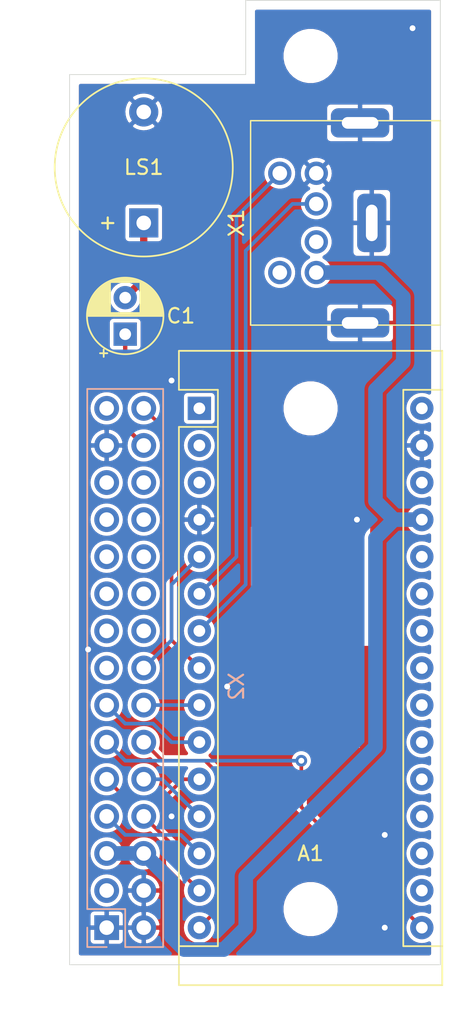
<source format=kicad_pcb>
(kicad_pcb (version 20171130) (host pcbnew 5.1.2-f72e74a~84~ubuntu18.04.1)

  (general
    (thickness 1.6)
    (drawings 10)
    (tracks 79)
    (zones 0)
    (modules 8)
    (nets 47)
  )

  (page A4)
  (layers
    (0 F.Cu signal)
    (31 B.Cu signal)
    (32 B.Adhes user)
    (33 F.Adhes user)
    (34 B.Paste user)
    (35 F.Paste user)
    (36 B.SilkS user)
    (37 F.SilkS user)
    (38 B.Mask user)
    (39 F.Mask user)
    (40 Dwgs.User user)
    (41 Cmts.User user)
    (42 Eco1.User user)
    (43 Eco2.User user)
    (44 Edge.Cuts user)
    (45 Margin user)
    (46 B.CrtYd user)
    (47 F.CrtYd user)
    (48 B.Fab user)
    (49 F.Fab user)
  )

  (setup
    (last_trace_width 1)
    (user_trace_width 0.25)
    (user_trace_width 0.5)
    (user_trace_width 1)
    (trace_clearance 0.2)
    (zone_clearance 0.254)
    (zone_45_only no)
    (trace_min 0.2)
    (via_size 0.8)
    (via_drill 0.4)
    (via_min_size 0.4)
    (via_min_drill 0.3)
    (uvia_size 0.3)
    (uvia_drill 0.1)
    (uvias_allowed no)
    (uvia_min_size 0.2)
    (uvia_min_drill 0.1)
    (edge_width 0.05)
    (segment_width 0.2)
    (pcb_text_width 0.3)
    (pcb_text_size 1.5 1.5)
    (mod_edge_width 0.12)
    (mod_text_size 1 1)
    (mod_text_width 0.15)
    (pad_size 4 2)
    (pad_drill 2.5)
    (pad_to_mask_clearance 0.051)
    (solder_mask_min_width 0.25)
    (aux_axis_origin 0 0)
    (visible_elements FFFFFF7F)
    (pcbplotparams
      (layerselection 0x010fc_ffffffff)
      (usegerberextensions false)
      (usegerberattributes false)
      (usegerberadvancedattributes false)
      (creategerberjobfile false)
      (excludeedgelayer true)
      (linewidth 0.100000)
      (plotframeref false)
      (viasonmask false)
      (mode 1)
      (useauxorigin false)
      (hpglpennumber 1)
      (hpglpenspeed 20)
      (hpglpendiameter 15.000000)
      (psnegative false)
      (psa4output false)
      (plotreference true)
      (plotvalue false)
      (plotinvisibletext false)
      (padsonsilk false)
      (subtractmaskfromsilk false)
      (outputformat 1)
      (mirror false)
      (drillshape 0)
      (scaleselection 1)
      (outputdirectory "gerber/"))
  )

  (net 0 "")
  (net 1 "Net-(A1-Pad1)")
  (net 2 "Net-(A1-Pad17)")
  (net 3 "Net-(A1-Pad2)")
  (net 4 "Net-(A1-Pad18)")
  (net 5 "Net-(A1-Pad3)")
  (net 6 "Net-(A1-Pad19)")
  (net 7 "Net-(A1-Pad20)")
  (net 8 "Net-(A1-Pad21)")
  (net 9 "Net-(A1-Pad22)")
  (net 10 "Net-(A1-Pad23)")
  (net 11 "Net-(A1-Pad24)")
  (net 12 "Net-(A1-Pad25)")
  (net 13 "Net-(A1-Pad26)")
  (net 14 "Net-(A1-Pad28)")
  (net 15 "Net-(A1-Pad30)")
  (net 16 GND)
  (net 17 "Net-(X2-Pad3)")
  (net 18 /PC7)
  (net 19 /Rst1)
  (net 20 /PA6)
  (net 21 /PA7)
  (net 22 /PA0)
  (net 23 /PA1)
  (net 24 /PA2)
  (net 25 /PA3)
  (net 26 /PA4)
  (net 27 /PA5)
  (net 28 +5V)
  (net 29 /PC6)
  (net 30 /PC5)
  (net 31 /~RESET)
  (net 32 /PC0)
  (net 33 /PC4)
  (net 34 /JST3)
  (net 35 /PC1)
  (net 36 /JST2)
  (net 37 /PC2)
  (net 38 /JST1)
  (net 39 /PC3)
  (net 40 /BEEP)
  (net 41 /Rst0)
  (net 42 "Net-(C1-Pad2)")
  (net 43 /CLK)
  (net 44 /DATA)
  (net 45 "Net-(X1-Pad6)")
  (net 46 "Net-(X1-Pad2)")

  (net_class Default "This is the default net class."
    (clearance 0.2)
    (trace_width 0.25)
    (via_dia 0.8)
    (via_drill 0.4)
    (uvia_dia 0.3)
    (uvia_drill 0.1)
    (add_net +5V)
    (add_net /BEEP)
    (add_net /CLK)
    (add_net /DATA)
    (add_net /JST1)
    (add_net /JST2)
    (add_net /JST3)
    (add_net /PA0)
    (add_net /PA1)
    (add_net /PA2)
    (add_net /PA3)
    (add_net /PA4)
    (add_net /PA5)
    (add_net /PA6)
    (add_net /PA7)
    (add_net /PC0)
    (add_net /PC1)
    (add_net /PC2)
    (add_net /PC3)
    (add_net /PC4)
    (add_net /PC5)
    (add_net /PC6)
    (add_net /PC7)
    (add_net /Rst0)
    (add_net /Rst1)
    (add_net /~RESET)
    (add_net GND)
    (add_net "Net-(A1-Pad1)")
    (add_net "Net-(A1-Pad17)")
    (add_net "Net-(A1-Pad18)")
    (add_net "Net-(A1-Pad19)")
    (add_net "Net-(A1-Pad2)")
    (add_net "Net-(A1-Pad20)")
    (add_net "Net-(A1-Pad21)")
    (add_net "Net-(A1-Pad22)")
    (add_net "Net-(A1-Pad23)")
    (add_net "Net-(A1-Pad24)")
    (add_net "Net-(A1-Pad25)")
    (add_net "Net-(A1-Pad26)")
    (add_net "Net-(A1-Pad28)")
    (add_net "Net-(A1-Pad3)")
    (add_net "Net-(A1-Pad30)")
    (add_net "Net-(C1-Pad2)")
    (add_net "Net-(X1-Pad2)")
    (add_net "Net-(X1-Pad6)")
    (add_net "Net-(X2-Pad3)")
  )

  (module ps2kbd:DS1093-01-XX6X (layer F.Cu) (tedit 5CEC2097) (tstamp 5CEC64C7)
    (at 158.75 62.23 270)
    (path /5CEBF02D)
    (fp_text reference X1 (at 0 13.97 90) (layer F.SilkS)
      (effects (font (size 1 1) (thickness 0.15)))
    )
    (fp_text value Mini-DIN-6 (at 0 6.35 90) (layer F.Fab)
      (effects (font (size 1 1) (thickness 0.15)))
    )
    (fp_line (start 7 0) (end 7 13) (layer F.SilkS) (width 0.1))
    (fp_line (start -7 0) (end -7 13) (layer F.SilkS) (width 0.1))
    (fp_line (start -7 13) (end 7 13) (layer F.SilkS) (width 0.1))
    (fp_line (start -7 0) (end 7 0) (layer F.SilkS) (width 0.1))
    (fp_line (start -7 13) (end 7 13) (layer Dwgs.User) (width 0.1))
    (fp_line (start 7 0) (end 7 13) (layer Dwgs.User) (width 0.1))
    (fp_line (start -7 0) (end -7 13) (layer Dwgs.User) (width 0.1))
    (fp_line (start -7 0) (end 7 0) (layer Dwgs.User) (width 0.1))
    (pad 6 thru_hole circle (at 3.4 11 270) (size 1.6 1.6) (drill 1) (layers *.Cu *.Mask)
      (net 45 "Net-(X1-Pad6)"))
    (pad 5 thru_hole circle (at -3.4 11 270) (size 1.6 1.6) (drill 1) (layers *.Cu *.Mask)
      (net 43 /CLK))
    (pad 4 thru_hole circle (at 3.4 8.5 270) (size 1.6 1.6) (drill 1) (layers *.Cu *.Mask)
      (net 28 +5V))
    (pad 3 thru_hole circle (at -3.4 8.5 270) (size 1.6 1.6) (drill 1) (layers *.Cu *.Mask)
      (net 16 GND))
    (pad 2 thru_hole circle (at 1.3 8.5 270) (size 1.6 1.6) (drill 1) (layers *.Cu *.Mask)
      (net 46 "Net-(X1-Pad2)"))
    (pad SH thru_hole roundrect (at 6.85 5.5) (size 4 2) (drill oval 2.5 0.8) (layers *.Cu *.Mask) (roundrect_rratio 0.25)
      (net 16 GND))
    (pad SH thru_hole roundrect (at -6.85 5.5) (size 4 2) (drill oval 2.5 0.8) (layers *.Cu *.Mask) (roundrect_rratio 0.25)
      (net 16 GND))
    (pad SH thru_hole roundrect (at 0 4.7) (size 2 4) (drill oval 0.8 2.5) (layers *.Cu *.Mask) (roundrect_rratio 0.25)
      (net 16 GND))
    (pad 1 thru_hole circle (at -1.3 8.5 270) (size 1.6 1.6) (drill 1) (layers *.Cu *.Mask)
      (net 44 /DATA))
    (model Mini-DIN-6P.step
      (offset (xyz 0 0 6.5))
      (scale (xyz 1 1 1))
      (rotate (xyz 0 0 90))
    )
  )

  (module MountingHole:MountingHole_3.2mm_M3 (layer F.Cu) (tedit 56D1B4CB) (tstamp 5CEC818D)
    (at 149.86 74.93)
    (descr "Mounting Hole 3.2mm, no annular, M3")
    (tags "mounting hole 3.2mm no annular m3")
    (attr virtual)
    (fp_text reference REF** (at 0 -4.2) (layer F.SilkS) hide
      (effects (font (size 1 1) (thickness 0.15)))
    )
    (fp_text value MountingHole_3.2mm_M3 (at 0 4.2) (layer F.Fab)
      (effects (font (size 1 1) (thickness 0.15)))
    )
    (fp_text user %R (at 0.3 0) (layer F.Fab)
      (effects (font (size 1 1) (thickness 0.15)))
    )
    (fp_circle (center 0 0) (end 3.2 0) (layer Cmts.User) (width 0.15))
    (fp_circle (center 0 0) (end 3.45 0) (layer F.CrtYd) (width 0.05))
    (pad 1 np_thru_hole circle (at 0 0) (size 3.2 3.2) (drill 3.2) (layers *.Cu *.Mask))
  )

  (module MountingHole:MountingHole_3.2mm_M3 (layer F.Cu) (tedit 56D1B4CB) (tstamp 5CEC8144)
    (at 149.86 109.22)
    (descr "Mounting Hole 3.2mm, no annular, M3")
    (tags "mounting hole 3.2mm no annular m3")
    (attr virtual)
    (fp_text reference REF** (at 0 -4.2) (layer F.SilkS) hide
      (effects (font (size 1 1) (thickness 0.15)))
    )
    (fp_text value MountingHole_3.2mm_M3 (at 0 4.2) (layer F.Fab)
      (effects (font (size 1 1) (thickness 0.15)))
    )
    (fp_text user %R (at 0.3 0) (layer F.Fab)
      (effects (font (size 1 1) (thickness 0.15)))
    )
    (fp_circle (center 0 0) (end 3.2 0) (layer Cmts.User) (width 0.15))
    (fp_circle (center 0 0) (end 3.45 0) (layer F.CrtYd) (width 0.05))
    (pad 1 np_thru_hole circle (at 0 0) (size 3.2 3.2) (drill 3.2) (layers *.Cu *.Mask))
  )

  (module MountingHole:MountingHole_3.2mm_M3 (layer F.Cu) (tedit 56D1B4CB) (tstamp 5CEC8162)
    (at 149.86 50.8)
    (descr "Mounting Hole 3.2mm, no annular, M3")
    (tags "mounting hole 3.2mm no annular m3")
    (attr virtual)
    (fp_text reference REF** (at 0 -4.2) (layer F.SilkS) hide
      (effects (font (size 1 1) (thickness 0.15)))
    )
    (fp_text value MountingHole_3.2mm_M3 (at 0 4.2) (layer F.Fab)
      (effects (font (size 1 1) (thickness 0.15)))
    )
    (fp_circle (center 0 0) (end 3.45 0) (layer F.CrtYd) (width 0.05))
    (fp_circle (center 0 0) (end 3.2 0) (layer Cmts.User) (width 0.15))
    (fp_text user %R (at 0.3 0) (layer F.Fab)
      (effects (font (size 1 1) (thickness 0.15)))
    )
    (pad 1 np_thru_hole circle (at 0 0) (size 3.2 3.2) (drill 3.2) (layers *.Cu *.Mask))
  )

  (module Module:Arduino_Nano (layer F.Cu) (tedit 58ACAF70) (tstamp 5CEA56BB)
    (at 142.24 74.93)
    (descr "Arduino Nano, http://www.mouser.com/pdfdocs/Gravitech_Arduino_Nano3_0.pdf")
    (tags "Arduino Nano")
    (path /5CEA5507)
    (fp_text reference A1 (at 7.62 30.48) (layer F.SilkS)
      (effects (font (size 1 1) (thickness 0.15)))
    )
    (fp_text value Arduino_Nano_v3.x (at 8.89 19.05 90) (layer F.Fab)
      (effects (font (size 1 1) (thickness 0.15)))
    )
    (fp_text user %R (at 6.35 19.05 90) (layer F.Fab)
      (effects (font (size 1 1) (thickness 0.15)))
    )
    (fp_line (start 1.27 1.27) (end 1.27 -1.27) (layer F.SilkS) (width 0.12))
    (fp_line (start 1.27 -1.27) (end -1.4 -1.27) (layer F.SilkS) (width 0.12))
    (fp_line (start -1.4 1.27) (end -1.4 39.5) (layer F.SilkS) (width 0.12))
    (fp_line (start -1.4 -3.94) (end -1.4 -1.27) (layer F.SilkS) (width 0.12))
    (fp_line (start 13.97 -1.27) (end 16.64 -1.27) (layer F.SilkS) (width 0.12))
    (fp_line (start 13.97 -1.27) (end 13.97 36.83) (layer F.SilkS) (width 0.12))
    (fp_line (start 13.97 36.83) (end 16.64 36.83) (layer F.SilkS) (width 0.12))
    (fp_line (start 1.27 1.27) (end -1.4 1.27) (layer F.SilkS) (width 0.12))
    (fp_line (start 1.27 1.27) (end 1.27 36.83) (layer F.SilkS) (width 0.12))
    (fp_line (start 1.27 36.83) (end -1.4 36.83) (layer F.SilkS) (width 0.12))
    (fp_line (start 3.81 31.75) (end 11.43 31.75) (layer F.Fab) (width 0.1))
    (fp_line (start 11.43 31.75) (end 11.43 41.91) (layer F.Fab) (width 0.1))
    (fp_line (start 11.43 41.91) (end 3.81 41.91) (layer F.Fab) (width 0.1))
    (fp_line (start 3.81 41.91) (end 3.81 31.75) (layer F.Fab) (width 0.1))
    (fp_line (start -1.4 39.5) (end 16.64 39.5) (layer F.SilkS) (width 0.12))
    (fp_line (start 16.64 39.5) (end 16.64 -3.94) (layer F.SilkS) (width 0.12))
    (fp_line (start 16.64 -3.94) (end -1.4 -3.94) (layer F.SilkS) (width 0.12))
    (fp_line (start 16.51 39.37) (end -1.27 39.37) (layer F.Fab) (width 0.1))
    (fp_line (start -1.27 39.37) (end -1.27 -2.54) (layer F.Fab) (width 0.1))
    (fp_line (start -1.27 -2.54) (end 0 -3.81) (layer F.Fab) (width 0.1))
    (fp_line (start 0 -3.81) (end 16.51 -3.81) (layer F.Fab) (width 0.1))
    (fp_line (start 16.51 -3.81) (end 16.51 39.37) (layer F.Fab) (width 0.1))
    (fp_line (start -1.53 -4.06) (end 16.75 -4.06) (layer F.CrtYd) (width 0.05))
    (fp_line (start -1.53 -4.06) (end -1.53 42.16) (layer F.CrtYd) (width 0.05))
    (fp_line (start 16.75 42.16) (end 16.75 -4.06) (layer F.CrtYd) (width 0.05))
    (fp_line (start 16.75 42.16) (end -1.53 42.16) (layer F.CrtYd) (width 0.05))
    (pad 1 thru_hole rect (at 0 0) (size 1.6 1.6) (drill 0.8) (layers *.Cu *.Mask)
      (net 1 "Net-(A1-Pad1)"))
    (pad 17 thru_hole oval (at 15.24 33.02) (size 1.6 1.6) (drill 0.8) (layers *.Cu *.Mask)
      (net 2 "Net-(A1-Pad17)"))
    (pad 2 thru_hole oval (at 0 2.54) (size 1.6 1.6) (drill 0.8) (layers *.Cu *.Mask)
      (net 3 "Net-(A1-Pad2)"))
    (pad 18 thru_hole oval (at 15.24 30.48) (size 1.6 1.6) (drill 0.8) (layers *.Cu *.Mask)
      (net 4 "Net-(A1-Pad18)"))
    (pad 3 thru_hole oval (at 0 5.08) (size 1.6 1.6) (drill 0.8) (layers *.Cu *.Mask)
      (net 5 "Net-(A1-Pad3)"))
    (pad 19 thru_hole oval (at 15.24 27.94) (size 1.6 1.6) (drill 0.8) (layers *.Cu *.Mask)
      (net 6 "Net-(A1-Pad19)"))
    (pad 4 thru_hole oval (at 0 7.62) (size 1.6 1.6) (drill 0.8) (layers *.Cu *.Mask)
      (net 16 GND))
    (pad 20 thru_hole oval (at 15.24 25.4) (size 1.6 1.6) (drill 0.8) (layers *.Cu *.Mask)
      (net 7 "Net-(A1-Pad20)"))
    (pad 5 thru_hole oval (at 0 10.16) (size 1.6 1.6) (drill 0.8) (layers *.Cu *.Mask)
      (net 18 /PC7))
    (pad 21 thru_hole oval (at 15.24 22.86) (size 1.6 1.6) (drill 0.8) (layers *.Cu *.Mask)
      (net 8 "Net-(A1-Pad21)"))
    (pad 6 thru_hole oval (at 0 12.7) (size 1.6 1.6) (drill 0.8) (layers *.Cu *.Mask)
      (net 43 /CLK))
    (pad 22 thru_hole oval (at 15.24 20.32) (size 1.6 1.6) (drill 0.8) (layers *.Cu *.Mask)
      (net 9 "Net-(A1-Pad22)"))
    (pad 7 thru_hole oval (at 0 15.24) (size 1.6 1.6) (drill 0.8) (layers *.Cu *.Mask)
      (net 44 /DATA))
    (pad 23 thru_hole oval (at 15.24 17.78) (size 1.6 1.6) (drill 0.8) (layers *.Cu *.Mask)
      (net 10 "Net-(A1-Pad23)"))
    (pad 8 thru_hole oval (at 0 17.78) (size 1.6 1.6) (drill 0.8) (layers *.Cu *.Mask)
      (net 19 /Rst1))
    (pad 24 thru_hole oval (at 15.24 15.24) (size 1.6 1.6) (drill 0.8) (layers *.Cu *.Mask)
      (net 11 "Net-(A1-Pad24)"))
    (pad 9 thru_hole oval (at 0 20.32) (size 1.6 1.6) (drill 0.8) (layers *.Cu *.Mask)
      (net 20 /PA6))
    (pad 25 thru_hole oval (at 15.24 12.7) (size 1.6 1.6) (drill 0.8) (layers *.Cu *.Mask)
      (net 12 "Net-(A1-Pad25)"))
    (pad 10 thru_hole oval (at 0 22.86) (size 1.6 1.6) (drill 0.8) (layers *.Cu *.Mask)
      (net 21 /PA7))
    (pad 26 thru_hole oval (at 15.24 10.16) (size 1.6 1.6) (drill 0.8) (layers *.Cu *.Mask)
      (net 13 "Net-(A1-Pad26)"))
    (pad 11 thru_hole oval (at 0 25.4) (size 1.6 1.6) (drill 0.8) (layers *.Cu *.Mask)
      (net 22 /PA0))
    (pad 27 thru_hole oval (at 15.24 7.62) (size 1.6 1.6) (drill 0.8) (layers *.Cu *.Mask)
      (net 28 +5V))
    (pad 12 thru_hole oval (at 0 27.94) (size 1.6 1.6) (drill 0.8) (layers *.Cu *.Mask)
      (net 23 /PA1))
    (pad 28 thru_hole oval (at 15.24 5.08) (size 1.6 1.6) (drill 0.8) (layers *.Cu *.Mask)
      (net 14 "Net-(A1-Pad28)"))
    (pad 13 thru_hole oval (at 0 30.48) (size 1.6 1.6) (drill 0.8) (layers *.Cu *.Mask)
      (net 24 /PA2))
    (pad 29 thru_hole oval (at 15.24 2.54) (size 1.6 1.6) (drill 0.8) (layers *.Cu *.Mask)
      (net 16 GND))
    (pad 14 thru_hole oval (at 0 33.02) (size 1.6 1.6) (drill 0.8) (layers *.Cu *.Mask)
      (net 25 /PA3))
    (pad 30 thru_hole oval (at 15.24 0) (size 1.6 1.6) (drill 0.8) (layers *.Cu *.Mask)
      (net 15 "Net-(A1-Pad30)"))
    (pad 15 thru_hole oval (at 0 35.56) (size 1.6 1.6) (drill 0.8) (layers *.Cu *.Mask)
      (net 26 /PA4))
    (pad 16 thru_hole oval (at 15.24 35.56) (size 1.6 1.6) (drill 0.8) (layers *.Cu *.Mask)
      (net 27 /PA5))
    (model "${KIPRJMOD}/lib/User Library-Arduino Nano 3_0.STEP"
      (offset (xyz 7.5 -18 5.5))
      (scale (xyz 1 1 1))
      (rotate (xyz -90 0 0))
    )
  )

  (module Connector_PinHeader_2.54mm:PinHeader_2x15_P2.54mm_Vertical (layer B.Cu) (tedit 59FED5CC) (tstamp 5CEC6323)
    (at 135.89 110.49)
    (descr "Through hole straight pin header, 2x15, 2.54mm pitch, double rows")
    (tags "Through hole pin header THT 2x15 2.54mm double row")
    (path /5CEBDC95)
    (fp_text reference X2 (at 8.89 -16.51 90) (layer B.SilkS)
      (effects (font (size 1 1) (thickness 0.15)) (justify mirror))
    )
    (fp_text value Conn_02x15_Odd_Even (at 1.27 -37.89) (layer B.Fab)
      (effects (font (size 1 1) (thickness 0.15)) (justify mirror))
    )
    (fp_line (start 0 1.27) (end 3.81 1.27) (layer B.Fab) (width 0.1))
    (fp_line (start 3.81 1.27) (end 3.81 -36.83) (layer B.Fab) (width 0.1))
    (fp_line (start 3.81 -36.83) (end -1.27 -36.83) (layer B.Fab) (width 0.1))
    (fp_line (start -1.27 -36.83) (end -1.27 0) (layer B.Fab) (width 0.1))
    (fp_line (start -1.27 0) (end 0 1.27) (layer B.Fab) (width 0.1))
    (fp_line (start -1.33 -36.89) (end 3.87 -36.89) (layer B.SilkS) (width 0.12))
    (fp_line (start -1.33 -1.27) (end -1.33 -36.89) (layer B.SilkS) (width 0.12))
    (fp_line (start 3.87 1.33) (end 3.87 -36.89) (layer B.SilkS) (width 0.12))
    (fp_line (start -1.33 -1.27) (end 1.27 -1.27) (layer B.SilkS) (width 0.12))
    (fp_line (start 1.27 -1.27) (end 1.27 1.33) (layer B.SilkS) (width 0.12))
    (fp_line (start 1.27 1.33) (end 3.87 1.33) (layer B.SilkS) (width 0.12))
    (fp_line (start -1.33 0) (end -1.33 1.33) (layer B.SilkS) (width 0.12))
    (fp_line (start -1.33 1.33) (end 0 1.33) (layer B.SilkS) (width 0.12))
    (fp_line (start -1.8 1.8) (end -1.8 -37.35) (layer B.CrtYd) (width 0.05))
    (fp_line (start -1.8 -37.35) (end 4.35 -37.35) (layer B.CrtYd) (width 0.05))
    (fp_line (start 4.35 -37.35) (end 4.35 1.8) (layer B.CrtYd) (width 0.05))
    (fp_line (start 4.35 1.8) (end -1.8 1.8) (layer B.CrtYd) (width 0.05))
    (fp_text user %R (at 1.27 -17.78 -90) (layer B.Fab)
      (effects (font (size 1 1) (thickness 0.15)) (justify mirror))
    )
    (pad 1 thru_hole rect (at 0 0) (size 1.7 1.7) (drill 1) (layers *.Cu *.Mask)
      (net 16 GND))
    (pad 2 thru_hole oval (at 2.54 0) (size 1.7 1.7) (drill 1) (layers *.Cu *.Mask)
      (net 16 GND))
    (pad 3 thru_hole oval (at 0 -2.54) (size 1.7 1.7) (drill 1) (layers *.Cu *.Mask)
      (net 17 "Net-(X2-Pad3)"))
    (pad 4 thru_hole oval (at 2.54 -2.54) (size 1.7 1.7) (drill 1) (layers *.Cu *.Mask)
      (net 16 GND))
    (pad 5 thru_hole oval (at 0 -5.08) (size 1.7 1.7) (drill 1) (layers *.Cu *.Mask)
      (net 28 +5V))
    (pad 6 thru_hole oval (at 2.54 -5.08) (size 1.7 1.7) (drill 1) (layers *.Cu *.Mask)
      (net 28 +5V))
    (pad 7 thru_hole oval (at 0 -7.62) (size 1.7 1.7) (drill 1) (layers *.Cu *.Mask)
      (net 24 /PA2))
    (pad 8 thru_hole oval (at 2.54 -7.62) (size 1.7 1.7) (drill 1) (layers *.Cu *.Mask)
      (net 25 /PA3))
    (pad 9 thru_hole oval (at 0 -10.16) (size 1.7 1.7) (drill 1) (layers *.Cu *.Mask)
      (net 22 /PA0))
    (pad 10 thru_hole oval (at 2.54 -10.16) (size 1.7 1.7) (drill 1) (layers *.Cu *.Mask)
      (net 23 /PA1))
    (pad 11 thru_hole oval (at 0 -12.7) (size 1.7 1.7) (drill 1) (layers *.Cu *.Mask)
      (net 27 /PA5))
    (pad 12 thru_hole oval (at 2.54 -12.7) (size 1.7 1.7) (drill 1) (layers *.Cu *.Mask)
      (net 26 /PA4))
    (pad 13 thru_hole oval (at 0 -15.24) (size 1.7 1.7) (drill 1) (layers *.Cu *.Mask)
      (net 21 /PA7))
    (pad 14 thru_hole oval (at 2.54 -15.24) (size 1.7 1.7) (drill 1) (layers *.Cu *.Mask)
      (net 20 /PA6))
    (pad 15 thru_hole oval (at 0 -17.78) (size 1.7 1.7) (drill 1) (layers *.Cu *.Mask)
      (net 29 /PC6))
    (pad 16 thru_hole oval (at 2.54 -17.78) (size 1.7 1.7) (drill 1) (layers *.Cu *.Mask)
      (net 18 /PC7))
    (pad 17 thru_hole oval (at 0 -20.32) (size 1.7 1.7) (drill 1) (layers *.Cu *.Mask)
      (net 30 /PC5))
    (pad 18 thru_hole oval (at 2.54 -20.32) (size 1.7 1.7) (drill 1) (layers *.Cu *.Mask)
      (net 31 /~RESET))
    (pad 19 thru_hole oval (at 0 -22.86) (size 1.7 1.7) (drill 1) (layers *.Cu *.Mask)
      (net 32 /PC0))
    (pad 20 thru_hole oval (at 2.54 -22.86) (size 1.7 1.7) (drill 1) (layers *.Cu *.Mask)
      (net 33 /PC4))
    (pad 21 thru_hole oval (at 0 -25.4) (size 1.7 1.7) (drill 1) (layers *.Cu *.Mask)
      (net 34 /JST3))
    (pad 22 thru_hole oval (at 2.54 -25.4) (size 1.7 1.7) (drill 1) (layers *.Cu *.Mask)
      (net 35 /PC1))
    (pad 23 thru_hole oval (at 0 -27.94) (size 1.7 1.7) (drill 1) (layers *.Cu *.Mask)
      (net 36 /JST2))
    (pad 24 thru_hole oval (at 2.54 -27.94) (size 1.7 1.7) (drill 1) (layers *.Cu *.Mask)
      (net 37 /PC2))
    (pad 25 thru_hole oval (at 0 -30.48) (size 1.7 1.7) (drill 1) (layers *.Cu *.Mask)
      (net 38 /JST1))
    (pad 26 thru_hole oval (at 2.54 -30.48) (size 1.7 1.7) (drill 1) (layers *.Cu *.Mask)
      (net 39 /PC3))
    (pad 27 thru_hole oval (at 0 -33.02) (size 1.7 1.7) (drill 1) (layers *.Cu *.Mask)
      (net 16 GND))
    (pad 28 thru_hole oval (at 2.54 -33.02) (size 1.7 1.7) (drill 1) (layers *.Cu *.Mask)
      (net 40 /BEEP))
    (pad 29 thru_hole oval (at 0 -35.56) (size 1.7 1.7) (drill 1) (layers *.Cu *.Mask)
      (net 41 /Rst0))
    (pad 30 thru_hole oval (at 2.54 -35.56) (size 1.7 1.7) (drill 1) (layers *.Cu *.Mask)
      (net 19 /Rst1))
    (model ${KISYS3DMOD}/Connector_PinHeader_2.54mm.3dshapes/PinHeader_2x15_P2.54mm_Vertical.wrl
      (at (xyz 0 0 0))
      (scale (xyz 1 1 1))
      (rotate (xyz 0 0 0))
    )
  )

  (module Buzzer_Beeper:Buzzer_12x9.5RM7.6 (layer F.Cu) (tedit 5A030281) (tstamp 5CEC6B99)
    (at 138.43 62.23 90)
    (descr "Generic Buzzer, D12mm height 9.5mm with RM7.6mm")
    (tags buzzer)
    (path /5CEC30D2)
    (fp_text reference LS1 (at 3.81 0 180) (layer F.SilkS)
      (effects (font (size 1 1) (thickness 0.15)))
    )
    (fp_text value Speaker (at 3.8 7.4 90) (layer F.Fab)
      (effects (font (size 1 1) (thickness 0.15)))
    )
    (fp_text user + (at -0.01 -2.54 90) (layer F.Fab)
      (effects (font (size 1 1) (thickness 0.15)))
    )
    (fp_text user + (at -0.01 -2.54 90) (layer F.SilkS)
      (effects (font (size 1 1) (thickness 0.15)))
    )
    (fp_text user %R (at 3.8 -4 90) (layer F.Fab)
      (effects (font (size 1 1) (thickness 0.15)))
    )
    (fp_circle (center 3.8 0) (end 10.05 0) (layer F.CrtYd) (width 0.05))
    (fp_circle (center 3.8 0) (end 9.8 0) (layer F.Fab) (width 0.1))
    (fp_circle (center 3.8 0) (end 4.8 0) (layer F.Fab) (width 0.1))
    (fp_circle (center 3.8 0) (end 9.9 0) (layer F.SilkS) (width 0.12))
    (pad 1 thru_hole rect (at 0 0 90) (size 2 2) (drill 1) (layers *.Cu *.Mask)
      (net 42 "Net-(C1-Pad2)"))
    (pad 2 thru_hole circle (at 7.6 0 90) (size 2 2) (drill 1) (layers *.Cu *.Mask)
      (net 16 GND))
    (model ${KISYS3DMOD}/Buzzer_Beeper.3dshapes/Buzzer_12x9.5RM7.6.wrl
      (at (xyz 0 0 0))
      (scale (xyz 1 1 1))
      (rotate (xyz 0 0 0))
    )
  )

  (module Capacitor_THT:CP_Radial_D5.0mm_P2.50mm (layer F.Cu) (tedit 5AE50EF0) (tstamp 5CEC7E63)
    (at 137.16 69.85 90)
    (descr "CP, Radial series, Radial, pin pitch=2.50mm, , diameter=5mm, Electrolytic Capacitor")
    (tags "CP Radial series Radial pin pitch 2.50mm  diameter 5mm Electrolytic Capacitor")
    (path /5CEC75EF)
    (fp_text reference C1 (at 1.25 3.81 180) (layer F.SilkS)
      (effects (font (size 1 1) (thickness 0.15)))
    )
    (fp_text value CP1 (at 1.25 3.75 90) (layer F.Fab)
      (effects (font (size 1 1) (thickness 0.15)))
    )
    (fp_circle (center 1.25 0) (end 3.75 0) (layer F.Fab) (width 0.1))
    (fp_circle (center 1.25 0) (end 3.87 0) (layer F.SilkS) (width 0.12))
    (fp_circle (center 1.25 0) (end 4 0) (layer F.CrtYd) (width 0.05))
    (fp_line (start -0.883605 -1.0875) (end -0.383605 -1.0875) (layer F.Fab) (width 0.1))
    (fp_line (start -0.633605 -1.3375) (end -0.633605 -0.8375) (layer F.Fab) (width 0.1))
    (fp_line (start 1.25 -2.58) (end 1.25 2.58) (layer F.SilkS) (width 0.12))
    (fp_line (start 1.29 -2.58) (end 1.29 2.58) (layer F.SilkS) (width 0.12))
    (fp_line (start 1.33 -2.579) (end 1.33 2.579) (layer F.SilkS) (width 0.12))
    (fp_line (start 1.37 -2.578) (end 1.37 2.578) (layer F.SilkS) (width 0.12))
    (fp_line (start 1.41 -2.576) (end 1.41 2.576) (layer F.SilkS) (width 0.12))
    (fp_line (start 1.45 -2.573) (end 1.45 2.573) (layer F.SilkS) (width 0.12))
    (fp_line (start 1.49 -2.569) (end 1.49 -1.04) (layer F.SilkS) (width 0.12))
    (fp_line (start 1.49 1.04) (end 1.49 2.569) (layer F.SilkS) (width 0.12))
    (fp_line (start 1.53 -2.565) (end 1.53 -1.04) (layer F.SilkS) (width 0.12))
    (fp_line (start 1.53 1.04) (end 1.53 2.565) (layer F.SilkS) (width 0.12))
    (fp_line (start 1.57 -2.561) (end 1.57 -1.04) (layer F.SilkS) (width 0.12))
    (fp_line (start 1.57 1.04) (end 1.57 2.561) (layer F.SilkS) (width 0.12))
    (fp_line (start 1.61 -2.556) (end 1.61 -1.04) (layer F.SilkS) (width 0.12))
    (fp_line (start 1.61 1.04) (end 1.61 2.556) (layer F.SilkS) (width 0.12))
    (fp_line (start 1.65 -2.55) (end 1.65 -1.04) (layer F.SilkS) (width 0.12))
    (fp_line (start 1.65 1.04) (end 1.65 2.55) (layer F.SilkS) (width 0.12))
    (fp_line (start 1.69 -2.543) (end 1.69 -1.04) (layer F.SilkS) (width 0.12))
    (fp_line (start 1.69 1.04) (end 1.69 2.543) (layer F.SilkS) (width 0.12))
    (fp_line (start 1.73 -2.536) (end 1.73 -1.04) (layer F.SilkS) (width 0.12))
    (fp_line (start 1.73 1.04) (end 1.73 2.536) (layer F.SilkS) (width 0.12))
    (fp_line (start 1.77 -2.528) (end 1.77 -1.04) (layer F.SilkS) (width 0.12))
    (fp_line (start 1.77 1.04) (end 1.77 2.528) (layer F.SilkS) (width 0.12))
    (fp_line (start 1.81 -2.52) (end 1.81 -1.04) (layer F.SilkS) (width 0.12))
    (fp_line (start 1.81 1.04) (end 1.81 2.52) (layer F.SilkS) (width 0.12))
    (fp_line (start 1.85 -2.511) (end 1.85 -1.04) (layer F.SilkS) (width 0.12))
    (fp_line (start 1.85 1.04) (end 1.85 2.511) (layer F.SilkS) (width 0.12))
    (fp_line (start 1.89 -2.501) (end 1.89 -1.04) (layer F.SilkS) (width 0.12))
    (fp_line (start 1.89 1.04) (end 1.89 2.501) (layer F.SilkS) (width 0.12))
    (fp_line (start 1.93 -2.491) (end 1.93 -1.04) (layer F.SilkS) (width 0.12))
    (fp_line (start 1.93 1.04) (end 1.93 2.491) (layer F.SilkS) (width 0.12))
    (fp_line (start 1.971 -2.48) (end 1.971 -1.04) (layer F.SilkS) (width 0.12))
    (fp_line (start 1.971 1.04) (end 1.971 2.48) (layer F.SilkS) (width 0.12))
    (fp_line (start 2.011 -2.468) (end 2.011 -1.04) (layer F.SilkS) (width 0.12))
    (fp_line (start 2.011 1.04) (end 2.011 2.468) (layer F.SilkS) (width 0.12))
    (fp_line (start 2.051 -2.455) (end 2.051 -1.04) (layer F.SilkS) (width 0.12))
    (fp_line (start 2.051 1.04) (end 2.051 2.455) (layer F.SilkS) (width 0.12))
    (fp_line (start 2.091 -2.442) (end 2.091 -1.04) (layer F.SilkS) (width 0.12))
    (fp_line (start 2.091 1.04) (end 2.091 2.442) (layer F.SilkS) (width 0.12))
    (fp_line (start 2.131 -2.428) (end 2.131 -1.04) (layer F.SilkS) (width 0.12))
    (fp_line (start 2.131 1.04) (end 2.131 2.428) (layer F.SilkS) (width 0.12))
    (fp_line (start 2.171 -2.414) (end 2.171 -1.04) (layer F.SilkS) (width 0.12))
    (fp_line (start 2.171 1.04) (end 2.171 2.414) (layer F.SilkS) (width 0.12))
    (fp_line (start 2.211 -2.398) (end 2.211 -1.04) (layer F.SilkS) (width 0.12))
    (fp_line (start 2.211 1.04) (end 2.211 2.398) (layer F.SilkS) (width 0.12))
    (fp_line (start 2.251 -2.382) (end 2.251 -1.04) (layer F.SilkS) (width 0.12))
    (fp_line (start 2.251 1.04) (end 2.251 2.382) (layer F.SilkS) (width 0.12))
    (fp_line (start 2.291 -2.365) (end 2.291 -1.04) (layer F.SilkS) (width 0.12))
    (fp_line (start 2.291 1.04) (end 2.291 2.365) (layer F.SilkS) (width 0.12))
    (fp_line (start 2.331 -2.348) (end 2.331 -1.04) (layer F.SilkS) (width 0.12))
    (fp_line (start 2.331 1.04) (end 2.331 2.348) (layer F.SilkS) (width 0.12))
    (fp_line (start 2.371 -2.329) (end 2.371 -1.04) (layer F.SilkS) (width 0.12))
    (fp_line (start 2.371 1.04) (end 2.371 2.329) (layer F.SilkS) (width 0.12))
    (fp_line (start 2.411 -2.31) (end 2.411 -1.04) (layer F.SilkS) (width 0.12))
    (fp_line (start 2.411 1.04) (end 2.411 2.31) (layer F.SilkS) (width 0.12))
    (fp_line (start 2.451 -2.29) (end 2.451 -1.04) (layer F.SilkS) (width 0.12))
    (fp_line (start 2.451 1.04) (end 2.451 2.29) (layer F.SilkS) (width 0.12))
    (fp_line (start 2.491 -2.268) (end 2.491 -1.04) (layer F.SilkS) (width 0.12))
    (fp_line (start 2.491 1.04) (end 2.491 2.268) (layer F.SilkS) (width 0.12))
    (fp_line (start 2.531 -2.247) (end 2.531 -1.04) (layer F.SilkS) (width 0.12))
    (fp_line (start 2.531 1.04) (end 2.531 2.247) (layer F.SilkS) (width 0.12))
    (fp_line (start 2.571 -2.224) (end 2.571 -1.04) (layer F.SilkS) (width 0.12))
    (fp_line (start 2.571 1.04) (end 2.571 2.224) (layer F.SilkS) (width 0.12))
    (fp_line (start 2.611 -2.2) (end 2.611 -1.04) (layer F.SilkS) (width 0.12))
    (fp_line (start 2.611 1.04) (end 2.611 2.2) (layer F.SilkS) (width 0.12))
    (fp_line (start 2.651 -2.175) (end 2.651 -1.04) (layer F.SilkS) (width 0.12))
    (fp_line (start 2.651 1.04) (end 2.651 2.175) (layer F.SilkS) (width 0.12))
    (fp_line (start 2.691 -2.149) (end 2.691 -1.04) (layer F.SilkS) (width 0.12))
    (fp_line (start 2.691 1.04) (end 2.691 2.149) (layer F.SilkS) (width 0.12))
    (fp_line (start 2.731 -2.122) (end 2.731 -1.04) (layer F.SilkS) (width 0.12))
    (fp_line (start 2.731 1.04) (end 2.731 2.122) (layer F.SilkS) (width 0.12))
    (fp_line (start 2.771 -2.095) (end 2.771 -1.04) (layer F.SilkS) (width 0.12))
    (fp_line (start 2.771 1.04) (end 2.771 2.095) (layer F.SilkS) (width 0.12))
    (fp_line (start 2.811 -2.065) (end 2.811 -1.04) (layer F.SilkS) (width 0.12))
    (fp_line (start 2.811 1.04) (end 2.811 2.065) (layer F.SilkS) (width 0.12))
    (fp_line (start 2.851 -2.035) (end 2.851 -1.04) (layer F.SilkS) (width 0.12))
    (fp_line (start 2.851 1.04) (end 2.851 2.035) (layer F.SilkS) (width 0.12))
    (fp_line (start 2.891 -2.004) (end 2.891 -1.04) (layer F.SilkS) (width 0.12))
    (fp_line (start 2.891 1.04) (end 2.891 2.004) (layer F.SilkS) (width 0.12))
    (fp_line (start 2.931 -1.971) (end 2.931 -1.04) (layer F.SilkS) (width 0.12))
    (fp_line (start 2.931 1.04) (end 2.931 1.971) (layer F.SilkS) (width 0.12))
    (fp_line (start 2.971 -1.937) (end 2.971 -1.04) (layer F.SilkS) (width 0.12))
    (fp_line (start 2.971 1.04) (end 2.971 1.937) (layer F.SilkS) (width 0.12))
    (fp_line (start 3.011 -1.901) (end 3.011 -1.04) (layer F.SilkS) (width 0.12))
    (fp_line (start 3.011 1.04) (end 3.011 1.901) (layer F.SilkS) (width 0.12))
    (fp_line (start 3.051 -1.864) (end 3.051 -1.04) (layer F.SilkS) (width 0.12))
    (fp_line (start 3.051 1.04) (end 3.051 1.864) (layer F.SilkS) (width 0.12))
    (fp_line (start 3.091 -1.826) (end 3.091 -1.04) (layer F.SilkS) (width 0.12))
    (fp_line (start 3.091 1.04) (end 3.091 1.826) (layer F.SilkS) (width 0.12))
    (fp_line (start 3.131 -1.785) (end 3.131 -1.04) (layer F.SilkS) (width 0.12))
    (fp_line (start 3.131 1.04) (end 3.131 1.785) (layer F.SilkS) (width 0.12))
    (fp_line (start 3.171 -1.743) (end 3.171 -1.04) (layer F.SilkS) (width 0.12))
    (fp_line (start 3.171 1.04) (end 3.171 1.743) (layer F.SilkS) (width 0.12))
    (fp_line (start 3.211 -1.699) (end 3.211 -1.04) (layer F.SilkS) (width 0.12))
    (fp_line (start 3.211 1.04) (end 3.211 1.699) (layer F.SilkS) (width 0.12))
    (fp_line (start 3.251 -1.653) (end 3.251 -1.04) (layer F.SilkS) (width 0.12))
    (fp_line (start 3.251 1.04) (end 3.251 1.653) (layer F.SilkS) (width 0.12))
    (fp_line (start 3.291 -1.605) (end 3.291 -1.04) (layer F.SilkS) (width 0.12))
    (fp_line (start 3.291 1.04) (end 3.291 1.605) (layer F.SilkS) (width 0.12))
    (fp_line (start 3.331 -1.554) (end 3.331 -1.04) (layer F.SilkS) (width 0.12))
    (fp_line (start 3.331 1.04) (end 3.331 1.554) (layer F.SilkS) (width 0.12))
    (fp_line (start 3.371 -1.5) (end 3.371 -1.04) (layer F.SilkS) (width 0.12))
    (fp_line (start 3.371 1.04) (end 3.371 1.5) (layer F.SilkS) (width 0.12))
    (fp_line (start 3.411 -1.443) (end 3.411 -1.04) (layer F.SilkS) (width 0.12))
    (fp_line (start 3.411 1.04) (end 3.411 1.443) (layer F.SilkS) (width 0.12))
    (fp_line (start 3.451 -1.383) (end 3.451 -1.04) (layer F.SilkS) (width 0.12))
    (fp_line (start 3.451 1.04) (end 3.451 1.383) (layer F.SilkS) (width 0.12))
    (fp_line (start 3.491 -1.319) (end 3.491 -1.04) (layer F.SilkS) (width 0.12))
    (fp_line (start 3.491 1.04) (end 3.491 1.319) (layer F.SilkS) (width 0.12))
    (fp_line (start 3.531 -1.251) (end 3.531 -1.04) (layer F.SilkS) (width 0.12))
    (fp_line (start 3.531 1.04) (end 3.531 1.251) (layer F.SilkS) (width 0.12))
    (fp_line (start 3.571 -1.178) (end 3.571 1.178) (layer F.SilkS) (width 0.12))
    (fp_line (start 3.611 -1.098) (end 3.611 1.098) (layer F.SilkS) (width 0.12))
    (fp_line (start 3.651 -1.011) (end 3.651 1.011) (layer F.SilkS) (width 0.12))
    (fp_line (start 3.691 -0.915) (end 3.691 0.915) (layer F.SilkS) (width 0.12))
    (fp_line (start 3.731 -0.805) (end 3.731 0.805) (layer F.SilkS) (width 0.12))
    (fp_line (start 3.771 -0.677) (end 3.771 0.677) (layer F.SilkS) (width 0.12))
    (fp_line (start 3.811 -0.518) (end 3.811 0.518) (layer F.SilkS) (width 0.12))
    (fp_line (start 3.851 -0.284) (end 3.851 0.284) (layer F.SilkS) (width 0.12))
    (fp_line (start -1.554775 -1.475) (end -1.054775 -1.475) (layer F.SilkS) (width 0.12))
    (fp_line (start -1.304775 -1.725) (end -1.304775 -1.225) (layer F.SilkS) (width 0.12))
    (fp_text user %R (at 1.25 0 90) (layer F.Fab)
      (effects (font (size 1 1) (thickness 0.15)))
    )
    (pad 1 thru_hole rect (at 0 0 90) (size 1.6 1.6) (drill 0.8) (layers *.Cu *.Mask)
      (net 40 /BEEP))
    (pad 2 thru_hole circle (at 2.5 0 90) (size 1.6 1.6) (drill 0.8) (layers *.Cu *.Mask)
      (net 42 "Net-(C1-Pad2)"))
    (model ${KISYS3DMOD}/Capacitor_THT.3dshapes/CP_Radial_D5.0mm_P2.50mm.wrl
      (at (xyz 0 0 0))
      (scale (xyz 1 1 1))
      (rotate (xyz 0 0 0))
    )
  )

  (gr_line (start 145.415 52.07) (end 145.415 46.99) (layer Edge.Cuts) (width 0.05) (tstamp 5CEC99F0))
  (gr_line (start 133.35 52.07) (end 145.415 52.07) (layer Edge.Cuts) (width 0.05))
  (gr_poly (pts (xy 146.685 92.71) (xy 153.035 92.71) (xy 153.035 97.79) (xy 146.685 97.79)) (layer F.Mask) (width 0.1))
  (gr_text "tnt23\n2019" (at 149.86 95.25) (layer F.Cu) (tstamp 5CEC926B)
    (effects (font (size 1.5 1.5) (thickness 0.3)))
  )
  (gr_poly (pts (xy 146.05 83.185) (xy 153.67 83.185) (xy 153.67 90.805) (xy 146.05 90.805)) (layer F.Mask) (width 0.1))
  (gr_text "OK240\nPS2\nKBD" (at 149.86 86.995) (layer F.Cu)
    (effects (font (size 1.5 1.5) (thickness 0.3)))
  )
  (gr_line (start 158.75 113.03) (end 158.75 46.99) (layer Edge.Cuts) (width 0.05) (tstamp 5CEC6EF3))
  (gr_line (start 133.35 113.03) (end 158.75 113.03) (layer Edge.Cuts) (width 0.05))
  (gr_line (start 133.35 52.07) (end 133.35 113.03) (layer Edge.Cuts) (width 0.05))
  (gr_line (start 158.75 46.99) (end 145.415 46.99) (layer Edge.Cuts) (width 0.05))

  (via (at 154.94 110.49) (size 0.8) (drill 0.4) (layers F.Cu B.Cu) (net 16))
  (via (at 154.94 104.14) (size 0.8) (drill 0.4) (layers F.Cu B.Cu) (net 16) (tstamp 5CEC8961))
  (via (at 153.035 82.55) (size 0.8) (drill 0.4) (layers F.Cu B.Cu) (net 16) (tstamp 5CEC8963))
  (via (at 144.145 93.98) (size 0.8) (drill 0.4) (layers F.Cu B.Cu) (net 16) (tstamp 5CEC897A))
  (via (at 156.845 48.895) (size 0.8) (drill 0.4) (layers F.Cu B.Cu) (net 16) (tstamp 5CEC89BD))
  (via (at 140.335 73.025) (size 0.8) (drill 0.4) (layers F.Cu B.Cu) (net 16) (tstamp 5CEC89BF))
  (via (at 134.62 91.44) (size 0.8) (drill 0.4) (layers F.Cu B.Cu) (net 16) (tstamp 5CEC89C1))
  (via (at 140.335 102.87) (size 0.8) (drill 0.4) (layers F.Cu B.Cu) (net 16) (tstamp 5CEC8A00))
  (segment (start 141.440001 85.889999) (end 142.24 85.09) (width 0.25) (layer B.Cu) (net 18))
  (segment (start 138.43 92.71) (end 140.335 90.805) (width 0.25) (layer B.Cu) (net 18))
  (segment (start 140.335 86.995) (end 141.440001 85.889999) (width 0.25) (layer B.Cu) (net 18))
  (segment (start 140.335 90.805) (end 140.335 86.995) (width 0.25) (layer B.Cu) (net 18))
  (segment (start 138.43 74.93) (end 140.335 76.835) (width 0.25) (layer F.Cu) (net 19))
  (segment (start 140.335 90.805) (end 142.24 92.71) (width 0.25) (layer F.Cu) (net 19))
  (segment (start 140.335 76.835) (end 140.335 90.805) (width 0.25) (layer F.Cu) (net 19))
  (segment (start 138.43 95.25) (end 142.24 95.25) (width 0.25) (layer B.Cu) (net 20))
  (segment (start 136.739999 96.099999) (end 135.89 95.25) (width 0.25) (layer B.Cu) (net 21))
  (segment (start 137.16 96.52) (end 136.739999 96.099999) (width 0.25) (layer B.Cu) (net 21))
  (segment (start 142.24 97.79) (end 140.335 97.79) (width 0.25) (layer B.Cu) (net 21))
  (segment (start 139.065 96.52) (end 137.16 96.52) (width 0.25) (layer B.Cu) (net 21))
  (segment (start 140.335 97.79) (end 139.065 96.52) (width 0.25) (layer B.Cu) (net 21))
  (segment (start 137.16 101.6) (end 136.739999 101.179999) (width 0.25) (layer F.Cu) (net 22))
  (segment (start 139.83863 101.6) (end 137.16 101.6) (width 0.25) (layer F.Cu) (net 22))
  (segment (start 142.24 100.33) (end 141.10863 100.33) (width 0.25) (layer F.Cu) (net 22))
  (segment (start 136.739999 101.179999) (end 135.89 100.33) (width 0.25) (layer F.Cu) (net 22))
  (segment (start 141.10863 100.33) (end 139.83863 101.6) (width 0.25) (layer F.Cu) (net 22))
  (segment (start 139.7 100.33) (end 138.43 100.33) (width 0.25) (layer B.Cu) (net 23))
  (segment (start 142.24 102.87) (end 139.7 100.33) (width 0.25) (layer B.Cu) (net 23))
  (segment (start 137.16 104.14) (end 136.739999 103.719999) (width 0.25) (layer B.Cu) (net 24))
  (segment (start 140.97 104.14) (end 137.16 104.14) (width 0.25) (layer B.Cu) (net 24))
  (segment (start 136.739999 103.719999) (end 135.89 102.87) (width 0.25) (layer B.Cu) (net 24))
  (segment (start 142.24 105.41) (end 140.97 104.14) (width 0.25) (layer B.Cu) (net 24))
  (segment (start 139.279999 103.719999) (end 138.43 102.87) (width 0.25) (layer F.Cu) (net 25))
  (segment (start 140.335 104.775) (end 139.279999 103.719999) (width 0.25) (layer F.Cu) (net 25))
  (segment (start 142.24 107.95) (end 140.335 106.045) (width 0.25) (layer F.Cu) (net 25))
  (segment (start 140.335 106.045) (end 140.335 104.775) (width 0.25) (layer F.Cu) (net 25))
  (segment (start 143.039999 109.690001) (end 142.24 110.49) (width 0.25) (layer F.Cu) (net 26))
  (segment (start 144.145 108.585) (end 143.039999 109.690001) (width 0.25) (layer F.Cu) (net 26))
  (segment (start 142.635002 99.06) (end 144.145 100.569998) (width 0.25) (layer F.Cu) (net 26))
  (segment (start 144.145 100.569998) (end 144.145 108.585) (width 0.25) (layer F.Cu) (net 26))
  (segment (start 138.43 97.79) (end 139.7 99.06) (width 0.25) (layer F.Cu) (net 26))
  (segment (start 139.7 99.06) (end 142.635002 99.06) (width 0.25) (layer F.Cu) (net 26))
  (via (at 149.225 99.06) (size 0.8) (drill 0.4) (layers F.Cu B.Cu) (net 27))
  (segment (start 137.960998 99.06) (end 149.225 99.06) (width 0.25) (layer B.Cu) (net 27))
  (segment (start 135.89 97.79) (end 137.16 99.06) (width 0.25) (layer B.Cu) (net 27))
  (segment (start 137.16 99.06) (end 137.960998 99.06) (width 0.25) (layer B.Cu) (net 27))
  (segment (start 149.225 102.235) (end 157.48 110.49) (width 0.25) (layer F.Cu) (net 27))
  (segment (start 149.225 99.06) (end 149.225 102.235) (width 0.25) (layer F.Cu) (net 27))
  (segment (start 155.575 82.55) (end 157.48 82.55) (width 1) (layer B.Cu) (net 28))
  (segment (start 135.89 105.41) (end 138.43 105.41) (width 1) (layer B.Cu) (net 28))
  (segment (start 154.305 83.82) (end 155.575 82.55) (width 1) (layer B.Cu) (net 28))
  (segment (start 154.305 98.1075) (end 154.305 83.82) (width 1) (layer B.Cu) (net 28))
  (segment (start 145.415 110.49) (end 145.415 106.9975) (width 1) (layer B.Cu) (net 28))
  (segment (start 143.914999 111.990001) (end 145.415 110.49) (width 1) (layer B.Cu) (net 28))
  (segment (start 141.519999 111.990001) (end 143.914999 111.990001) (width 1) (layer B.Cu) (net 28))
  (segment (start 140.335 107.315) (end 140.335 111.125) (width 1) (layer B.Cu) (net 28))
  (segment (start 138.43 105.41) (end 140.335 107.315) (width 1) (layer B.Cu) (net 28))
  (segment (start 140.335 111.125) (end 141.200001 111.990001) (width 1) (layer B.Cu) (net 28))
  (segment (start 141.200001 111.990001) (end 141.374999 111.990001) (width 1) (layer B.Cu) (net 28))
  (segment (start 141.374999 111.990001) (end 141.447499 111.917501) (width 1) (layer B.Cu) (net 28))
  (segment (start 145.415 106.9975) (end 154.305 98.1075) (width 1) (layer B.Cu) (net 28))
  (segment (start 141.447499 111.917501) (end 141.519999 111.990001) (width 1) (layer B.Cu) (net 28))
  (segment (start 154.305 81.28) (end 155.575 82.55) (width 1) (layer B.Cu) (net 28))
  (segment (start 154.305 73.66) (end 154.305 81.28) (width 1) (layer B.Cu) (net 28))
  (segment (start 156.21 71.755) (end 154.305 73.66) (width 1) (layer B.Cu) (net 28))
  (segment (start 156.21 67.31) (end 156.21 71.755) (width 1) (layer B.Cu) (net 28))
  (segment (start 150.25 65.63) (end 154.53 65.63) (width 1) (layer B.Cu) (net 28))
  (segment (start 154.53 65.63) (end 156.21 67.31) (width 1) (layer B.Cu) (net 28))
  (segment (start 138.43 77.47) (end 137.16 76.2) (width 0.3) (layer F.Cu) (net 40))
  (segment (start 137.16 76.2) (end 137.16 69.85) (width 0.3) (layer F.Cu) (net 40))
  (segment (start 138.43 66.08) (end 138.43 62.23) (width 0.5) (layer F.Cu) (net 42))
  (segment (start 137.16 67.35) (end 138.43 66.08) (width 0.5) (layer F.Cu) (net 42))
  (segment (start 144.78 61.8) (end 147.75 58.83) (width 0.25) (layer B.Cu) (net 43))
  (segment (start 142.24 87.63) (end 144.78 85.09) (width 0.25) (layer B.Cu) (net 43))
  (segment (start 144.78 85.09) (end 144.78 61.8) (width 0.25) (layer B.Cu) (net 43))
  (segment (start 145.415 64.135) (end 145.415 86.995) (width 0.25) (layer B.Cu) (net 44))
  (segment (start 150.25 60.93) (end 148.62 60.93) (width 0.25) (layer B.Cu) (net 44))
  (segment (start 145.415 86.995) (end 142.24 90.17) (width 0.25) (layer B.Cu) (net 44))
  (segment (start 148.62 60.93) (end 145.415 64.135) (width 0.25) (layer B.Cu) (net 44))

  (zone (net 16) (net_name GND) (layer F.Cu) (tstamp 5CEC98C8) (hatch edge 0.508)
    (connect_pads (clearance 0.254))
    (min_thickness 0.254)
    (fill yes (arc_segments 32) (thermal_gap 0.254) (thermal_bridge_width 0.3))
    (polygon
      (pts
        (xy 133.985 52.705) (xy 146.05 52.705) (xy 146.05 47.625) (xy 158.115 47.625) (xy 158.115 112.395)
        (xy 133.985 112.395)
      )
    )
    (filled_polygon
      (pts
        (xy 157.988 73.86241) (xy 157.934136 73.833619) (xy 157.711516 73.766088) (xy 157.538016 73.749) (xy 157.421984 73.749)
        (xy 157.248484 73.766088) (xy 157.025864 73.833619) (xy 156.820697 73.943283) (xy 156.640866 74.090866) (xy 156.493283 74.270697)
        (xy 156.383619 74.475864) (xy 156.316088 74.698484) (xy 156.293286 74.93) (xy 156.316088 75.161516) (xy 156.383619 75.384136)
        (xy 156.493283 75.589303) (xy 156.640866 75.769134) (xy 156.820697 75.916717) (xy 157.025864 76.026381) (xy 157.248484 76.093912)
        (xy 157.421984 76.111) (xy 157.538016 76.111) (xy 157.711516 76.093912) (xy 157.934136 76.026381) (xy 157.988 75.99759)
        (xy 157.988 76.409758) (xy 157.910265 76.370166) (xy 157.687431 76.307358) (xy 157.503 76.384473) (xy 157.503 77.447)
        (xy 157.523 77.447) (xy 157.523 77.493) (xy 157.503 77.493) (xy 157.503 78.555527) (xy 157.687431 78.632642)
        (xy 157.910265 78.569834) (xy 157.988 78.530242) (xy 157.988 78.94241) (xy 157.934136 78.913619) (xy 157.711516 78.846088)
        (xy 157.538016 78.829) (xy 157.421984 78.829) (xy 157.248484 78.846088) (xy 157.025864 78.913619) (xy 156.820697 79.023283)
        (xy 156.640866 79.170866) (xy 156.493283 79.350697) (xy 156.383619 79.555864) (xy 156.316088 79.778484) (xy 156.293286 80.01)
        (xy 156.316088 80.241516) (xy 156.383619 80.464136) (xy 156.493283 80.669303) (xy 156.640866 80.849134) (xy 156.820697 80.996717)
        (xy 157.025864 81.106381) (xy 157.248484 81.173912) (xy 157.421984 81.191) (xy 157.538016 81.191) (xy 157.711516 81.173912)
        (xy 157.934136 81.106381) (xy 157.988 81.07759) (xy 157.988 81.48241) (xy 157.934136 81.453619) (xy 157.711516 81.386088)
        (xy 157.538016 81.369) (xy 157.421984 81.369) (xy 157.248484 81.386088) (xy 157.025864 81.453619) (xy 156.820697 81.563283)
        (xy 156.640866 81.710866) (xy 156.493283 81.890697) (xy 156.383619 82.095864) (xy 156.316088 82.318484) (xy 156.293286 82.55)
        (xy 156.316088 82.781516) (xy 156.383619 83.004136) (xy 156.493283 83.209303) (xy 156.640866 83.389134) (xy 156.820697 83.536717)
        (xy 157.025864 83.646381) (xy 157.248484 83.713912) (xy 157.421984 83.731) (xy 157.538016 83.731) (xy 157.711516 83.713912)
        (xy 157.934136 83.646381) (xy 157.988 83.61759) (xy 157.988 84.02241) (xy 157.934136 83.993619) (xy 157.711516 83.926088)
        (xy 157.538016 83.909) (xy 157.421984 83.909) (xy 157.248484 83.926088) (xy 157.025864 83.993619) (xy 156.820697 84.103283)
        (xy 156.640866 84.250866) (xy 156.493283 84.430697) (xy 156.383619 84.635864) (xy 156.316088 84.858484) (xy 156.293286 85.09)
        (xy 156.316088 85.321516) (xy 156.383619 85.544136) (xy 156.493283 85.749303) (xy 156.640866 85.929134) (xy 156.820697 86.076717)
        (xy 157.025864 86.186381) (xy 157.248484 86.253912) (xy 157.421984 86.271) (xy 157.538016 86.271) (xy 157.711516 86.253912)
        (xy 157.934136 86.186381) (xy 157.988 86.15759) (xy 157.988 86.56241) (xy 157.934136 86.533619) (xy 157.711516 86.466088)
        (xy 157.538016 86.449) (xy 157.421984 86.449) (xy 157.248484 86.466088) (xy 157.025864 86.533619) (xy 156.820697 86.643283)
        (xy 156.640866 86.790866) (xy 156.493283 86.970697) (xy 156.383619 87.175864) (xy 156.316088 87.398484) (xy 156.293286 87.63)
        (xy 156.316088 87.861516) (xy 156.383619 88.084136) (xy 156.493283 88.289303) (xy 156.640866 88.469134) (xy 156.820697 88.616717)
        (xy 157.025864 88.726381) (xy 157.248484 88.793912) (xy 157.421984 88.811) (xy 157.538016 88.811) (xy 157.711516 88.793912)
        (xy 157.934136 88.726381) (xy 157.988 88.69759) (xy 157.988 89.10241) (xy 157.934136 89.073619) (xy 157.711516 89.006088)
        (xy 157.538016 88.989) (xy 157.421984 88.989) (xy 157.248484 89.006088) (xy 157.025864 89.073619) (xy 156.820697 89.183283)
        (xy 156.640866 89.330866) (xy 156.493283 89.510697) (xy 156.383619 89.715864) (xy 156.316088 89.938484) (xy 156.293286 90.17)
        (xy 156.316088 90.401516) (xy 156.383619 90.624136) (xy 156.493283 90.829303) (xy 156.640866 91.009134) (xy 156.820697 91.156717)
        (xy 157.025864 91.266381) (xy 157.248484 91.333912) (xy 157.421984 91.351) (xy 157.538016 91.351) (xy 157.711516 91.333912)
        (xy 157.934136 91.266381) (xy 157.988 91.23759) (xy 157.988 91.64241) (xy 157.934136 91.613619) (xy 157.711516 91.546088)
        (xy 157.538016 91.529) (xy 157.421984 91.529) (xy 157.248484 91.546088) (xy 157.025864 91.613619) (xy 156.820697 91.723283)
        (xy 156.640866 91.870866) (xy 156.493283 92.050697) (xy 156.383619 92.255864) (xy 156.316088 92.478484) (xy 156.293286 92.71)
        (xy 156.316088 92.941516) (xy 156.383619 93.164136) (xy 156.493283 93.369303) (xy 156.640866 93.549134) (xy 156.820697 93.696717)
        (xy 157.025864 93.806381) (xy 157.248484 93.873912) (xy 157.421984 93.891) (xy 157.538016 93.891) (xy 157.711516 93.873912)
        (xy 157.934136 93.806381) (xy 157.988 93.77759) (xy 157.988 94.18241) (xy 157.934136 94.153619) (xy 157.711516 94.086088)
        (xy 157.538016 94.069) (xy 157.421984 94.069) (xy 157.248484 94.086088) (xy 157.025864 94.153619) (xy 156.820697 94.263283)
        (xy 156.640866 94.410866) (xy 156.493283 94.590697) (xy 156.383619 94.795864) (xy 156.316088 95.018484) (xy 156.293286 95.25)
        (xy 156.316088 95.481516) (xy 156.383619 95.704136) (xy 156.493283 95.909303) (xy 156.640866 96.089134) (xy 156.820697 96.236717)
        (xy 157.025864 96.346381) (xy 157.248484 96.413912) (xy 157.421984 96.431) (xy 157.538016 96.431) (xy 157.711516 96.413912)
        (xy 157.934136 96.346381) (xy 157.988 96.31759) (xy 157.988 96.72241) (xy 157.934136 96.693619) (xy 157.711516 96.626088)
        (xy 157.538016 96.609) (xy 157.421984 96.609) (xy 157.248484 96.626088) (xy 157.025864 96.693619) (xy 156.820697 96.803283)
        (xy 156.640866 96.950866) (xy 156.493283 97.130697) (xy 156.383619 97.335864) (xy 156.316088 97.558484) (xy 156.293286 97.79)
        (xy 156.316088 98.021516) (xy 156.383619 98.244136) (xy 156.493283 98.449303) (xy 156.640866 98.629134) (xy 156.820697 98.776717)
        (xy 157.025864 98.886381) (xy 157.248484 98.953912) (xy 157.421984 98.971) (xy 157.538016 98.971) (xy 157.711516 98.953912)
        (xy 157.934136 98.886381) (xy 157.988 98.85759) (xy 157.988 99.26241) (xy 157.934136 99.233619) (xy 157.711516 99.166088)
        (xy 157.538016 99.149) (xy 157.421984 99.149) (xy 157.248484 99.166088) (xy 157.025864 99.233619) (xy 156.820697 99.343283)
        (xy 156.640866 99.490866) (xy 156.493283 99.670697) (xy 156.383619 99.875864) (xy 156.316088 100.098484) (xy 156.293286 100.33)
        (xy 156.316088 100.561516) (xy 156.383619 100.784136) (xy 156.493283 100.989303) (xy 156.640866 101.169134) (xy 156.820697 101.316717)
        (xy 157.025864 101.426381) (xy 157.248484 101.493912) (xy 157.421984 101.511) (xy 157.538016 101.511) (xy 157.711516 101.493912)
        (xy 157.934136 101.426381) (xy 157.988 101.39759) (xy 157.988 101.80241) (xy 157.934136 101.773619) (xy 157.711516 101.706088)
        (xy 157.538016 101.689) (xy 157.421984 101.689) (xy 157.248484 101.706088) (xy 157.025864 101.773619) (xy 156.820697 101.883283)
        (xy 156.640866 102.030866) (xy 156.493283 102.210697) (xy 156.383619 102.415864) (xy 156.316088 102.638484) (xy 156.293286 102.87)
        (xy 156.316088 103.101516) (xy 156.383619 103.324136) (xy 156.493283 103.529303) (xy 156.640866 103.709134) (xy 156.820697 103.856717)
        (xy 157.025864 103.966381) (xy 157.248484 104.033912) (xy 157.421984 104.051) (xy 157.538016 104.051) (xy 157.711516 104.033912)
        (xy 157.934136 103.966381) (xy 157.988 103.93759) (xy 157.988 104.34241) (xy 157.934136 104.313619) (xy 157.711516 104.246088)
        (xy 157.538016 104.229) (xy 157.421984 104.229) (xy 157.248484 104.246088) (xy 157.025864 104.313619) (xy 156.820697 104.423283)
        (xy 156.640866 104.570866) (xy 156.493283 104.750697) (xy 156.383619 104.955864) (xy 156.316088 105.178484) (xy 156.293286 105.41)
        (xy 156.316088 105.641516) (xy 156.383619 105.864136) (xy 156.493283 106.069303) (xy 156.640866 106.249134) (xy 156.820697 106.396717)
        (xy 157.025864 106.506381) (xy 157.248484 106.573912) (xy 157.421984 106.591) (xy 157.538016 106.591) (xy 157.711516 106.573912)
        (xy 157.934136 106.506381) (xy 157.988 106.47759) (xy 157.988 106.88241) (xy 157.934136 106.853619) (xy 157.711516 106.786088)
        (xy 157.538016 106.769) (xy 157.421984 106.769) (xy 157.248484 106.786088) (xy 157.025864 106.853619) (xy 156.820697 106.963283)
        (xy 156.640866 107.110866) (xy 156.493283 107.290697) (xy 156.383619 107.495864) (xy 156.316088 107.718484) (xy 156.293286 107.95)
        (xy 156.316088 108.181516) (xy 156.383619 108.404136) (xy 156.493283 108.609303) (xy 156.640866 108.789134) (xy 156.820697 108.936717)
        (xy 157.025864 109.046381) (xy 157.248484 109.113912) (xy 157.421984 109.131) (xy 157.538016 109.131) (xy 157.711516 109.113912)
        (xy 157.934136 109.046381) (xy 157.988 109.01759) (xy 157.988 109.42241) (xy 157.934136 109.393619) (xy 157.711516 109.326088)
        (xy 157.538016 109.309) (xy 157.421984 109.309) (xy 157.248484 109.326088) (xy 157.08214 109.376548) (xy 149.731 102.025409)
        (xy 149.731 99.658501) (xy 149.831642 99.557859) (xy 149.917113 99.429942) (xy 149.975987 99.287809) (xy 150.006 99.136922)
        (xy 150.006 98.983078) (xy 149.975987 98.832191) (xy 149.917113 98.690058) (xy 149.831642 98.562141) (xy 149.722859 98.453358)
        (xy 149.594942 98.367887) (xy 149.452809 98.309013) (xy 149.412525 98.301) (xy 153.355286 98.301) (xy 153.355286 92.439)
        (xy 146.364715 92.439) (xy 146.364715 98.301) (xy 149.037475 98.301) (xy 148.997191 98.309013) (xy 148.855058 98.367887)
        (xy 148.727141 98.453358) (xy 148.618358 98.562141) (xy 148.532887 98.690058) (xy 148.474013 98.832191) (xy 148.444 98.983078)
        (xy 148.444 99.136922) (xy 148.474013 99.287809) (xy 148.532887 99.429942) (xy 148.618358 99.557859) (xy 148.719 99.658501)
        (xy 148.719001 102.210144) (xy 148.716553 102.235) (xy 148.726322 102.334192) (xy 148.755255 102.429574) (xy 148.755256 102.429575)
        (xy 148.802242 102.517479) (xy 148.865474 102.594527) (xy 148.884781 102.610372) (xy 156.366548 110.09214) (xy 156.316088 110.258484)
        (xy 156.293286 110.49) (xy 156.316088 110.721516) (xy 156.383619 110.944136) (xy 156.493283 111.149303) (xy 156.640866 111.329134)
        (xy 156.820697 111.476717) (xy 157.025864 111.586381) (xy 157.248484 111.653912) (xy 157.421984 111.671) (xy 157.538016 111.671)
        (xy 157.711516 111.653912) (xy 157.934136 111.586381) (xy 157.988 111.55759) (xy 157.988 112.268) (xy 134.112 112.268)
        (xy 134.112 111.34) (xy 134.657157 111.34) (xy 134.664513 111.414689) (xy 134.686299 111.486508) (xy 134.721678 111.552696)
        (xy 134.769289 111.610711) (xy 134.827304 111.658322) (xy 134.893492 111.693701) (xy 134.965311 111.715487) (xy 135.04 111.722843)
        (xy 135.77175 111.721) (xy 135.867 111.62575) (xy 135.867 110.513) (xy 135.913 110.513) (xy 135.913 111.62575)
        (xy 136.00825 111.721) (xy 136.74 111.722843) (xy 136.814689 111.715487) (xy 136.886508 111.693701) (xy 136.952696 111.658322)
        (xy 137.010711 111.610711) (xy 137.058322 111.552696) (xy 137.093701 111.486508) (xy 137.115487 111.414689) (xy 137.122843 111.34)
        (xy 137.121245 110.705254) (xy 137.217966 110.705254) (xy 137.227853 110.754957) (xy 137.302642 110.984393) (xy 137.420755 111.19483)
        (xy 137.577653 111.378181) (xy 137.767306 111.5274) (xy 137.982426 111.636752) (xy 138.214746 111.702035) (xy 138.407 111.625536)
        (xy 138.407 110.513) (xy 138.453 110.513) (xy 138.453 111.625536) (xy 138.645254 111.702035) (xy 138.877574 111.636752)
        (xy 139.092694 111.5274) (xy 139.282347 111.378181) (xy 139.439245 111.19483) (xy 139.557358 110.984393) (xy 139.632147 110.754957)
        (xy 139.642034 110.705254) (xy 139.565517 110.513) (xy 138.453 110.513) (xy 138.407 110.513) (xy 137.294483 110.513)
        (xy 137.217966 110.705254) (xy 137.121245 110.705254) (xy 137.121 110.60825) (xy 137.02575 110.513) (xy 135.913 110.513)
        (xy 135.867 110.513) (xy 134.75425 110.513) (xy 134.659 110.60825) (xy 134.657157 111.34) (xy 134.112 111.34)
        (xy 134.112 109.64) (xy 134.657157 109.64) (xy 134.659 110.37175) (xy 134.75425 110.467) (xy 135.867 110.467)
        (xy 135.867 109.35425) (xy 135.913 109.35425) (xy 135.913 110.467) (xy 137.02575 110.467) (xy 137.121 110.37175)
        (xy 137.121244 110.274746) (xy 137.217966 110.274746) (xy 137.294483 110.467) (xy 138.407 110.467) (xy 138.407 109.354464)
        (xy 138.453 109.354464) (xy 138.453 110.467) (xy 139.565517 110.467) (xy 139.642034 110.274746) (xy 139.632147 110.225043)
        (xy 139.557358 109.995607) (xy 139.439245 109.78517) (xy 139.282347 109.601819) (xy 139.092694 109.4526) (xy 138.877574 109.343248)
        (xy 138.645254 109.277965) (xy 138.453 109.354464) (xy 138.407 109.354464) (xy 138.214746 109.277965) (xy 137.982426 109.343248)
        (xy 137.767306 109.4526) (xy 137.577653 109.601819) (xy 137.420755 109.78517) (xy 137.302642 109.995607) (xy 137.227853 110.225043)
        (xy 137.217966 110.274746) (xy 137.121244 110.274746) (xy 137.122843 109.64) (xy 137.115487 109.565311) (xy 137.093701 109.493492)
        (xy 137.058322 109.427304) (xy 137.010711 109.369289) (xy 136.952696 109.321678) (xy 136.886508 109.286299) (xy 136.814689 109.264513)
        (xy 136.74 109.257157) (xy 136.00825 109.259) (xy 135.913 109.35425) (xy 135.867 109.35425) (xy 135.77175 109.259)
        (xy 135.04 109.257157) (xy 134.965311 109.264513) (xy 134.893492 109.286299) (xy 134.827304 109.321678) (xy 134.769289 109.369289)
        (xy 134.721678 109.427304) (xy 134.686299 109.493492) (xy 134.664513 109.565311) (xy 134.657157 109.64) (xy 134.112 109.64)
        (xy 134.112 107.95) (xy 134.653044 107.95) (xy 134.676812 108.191318) (xy 134.747202 108.423363) (xy 134.861509 108.637216)
        (xy 135.01534 108.82466) (xy 135.202784 108.978491) (xy 135.416637 109.092798) (xy 135.648682 109.163188) (xy 135.829528 109.181)
        (xy 135.950472 109.181) (xy 136.131318 109.163188) (xy 136.363363 109.092798) (xy 136.577216 108.978491) (xy 136.76466 108.82466)
        (xy 136.918491 108.637216) (xy 137.032798 108.423363) (xy 137.103188 108.191318) (xy 137.105755 108.165254) (xy 137.217966 108.165254)
        (xy 137.227853 108.214957) (xy 137.302642 108.444393) (xy 137.420755 108.65483) (xy 137.577653 108.838181) (xy 137.767306 108.9874)
        (xy 137.982426 109.096752) (xy 138.214746 109.162035) (xy 138.407 109.085536) (xy 138.407 107.973) (xy 138.453 107.973)
        (xy 138.453 109.085536) (xy 138.645254 109.162035) (xy 138.877574 109.096752) (xy 139.092694 108.9874) (xy 139.282347 108.838181)
        (xy 139.439245 108.65483) (xy 139.557358 108.444393) (xy 139.632147 108.214957) (xy 139.642034 108.165254) (xy 139.565517 107.973)
        (xy 138.453 107.973) (xy 138.407 107.973) (xy 137.294483 107.973) (xy 137.217966 108.165254) (xy 137.105755 108.165254)
        (xy 137.126956 107.95) (xy 137.105756 107.734746) (xy 137.217966 107.734746) (xy 137.294483 107.927) (xy 138.407 107.927)
        (xy 138.407 106.814464) (xy 138.453 106.814464) (xy 138.453 107.927) (xy 139.565517 107.927) (xy 139.642034 107.734746)
        (xy 139.632147 107.685043) (xy 139.557358 107.455607) (xy 139.439245 107.24517) (xy 139.282347 107.061819) (xy 139.092694 106.9126)
        (xy 138.877574 106.803248) (xy 138.645254 106.737965) (xy 138.453 106.814464) (xy 138.407 106.814464) (xy 138.214746 106.737965)
        (xy 137.982426 106.803248) (xy 137.767306 106.9126) (xy 137.577653 107.061819) (xy 137.420755 107.24517) (xy 137.302642 107.455607)
        (xy 137.227853 107.685043) (xy 137.217966 107.734746) (xy 137.105756 107.734746) (xy 137.103188 107.708682) (xy 137.032798 107.476637)
        (xy 136.918491 107.262784) (xy 136.76466 107.07534) (xy 136.577216 106.921509) (xy 136.363363 106.807202) (xy 136.131318 106.736812)
        (xy 135.950472 106.719) (xy 135.829528 106.719) (xy 135.648682 106.736812) (xy 135.416637 106.807202) (xy 135.202784 106.921509)
        (xy 135.01534 107.07534) (xy 134.861509 107.262784) (xy 134.747202 107.476637) (xy 134.676812 107.708682) (xy 134.653044 107.95)
        (xy 134.112 107.95) (xy 134.112 105.41) (xy 134.653044 105.41) (xy 134.676812 105.651318) (xy 134.747202 105.883363)
        (xy 134.861509 106.097216) (xy 135.01534 106.28466) (xy 135.202784 106.438491) (xy 135.416637 106.552798) (xy 135.648682 106.623188)
        (xy 135.829528 106.641) (xy 135.950472 106.641) (xy 136.131318 106.623188) (xy 136.363363 106.552798) (xy 136.577216 106.438491)
        (xy 136.76466 106.28466) (xy 136.918491 106.097216) (xy 137.032798 105.883363) (xy 137.103188 105.651318) (xy 137.126956 105.41)
        (xy 137.193044 105.41) (xy 137.216812 105.651318) (xy 137.287202 105.883363) (xy 137.401509 106.097216) (xy 137.55534 106.28466)
        (xy 137.742784 106.438491) (xy 137.956637 106.552798) (xy 138.188682 106.623188) (xy 138.369528 106.641) (xy 138.490472 106.641)
        (xy 138.671318 106.623188) (xy 138.903363 106.552798) (xy 139.117216 106.438491) (xy 139.30466 106.28466) (xy 139.458491 106.097216)
        (xy 139.572798 105.883363) (xy 139.643188 105.651318) (xy 139.666956 105.41) (xy 139.643188 105.168682) (xy 139.572798 104.936637)
        (xy 139.458491 104.722784) (xy 139.30466 104.53534) (xy 139.117216 104.381509) (xy 138.903363 104.267202) (xy 138.671318 104.196812)
        (xy 138.490472 104.179) (xy 138.369528 104.179) (xy 138.188682 104.196812) (xy 137.956637 104.267202) (xy 137.742784 104.381509)
        (xy 137.55534 104.53534) (xy 137.401509 104.722784) (xy 137.287202 104.936637) (xy 137.216812 105.168682) (xy 137.193044 105.41)
        (xy 137.126956 105.41) (xy 137.103188 105.168682) (xy 137.032798 104.936637) (xy 136.918491 104.722784) (xy 136.76466 104.53534)
        (xy 136.577216 104.381509) (xy 136.363363 104.267202) (xy 136.131318 104.196812) (xy 135.950472 104.179) (xy 135.829528 104.179)
        (xy 135.648682 104.196812) (xy 135.416637 104.267202) (xy 135.202784 104.381509) (xy 135.01534 104.53534) (xy 134.861509 104.722784)
        (xy 134.747202 104.936637) (xy 134.676812 105.168682) (xy 134.653044 105.41) (xy 134.112 105.41) (xy 134.112 102.87)
        (xy 134.653044 102.87) (xy 134.676812 103.111318) (xy 134.747202 103.343363) (xy 134.861509 103.557216) (xy 135.01534 103.74466)
        (xy 135.202784 103.898491) (xy 135.416637 104.012798) (xy 135.648682 104.083188) (xy 135.829528 104.101) (xy 135.950472 104.101)
        (xy 136.131318 104.083188) (xy 136.363363 104.012798) (xy 136.577216 103.898491) (xy 136.76466 103.74466) (xy 136.918491 103.557216)
        (xy 137.032798 103.343363) (xy 137.103188 103.111318) (xy 137.126956 102.87) (xy 137.103188 102.628682) (xy 137.032798 102.396637)
        (xy 136.918491 102.182784) (xy 136.76466 101.99534) (xy 136.577216 101.841509) (xy 136.363363 101.727202) (xy 136.131318 101.656812)
        (xy 135.950472 101.639) (xy 135.829528 101.639) (xy 135.648682 101.656812) (xy 135.416637 101.727202) (xy 135.202784 101.841509)
        (xy 135.01534 101.99534) (xy 134.861509 102.182784) (xy 134.747202 102.396637) (xy 134.676812 102.628682) (xy 134.653044 102.87)
        (xy 134.112 102.87) (xy 134.112 100.33) (xy 134.653044 100.33) (xy 134.676812 100.571318) (xy 134.747202 100.803363)
        (xy 134.861509 101.017216) (xy 135.01534 101.20466) (xy 135.202784 101.358491) (xy 135.416637 101.472798) (xy 135.648682 101.543188)
        (xy 135.829528 101.561) (xy 135.950472 101.561) (xy 136.131318 101.543188) (xy 136.327949 101.483541) (xy 136.399777 101.555369)
        (xy 136.399782 101.555373) (xy 136.784628 101.94022) (xy 136.800473 101.959527) (xy 136.877521 102.022759) (xy 136.965425 102.069745)
        (xy 137.060806 102.098678) (xy 137.070694 102.099652) (xy 137.135146 102.106) (xy 137.135153 102.106) (xy 137.159999 102.108447)
        (xy 137.184845 102.106) (xy 137.464524 102.106) (xy 137.401509 102.182784) (xy 137.287202 102.396637) (xy 137.216812 102.628682)
        (xy 137.193044 102.87) (xy 137.216812 103.111318) (xy 137.287202 103.343363) (xy 137.401509 103.557216) (xy 137.55534 103.74466)
        (xy 137.742784 103.898491) (xy 137.956637 104.012798) (xy 138.188682 104.083188) (xy 138.369528 104.101) (xy 138.490472 104.101)
        (xy 138.671318 104.083188) (xy 138.867949 104.023541) (xy 138.939777 104.095369) (xy 138.939782 104.095373) (xy 139.829001 104.984593)
        (xy 139.829 106.020153) (xy 139.826553 106.045) (xy 139.829 106.069846) (xy 139.829 106.069853) (xy 139.836322 106.144192)
        (xy 139.865255 106.239574) (xy 139.912241 106.327479) (xy 139.975473 106.404527) (xy 139.994785 106.420376) (xy 141.126548 107.55214)
        (xy 141.076088 107.718484) (xy 141.053286 107.95) (xy 141.076088 108.181516) (xy 141.143619 108.404136) (xy 141.253283 108.609303)
        (xy 141.400866 108.789134) (xy 141.580697 108.936717) (xy 141.785864 109.046381) (xy 142.008484 109.113912) (xy 142.181984 109.131)
        (xy 142.298016 109.131) (xy 142.471516 109.113912) (xy 142.694136 109.046381) (xy 142.899303 108.936717) (xy 143.079134 108.789134)
        (xy 143.226717 108.609303) (xy 143.336381 108.404136) (xy 143.403912 108.181516) (xy 143.426714 107.95) (xy 143.403912 107.718484)
        (xy 143.336381 107.495864) (xy 143.226717 107.290697) (xy 143.079134 107.110866) (xy 142.899303 106.963283) (xy 142.694136 106.853619)
        (xy 142.471516 106.786088) (xy 142.298016 106.769) (xy 142.181984 106.769) (xy 142.008484 106.786088) (xy 141.84214 106.836548)
        (xy 140.841 105.835409) (xy 140.841 105.41) (xy 141.053286 105.41) (xy 141.076088 105.641516) (xy 141.143619 105.864136)
        (xy 141.253283 106.069303) (xy 141.400866 106.249134) (xy 141.580697 106.396717) (xy 141.785864 106.506381) (xy 142.008484 106.573912)
        (xy 142.181984 106.591) (xy 142.298016 106.591) (xy 142.471516 106.573912) (xy 142.694136 106.506381) (xy 142.899303 106.396717)
        (xy 143.079134 106.249134) (xy 143.226717 106.069303) (xy 143.336381 105.864136) (xy 143.403912 105.641516) (xy 143.426714 105.41)
        (xy 143.403912 105.178484) (xy 143.336381 104.955864) (xy 143.226717 104.750697) (xy 143.079134 104.570866) (xy 142.899303 104.423283)
        (xy 142.694136 104.313619) (xy 142.471516 104.246088) (xy 142.298016 104.229) (xy 142.181984 104.229) (xy 142.008484 104.246088)
        (xy 141.785864 104.313619) (xy 141.580697 104.423283) (xy 141.400866 104.570866) (xy 141.253283 104.750697) (xy 141.143619 104.955864)
        (xy 141.076088 105.178484) (xy 141.053286 105.41) (xy 140.841 105.41) (xy 140.841 104.799854) (xy 140.843448 104.775)
        (xy 140.833678 104.675807) (xy 140.804745 104.580425) (xy 140.757759 104.492521) (xy 140.694527 104.415473) (xy 140.67522 104.399628)
        (xy 139.655373 103.379782) (xy 139.655369 103.379777) (xy 139.583541 103.307949) (xy 139.643188 103.111318) (xy 139.666956 102.87)
        (xy 141.053286 102.87) (xy 141.076088 103.101516) (xy 141.143619 103.324136) (xy 141.253283 103.529303) (xy 141.400866 103.709134)
        (xy 141.580697 103.856717) (xy 141.785864 103.966381) (xy 142.008484 104.033912) (xy 142.181984 104.051) (xy 142.298016 104.051)
        (xy 142.471516 104.033912) (xy 142.694136 103.966381) (xy 142.899303 103.856717) (xy 143.079134 103.709134) (xy 143.226717 103.529303)
        (xy 143.336381 103.324136) (xy 143.403912 103.101516) (xy 143.426714 102.87) (xy 143.403912 102.638484) (xy 143.336381 102.415864)
        (xy 143.226717 102.210697) (xy 143.079134 102.030866) (xy 142.899303 101.883283) (xy 142.694136 101.773619) (xy 142.471516 101.706088)
        (xy 142.298016 101.689) (xy 142.181984 101.689) (xy 142.008484 101.706088) (xy 141.785864 101.773619) (xy 141.580697 101.883283)
        (xy 141.400866 102.030866) (xy 141.253283 102.210697) (xy 141.143619 102.415864) (xy 141.076088 102.638484) (xy 141.053286 102.87)
        (xy 139.666956 102.87) (xy 139.643188 102.628682) (xy 139.572798 102.396637) (xy 139.458491 102.182784) (xy 139.395476 102.106)
        (xy 139.813784 102.106) (xy 139.83863 102.108447) (xy 139.863476 102.106) (xy 139.863484 102.106) (xy 139.937823 102.098678)
        (xy 140.033205 102.069745) (xy 140.121109 102.022759) (xy 140.198157 101.959527) (xy 140.214006 101.940215) (xy 141.222503 100.931718)
        (xy 141.253283 100.989303) (xy 141.400866 101.169134) (xy 141.580697 101.316717) (xy 141.785864 101.426381) (xy 142.008484 101.493912)
        (xy 142.181984 101.511) (xy 142.298016 101.511) (xy 142.471516 101.493912) (xy 142.694136 101.426381) (xy 142.899303 101.316717)
        (xy 143.079134 101.169134) (xy 143.226717 100.989303) (xy 143.336381 100.784136) (xy 143.403912 100.561516) (xy 143.405437 100.546027)
        (xy 143.639 100.77959) (xy 143.639001 108.375407) (xy 142.699782 109.314627) (xy 142.699777 109.314631) (xy 142.63786 109.376548)
        (xy 142.471516 109.326088) (xy 142.298016 109.309) (xy 142.181984 109.309) (xy 142.008484 109.326088) (xy 141.785864 109.393619)
        (xy 141.580697 109.503283) (xy 141.400866 109.650866) (xy 141.253283 109.830697) (xy 141.143619 110.035864) (xy 141.076088 110.258484)
        (xy 141.053286 110.49) (xy 141.076088 110.721516) (xy 141.143619 110.944136) (xy 141.253283 111.149303) (xy 141.400866 111.329134)
        (xy 141.580697 111.476717) (xy 141.785864 111.586381) (xy 142.008484 111.653912) (xy 142.181984 111.671) (xy 142.298016 111.671)
        (xy 142.471516 111.653912) (xy 142.694136 111.586381) (xy 142.899303 111.476717) (xy 143.079134 111.329134) (xy 143.226717 111.149303)
        (xy 143.336381 110.944136) (xy 143.403912 110.721516) (xy 143.426714 110.49) (xy 143.403912 110.258484) (xy 143.353452 110.09214)
        (xy 143.415369 110.030223) (xy 143.415373 110.030218) (xy 144.420702 109.024889) (xy 147.879 109.024889) (xy 147.879 109.415111)
        (xy 147.955129 109.797836) (xy 148.104461 110.158355) (xy 148.321257 110.482814) (xy 148.597186 110.758743) (xy 148.921645 110.975539)
        (xy 149.282164 111.124871) (xy 149.664889 111.201) (xy 150.055111 111.201) (xy 150.437836 111.124871) (xy 150.798355 110.975539)
        (xy 151.122814 110.758743) (xy 151.398743 110.482814) (xy 151.615539 110.158355) (xy 151.764871 109.797836) (xy 151.841 109.415111)
        (xy 151.841 109.024889) (xy 151.764871 108.642164) (xy 151.615539 108.281645) (xy 151.398743 107.957186) (xy 151.122814 107.681257)
        (xy 150.798355 107.464461) (xy 150.437836 107.315129) (xy 150.055111 107.239) (xy 149.664889 107.239) (xy 149.282164 107.315129)
        (xy 148.921645 107.464461) (xy 148.597186 107.681257) (xy 148.321257 107.957186) (xy 148.104461 108.281645) (xy 147.955129 108.642164)
        (xy 147.879 109.024889) (xy 144.420702 109.024889) (xy 144.48522 108.960372) (xy 144.504527 108.944527) (xy 144.567759 108.867479)
        (xy 144.614745 108.779575) (xy 144.643678 108.684193) (xy 144.651 108.609854) (xy 144.651 108.609847) (xy 144.653447 108.585001)
        (xy 144.651 108.560155) (xy 144.651 100.594852) (xy 144.653448 100.569998) (xy 144.643678 100.470805) (xy 144.614745 100.375423)
        (xy 144.590466 100.330001) (xy 144.567759 100.287519) (xy 144.504527 100.210471) (xy 144.48522 100.194626) (xy 143.010378 98.719785)
        (xy 142.994529 98.700473) (xy 142.993368 98.69952) (xy 143.079134 98.629134) (xy 143.226717 98.449303) (xy 143.336381 98.244136)
        (xy 143.403912 98.021516) (xy 143.426714 97.79) (xy 143.403912 97.558484) (xy 143.336381 97.335864) (xy 143.226717 97.130697)
        (xy 143.079134 96.950866) (xy 142.899303 96.803283) (xy 142.694136 96.693619) (xy 142.471516 96.626088) (xy 142.298016 96.609)
        (xy 142.181984 96.609) (xy 142.008484 96.626088) (xy 141.785864 96.693619) (xy 141.580697 96.803283) (xy 141.400866 96.950866)
        (xy 141.253283 97.130697) (xy 141.143619 97.335864) (xy 141.076088 97.558484) (xy 141.053286 97.79) (xy 141.076088 98.021516)
        (xy 141.143619 98.244136) (xy 141.253283 98.449303) (xy 141.339205 98.554) (xy 139.909592 98.554) (xy 139.583541 98.227949)
        (xy 139.643188 98.031318) (xy 139.666956 97.79) (xy 139.643188 97.548682) (xy 139.572798 97.316637) (xy 139.458491 97.102784)
        (xy 139.30466 96.91534) (xy 139.117216 96.761509) (xy 138.903363 96.647202) (xy 138.671318 96.576812) (xy 138.490472 96.559)
        (xy 138.369528 96.559) (xy 138.188682 96.576812) (xy 137.956637 96.647202) (xy 137.742784 96.761509) (xy 137.55534 96.91534)
        (xy 137.401509 97.102784) (xy 137.287202 97.316637) (xy 137.216812 97.548682) (xy 137.193044 97.79) (xy 137.216812 98.031318)
        (xy 137.287202 98.263363) (xy 137.401509 98.477216) (xy 137.55534 98.66466) (xy 137.742784 98.818491) (xy 137.956637 98.932798)
        (xy 138.188682 99.003188) (xy 138.369528 99.021) (xy 138.490472 99.021) (xy 138.671318 99.003188) (xy 138.867949 98.943541)
        (xy 139.324628 99.40022) (xy 139.340473 99.419527) (xy 139.417521 99.482759) (xy 139.505425 99.529745) (xy 139.600806 99.558678)
        (xy 139.610694 99.559652) (xy 139.675146 99.566) (xy 139.675153 99.566) (xy 139.699999 99.568447) (xy 139.724845 99.566)
        (xy 141.339205 99.566) (xy 141.253283 99.670697) (xy 141.171341 99.824) (xy 141.133475 99.824) (xy 141.108629 99.821553)
        (xy 141.083783 99.824) (xy 141.083776 99.824) (xy 141.019324 99.830348) (xy 141.009436 99.831322) (xy 140.925982 99.856637)
        (xy 140.914055 99.860255) (xy 140.826151 99.907241) (xy 140.749103 99.970473) (xy 140.733258 99.98978) (xy 139.629039 101.094)
        (xy 139.395476 101.094) (xy 139.458491 101.017216) (xy 139.572798 100.803363) (xy 139.643188 100.571318) (xy 139.666956 100.33)
        (xy 139.643188 100.088682) (xy 139.572798 99.856637) (xy 139.458491 99.642784) (xy 139.30466 99.45534) (xy 139.117216 99.301509)
        (xy 138.903363 99.187202) (xy 138.671318 99.116812) (xy 138.490472 99.099) (xy 138.369528 99.099) (xy 138.188682 99.116812)
        (xy 137.956637 99.187202) (xy 137.742784 99.301509) (xy 137.55534 99.45534) (xy 137.401509 99.642784) (xy 137.287202 99.856637)
        (xy 137.216812 100.088682) (xy 137.193044 100.33) (xy 137.216812 100.571318) (xy 137.287202 100.803363) (xy 137.401509 101.017216)
        (xy 137.464524 101.094) (xy 137.369592 101.094) (xy 137.115373 100.839782) (xy 137.115369 100.839777) (xy 137.043541 100.767949)
        (xy 137.103188 100.571318) (xy 137.126956 100.33) (xy 137.103188 100.088682) (xy 137.032798 99.856637) (xy 136.918491 99.642784)
        (xy 136.76466 99.45534) (xy 136.577216 99.301509) (xy 136.363363 99.187202) (xy 136.131318 99.116812) (xy 135.950472 99.099)
        (xy 135.829528 99.099) (xy 135.648682 99.116812) (xy 135.416637 99.187202) (xy 135.202784 99.301509) (xy 135.01534 99.45534)
        (xy 134.861509 99.642784) (xy 134.747202 99.856637) (xy 134.676812 100.088682) (xy 134.653044 100.33) (xy 134.112 100.33)
        (xy 134.112 97.79) (xy 134.653044 97.79) (xy 134.676812 98.031318) (xy 134.747202 98.263363) (xy 134.861509 98.477216)
        (xy 135.01534 98.66466) (xy 135.202784 98.818491) (xy 135.416637 98.932798) (xy 135.648682 99.003188) (xy 135.829528 99.021)
        (xy 135.950472 99.021) (xy 136.131318 99.003188) (xy 136.363363 98.932798) (xy 136.577216 98.818491) (xy 136.76466 98.66466)
        (xy 136.918491 98.477216) (xy 137.032798 98.263363) (xy 137.103188 98.031318) (xy 137.126956 97.79) (xy 137.103188 97.548682)
        (xy 137.032798 97.316637) (xy 136.918491 97.102784) (xy 136.76466 96.91534) (xy 136.577216 96.761509) (xy 136.363363 96.647202)
        (xy 136.131318 96.576812) (xy 135.950472 96.559) (xy 135.829528 96.559) (xy 135.648682 96.576812) (xy 135.416637 96.647202)
        (xy 135.202784 96.761509) (xy 135.01534 96.91534) (xy 134.861509 97.102784) (xy 134.747202 97.316637) (xy 134.676812 97.548682)
        (xy 134.653044 97.79) (xy 134.112 97.79) (xy 134.112 95.25) (xy 134.653044 95.25) (xy 134.676812 95.491318)
        (xy 134.747202 95.723363) (xy 134.861509 95.937216) (xy 135.01534 96.12466) (xy 135.202784 96.278491) (xy 135.416637 96.392798)
        (xy 135.648682 96.463188) (xy 135.829528 96.481) (xy 135.950472 96.481) (xy 136.131318 96.463188) (xy 136.363363 96.392798)
        (xy 136.577216 96.278491) (xy 136.76466 96.12466) (xy 136.918491 95.937216) (xy 137.032798 95.723363) (xy 137.103188 95.491318)
        (xy 137.126956 95.25) (xy 137.193044 95.25) (xy 137.216812 95.491318) (xy 137.287202 95.723363) (xy 137.401509 95.937216)
        (xy 137.55534 96.12466) (xy 137.742784 96.278491) (xy 137.956637 96.392798) (xy 138.188682 96.463188) (xy 138.369528 96.481)
        (xy 138.490472 96.481) (xy 138.671318 96.463188) (xy 138.903363 96.392798) (xy 139.117216 96.278491) (xy 139.30466 96.12466)
        (xy 139.458491 95.937216) (xy 139.572798 95.723363) (xy 139.643188 95.491318) (xy 139.666956 95.25) (xy 141.053286 95.25)
        (xy 141.076088 95.481516) (xy 141.143619 95.704136) (xy 141.253283 95.909303) (xy 141.400866 96.089134) (xy 141.580697 96.236717)
        (xy 141.785864 96.346381) (xy 142.008484 96.413912) (xy 142.181984 96.431) (xy 142.298016 96.431) (xy 142.471516 96.413912)
        (xy 142.694136 96.346381) (xy 142.899303 96.236717) (xy 143.079134 96.089134) (xy 143.226717 95.909303) (xy 143.336381 95.704136)
        (xy 143.403912 95.481516) (xy 143.426714 95.25) (xy 143.403912 95.018484) (xy 143.336381 94.795864) (xy 143.226717 94.590697)
        (xy 143.079134 94.410866) (xy 142.899303 94.263283) (xy 142.694136 94.153619) (xy 142.471516 94.086088) (xy 142.298016 94.069)
        (xy 142.181984 94.069) (xy 142.008484 94.086088) (xy 141.785864 94.153619) (xy 141.580697 94.263283) (xy 141.400866 94.410866)
        (xy 141.253283 94.590697) (xy 141.143619 94.795864) (xy 141.076088 95.018484) (xy 141.053286 95.25) (xy 139.666956 95.25)
        (xy 139.643188 95.008682) (xy 139.572798 94.776637) (xy 139.458491 94.562784) (xy 139.30466 94.37534) (xy 139.117216 94.221509)
        (xy 138.903363 94.107202) (xy 138.671318 94.036812) (xy 138.490472 94.019) (xy 138.369528 94.019) (xy 138.188682 94.036812)
        (xy 137.956637 94.107202) (xy 137.742784 94.221509) (xy 137.55534 94.37534) (xy 137.401509 94.562784) (xy 137.287202 94.776637)
        (xy 137.216812 95.008682) (xy 137.193044 95.25) (xy 137.126956 95.25) (xy 137.103188 95.008682) (xy 137.032798 94.776637)
        (xy 136.918491 94.562784) (xy 136.76466 94.37534) (xy 136.577216 94.221509) (xy 136.363363 94.107202) (xy 136.131318 94.036812)
        (xy 135.950472 94.019) (xy 135.829528 94.019) (xy 135.648682 94.036812) (xy 135.416637 94.107202) (xy 135.202784 94.221509)
        (xy 135.01534 94.37534) (xy 134.861509 94.562784) (xy 134.747202 94.776637) (xy 134.676812 95.008682) (xy 134.653044 95.25)
        (xy 134.112 95.25) (xy 134.112 92.71) (xy 134.653044 92.71) (xy 134.676812 92.951318) (xy 134.747202 93.183363)
        (xy 134.861509 93.397216) (xy 135.01534 93.58466) (xy 135.202784 93.738491) (xy 135.416637 93.852798) (xy 135.648682 93.923188)
        (xy 135.829528 93.941) (xy 135.950472 93.941) (xy 136.131318 93.923188) (xy 136.363363 93.852798) (xy 136.577216 93.738491)
        (xy 136.76466 93.58466) (xy 136.918491 93.397216) (xy 137.032798 93.183363) (xy 137.103188 92.951318) (xy 137.126956 92.71)
        (xy 137.193044 92.71) (xy 137.216812 92.951318) (xy 137.287202 93.183363) (xy 137.401509 93.397216) (xy 137.55534 93.58466)
        (xy 137.742784 93.738491) (xy 137.956637 93.852798) (xy 138.188682 93.923188) (xy 138.369528 93.941) (xy 138.490472 93.941)
        (xy 138.671318 93.923188) (xy 138.903363 93.852798) (xy 139.117216 93.738491) (xy 139.30466 93.58466) (xy 139.458491 93.397216)
        (xy 139.572798 93.183363) (xy 139.643188 92.951318) (xy 139.666956 92.71) (xy 139.643188 92.468682) (xy 139.572798 92.236637)
        (xy 139.458491 92.022784) (xy 139.30466 91.83534) (xy 139.117216 91.681509) (xy 138.903363 91.567202) (xy 138.671318 91.496812)
        (xy 138.490472 91.479) (xy 138.369528 91.479) (xy 138.188682 91.496812) (xy 137.956637 91.567202) (xy 137.742784 91.681509)
        (xy 137.55534 91.83534) (xy 137.401509 92.022784) (xy 137.287202 92.236637) (xy 137.216812 92.468682) (xy 137.193044 92.71)
        (xy 137.126956 92.71) (xy 137.103188 92.468682) (xy 137.032798 92.236637) (xy 136.918491 92.022784) (xy 136.76466 91.83534)
        (xy 136.577216 91.681509) (xy 136.363363 91.567202) (xy 136.131318 91.496812) (xy 135.950472 91.479) (xy 135.829528 91.479)
        (xy 135.648682 91.496812) (xy 135.416637 91.567202) (xy 135.202784 91.681509) (xy 135.01534 91.83534) (xy 134.861509 92.022784)
        (xy 134.747202 92.236637) (xy 134.676812 92.468682) (xy 134.653044 92.71) (xy 134.112 92.71) (xy 134.112 90.17)
        (xy 134.653044 90.17) (xy 134.676812 90.411318) (xy 134.747202 90.643363) (xy 134.861509 90.857216) (xy 135.01534 91.04466)
        (xy 135.202784 91.198491) (xy 135.416637 91.312798) (xy 135.648682 91.383188) (xy 135.829528 91.401) (xy 135.950472 91.401)
        (xy 136.131318 91.383188) (xy 136.363363 91.312798) (xy 136.577216 91.198491) (xy 136.76466 91.04466) (xy 136.918491 90.857216)
        (xy 137.032798 90.643363) (xy 137.103188 90.411318) (xy 137.126956 90.17) (xy 137.193044 90.17) (xy 137.216812 90.411318)
        (xy 137.287202 90.643363) (xy 137.401509 90.857216) (xy 137.55534 91.04466) (xy 137.742784 91.198491) (xy 137.956637 91.312798)
        (xy 138.188682 91.383188) (xy 138.369528 91.401) (xy 138.490472 91.401) (xy 138.671318 91.383188) (xy 138.903363 91.312798)
        (xy 139.117216 91.198491) (xy 139.30466 91.04466) (xy 139.458491 90.857216) (xy 139.572798 90.643363) (xy 139.643188 90.411318)
        (xy 139.666956 90.17) (xy 139.643188 89.928682) (xy 139.572798 89.696637) (xy 139.458491 89.482784) (xy 139.30466 89.29534)
        (xy 139.117216 89.141509) (xy 138.903363 89.027202) (xy 138.671318 88.956812) (xy 138.490472 88.939) (xy 138.369528 88.939)
        (xy 138.188682 88.956812) (xy 137.956637 89.027202) (xy 137.742784 89.141509) (xy 137.55534 89.29534) (xy 137.401509 89.482784)
        (xy 137.287202 89.696637) (xy 137.216812 89.928682) (xy 137.193044 90.17) (xy 137.126956 90.17) (xy 137.103188 89.928682)
        (xy 137.032798 89.696637) (xy 136.918491 89.482784) (xy 136.76466 89.29534) (xy 136.577216 89.141509) (xy 136.363363 89.027202)
        (xy 136.131318 88.956812) (xy 135.950472 88.939) (xy 135.829528 88.939) (xy 135.648682 88.956812) (xy 135.416637 89.027202)
        (xy 135.202784 89.141509) (xy 135.01534 89.29534) (xy 134.861509 89.482784) (xy 134.747202 89.696637) (xy 134.676812 89.928682)
        (xy 134.653044 90.17) (xy 134.112 90.17) (xy 134.112 87.63) (xy 134.653044 87.63) (xy 134.676812 87.871318)
        (xy 134.747202 88.103363) (xy 134.861509 88.317216) (xy 135.01534 88.50466) (xy 135.202784 88.658491) (xy 135.416637 88.772798)
        (xy 135.648682 88.843188) (xy 135.829528 88.861) (xy 135.950472 88.861) (xy 136.131318 88.843188) (xy 136.363363 88.772798)
        (xy 136.577216 88.658491) (xy 136.76466 88.50466) (xy 136.918491 88.317216) (xy 137.032798 88.103363) (xy 137.103188 87.871318)
        (xy 137.126956 87.63) (xy 137.193044 87.63) (xy 137.216812 87.871318) (xy 137.287202 88.103363) (xy 137.401509 88.317216)
        (xy 137.55534 88.50466) (xy 137.742784 88.658491) (xy 137.956637 88.772798) (xy 138.188682 88.843188) (xy 138.369528 88.861)
        (xy 138.490472 88.861) (xy 138.671318 88.843188) (xy 138.903363 88.772798) (xy 139.117216 88.658491) (xy 139.30466 88.50466)
        (xy 139.458491 88.317216) (xy 139.572798 88.103363) (xy 139.643188 87.871318) (xy 139.666956 87.63) (xy 139.643188 87.388682)
        (xy 139.572798 87.156637) (xy 139.458491 86.942784) (xy 139.30466 86.75534) (xy 139.117216 86.601509) (xy 138.903363 86.487202)
        (xy 138.671318 86.416812) (xy 138.490472 86.399) (xy 138.369528 86.399) (xy 138.188682 86.416812) (xy 137.956637 86.487202)
        (xy 137.742784 86.601509) (xy 137.55534 86.75534) (xy 137.401509 86.942784) (xy 137.287202 87.156637) (xy 137.216812 87.388682)
        (xy 137.193044 87.63) (xy 137.126956 87.63) (xy 137.103188 87.388682) (xy 137.032798 87.156637) (xy 136.918491 86.942784)
        (xy 136.76466 86.75534) (xy 136.577216 86.601509) (xy 136.363363 86.487202) (xy 136.131318 86.416812) (xy 135.950472 86.399)
        (xy 135.829528 86.399) (xy 135.648682 86.416812) (xy 135.416637 86.487202) (xy 135.202784 86.601509) (xy 135.01534 86.75534)
        (xy 134.861509 86.942784) (xy 134.747202 87.156637) (xy 134.676812 87.388682) (xy 134.653044 87.63) (xy 134.112 87.63)
        (xy 134.112 85.09) (xy 134.653044 85.09) (xy 134.676812 85.331318) (xy 134.747202 85.563363) (xy 134.861509 85.777216)
        (xy 135.01534 85.96466) (xy 135.202784 86.118491) (xy 135.416637 86.232798) (xy 135.648682 86.303188) (xy 135.829528 86.321)
        (xy 135.950472 86.321) (xy 136.131318 86.303188) (xy 136.363363 86.232798) (xy 136.577216 86.118491) (xy 136.76466 85.96466)
        (xy 136.918491 85.777216) (xy 137.032798 85.563363) (xy 137.103188 85.331318) (xy 137.126956 85.09) (xy 137.193044 85.09)
        (xy 137.216812 85.331318) (xy 137.287202 85.563363) (xy 137.401509 85.777216) (xy 137.55534 85.96466) (xy 137.742784 86.118491)
        (xy 137.956637 86.232798) (xy 138.188682 86.303188) (xy 138.369528 86.321) (xy 138.490472 86.321) (xy 138.671318 86.303188)
        (xy 138.903363 86.232798) (xy 139.117216 86.118491) (xy 139.30466 85.96466) (xy 139.458491 85.777216) (xy 139.572798 85.563363)
        (xy 139.643188 85.331318) (xy 139.666956 85.09) (xy 139.643188 84.848682) (xy 139.572798 84.616637) (xy 139.458491 84.402784)
        (xy 139.30466 84.21534) (xy 139.117216 84.061509) (xy 138.903363 83.947202) (xy 138.671318 83.876812) (xy 138.490472 83.859)
        (xy 138.369528 83.859) (xy 138.188682 83.876812) (xy 137.956637 83.947202) (xy 137.742784 84.061509) (xy 137.55534 84.21534)
        (xy 137.401509 84.402784) (xy 137.287202 84.616637) (xy 137.216812 84.848682) (xy 137.193044 85.09) (xy 137.126956 85.09)
        (xy 137.103188 84.848682) (xy 137.032798 84.616637) (xy 136.918491 84.402784) (xy 136.76466 84.21534) (xy 136.577216 84.061509)
        (xy 136.363363 83.947202) (xy 136.131318 83.876812) (xy 135.950472 83.859) (xy 135.829528 83.859) (xy 135.648682 83.876812)
        (xy 135.416637 83.947202) (xy 135.202784 84.061509) (xy 135.01534 84.21534) (xy 134.861509 84.402784) (xy 134.747202 84.616637)
        (xy 134.676812 84.848682) (xy 134.653044 85.09) (xy 134.112 85.09) (xy 134.112 82.55) (xy 134.653044 82.55)
        (xy 134.676812 82.791318) (xy 134.747202 83.023363) (xy 134.861509 83.237216) (xy 135.01534 83.42466) (xy 135.202784 83.578491)
        (xy 135.416637 83.692798) (xy 135.648682 83.763188) (xy 135.829528 83.781) (xy 135.950472 83.781) (xy 136.131318 83.763188)
        (xy 136.363363 83.692798) (xy 136.577216 83.578491) (xy 136.76466 83.42466) (xy 136.918491 83.237216) (xy 137.032798 83.023363)
        (xy 137.103188 82.791318) (xy 137.126956 82.55) (xy 137.193044 82.55) (xy 137.216812 82.791318) (xy 137.287202 83.023363)
        (xy 137.401509 83.237216) (xy 137.55534 83.42466) (xy 137.742784 83.578491) (xy 137.956637 83.692798) (xy 138.188682 83.763188)
        (xy 138.369528 83.781) (xy 138.490472 83.781) (xy 138.671318 83.763188) (xy 138.903363 83.692798) (xy 139.117216 83.578491)
        (xy 139.30466 83.42466) (xy 139.458491 83.237216) (xy 139.572798 83.023363) (xy 139.643188 82.791318) (xy 139.666956 82.55)
        (xy 139.643188 82.308682) (xy 139.572798 82.076637) (xy 139.458491 81.862784) (xy 139.30466 81.67534) (xy 139.117216 81.521509)
        (xy 138.903363 81.407202) (xy 138.671318 81.336812) (xy 138.490472 81.319) (xy 138.369528 81.319) (xy 138.188682 81.336812)
        (xy 137.956637 81.407202) (xy 137.742784 81.521509) (xy 137.55534 81.67534) (xy 137.401509 81.862784) (xy 137.287202 82.076637)
        (xy 137.216812 82.308682) (xy 137.193044 82.55) (xy 137.126956 82.55) (xy 137.103188 82.308682) (xy 137.032798 82.076637)
        (xy 136.918491 81.862784) (xy 136.76466 81.67534) (xy 136.577216 81.521509) (xy 136.363363 81.407202) (xy 136.131318 81.336812)
        (xy 135.950472 81.319) (xy 135.829528 81.319) (xy 135.648682 81.336812) (xy 135.416637 81.407202) (xy 135.202784 81.521509)
        (xy 135.01534 81.67534) (xy 134.861509 81.862784) (xy 134.747202 82.076637) (xy 134.676812 82.308682) (xy 134.653044 82.55)
        (xy 134.112 82.55) (xy 134.112 80.01) (xy 134.653044 80.01) (xy 134.676812 80.251318) (xy 134.747202 80.483363)
        (xy 134.861509 80.697216) (xy 135.01534 80.88466) (xy 135.202784 81.038491) (xy 135.416637 81.152798) (xy 135.648682 81.223188)
        (xy 135.829528 81.241) (xy 135.950472 81.241) (xy 136.131318 81.223188) (xy 136.363363 81.152798) (xy 136.577216 81.038491)
        (xy 136.76466 80.88466) (xy 136.918491 80.697216) (xy 137.032798 80.483363) (xy 137.103188 80.251318) (xy 137.126956 80.01)
        (xy 137.193044 80.01) (xy 137.216812 80.251318) (xy 137.287202 80.483363) (xy 137.401509 80.697216) (xy 137.55534 80.88466)
        (xy 137.742784 81.038491) (xy 137.956637 81.152798) (xy 138.188682 81.223188) (xy 138.369528 81.241) (xy 138.490472 81.241)
        (xy 138.671318 81.223188) (xy 138.903363 81.152798) (xy 139.117216 81.038491) (xy 139.30466 80.88466) (xy 139.458491 80.697216)
        (xy 139.572798 80.483363) (xy 139.643188 80.251318) (xy 139.666956 80.01) (xy 139.643188 79.768682) (xy 139.572798 79.536637)
        (xy 139.458491 79.322784) (xy 139.30466 79.13534) (xy 139.117216 78.981509) (xy 138.903363 78.867202) (xy 138.671318 78.796812)
        (xy 138.490472 78.779) (xy 138.369528 78.779) (xy 138.188682 78.796812) (xy 137.956637 78.867202) (xy 137.742784 78.981509)
        (xy 137.55534 79.13534) (xy 137.401509 79.322784) (xy 137.287202 79.536637) (xy 137.216812 79.768682) (xy 137.193044 80.01)
        (xy 137.126956 80.01) (xy 137.103188 79.768682) (xy 137.032798 79.536637) (xy 136.918491 79.322784) (xy 136.76466 79.13534)
        (xy 136.577216 78.981509) (xy 136.363363 78.867202) (xy 136.131318 78.796812) (xy 135.950472 78.779) (xy 135.829528 78.779)
        (xy 135.648682 78.796812) (xy 135.416637 78.867202) (xy 135.202784 78.981509) (xy 135.01534 79.13534) (xy 134.861509 79.322784)
        (xy 134.747202 79.536637) (xy 134.676812 79.768682) (xy 134.653044 80.01) (xy 134.112 80.01) (xy 134.112 77.685254)
        (xy 134.677966 77.685254) (xy 134.687853 77.734957) (xy 134.762642 77.964393) (xy 134.880755 78.17483) (xy 135.037653 78.358181)
        (xy 135.227306 78.5074) (xy 135.442426 78.616752) (xy 135.674746 78.682035) (xy 135.867 78.605536) (xy 135.867 77.493)
        (xy 135.913 77.493) (xy 135.913 78.605536) (xy 136.105254 78.682035) (xy 136.337574 78.616752) (xy 136.552694 78.5074)
        (xy 136.742347 78.358181) (xy 136.899245 78.17483) (xy 137.017358 77.964393) (xy 137.092147 77.734957) (xy 137.102034 77.685254)
        (xy 137.025517 77.493) (xy 135.913 77.493) (xy 135.867 77.493) (xy 134.754483 77.493) (xy 134.677966 77.685254)
        (xy 134.112 77.685254) (xy 134.112 77.254746) (xy 134.677966 77.254746) (xy 134.754483 77.447) (xy 135.867 77.447)
        (xy 135.867 76.334464) (xy 135.913 76.334464) (xy 135.913 77.447) (xy 137.025517 77.447) (xy 137.102034 77.254746)
        (xy 137.092147 77.205043) (xy 137.017358 76.975607) (xy 136.899245 76.76517) (xy 136.742347 76.581819) (xy 136.552694 76.4326)
        (xy 136.337574 76.323248) (xy 136.105254 76.257965) (xy 135.913 76.334464) (xy 135.867 76.334464) (xy 135.674746 76.257965)
        (xy 135.442426 76.323248) (xy 135.227306 76.4326) (xy 135.037653 76.581819) (xy 134.880755 76.76517) (xy 134.762642 76.975607)
        (xy 134.687853 77.205043) (xy 134.677966 77.254746) (xy 134.112 77.254746) (xy 134.112 74.93) (xy 134.653044 74.93)
        (xy 134.676812 75.171318) (xy 134.747202 75.403363) (xy 134.861509 75.617216) (xy 135.01534 75.80466) (xy 135.202784 75.958491)
        (xy 135.416637 76.072798) (xy 135.648682 76.143188) (xy 135.829528 76.161) (xy 135.950472 76.161) (xy 136.131318 76.143188)
        (xy 136.363363 76.072798) (xy 136.577216 75.958491) (xy 136.629 75.915993) (xy 136.629 76.173926) (xy 136.626432 76.2)
        (xy 136.629 76.226074) (xy 136.629 76.226083) (xy 136.636683 76.304093) (xy 136.667047 76.404187) (xy 136.716354 76.496435)
        (xy 136.78271 76.57729) (xy 136.802975 76.593921) (xy 137.268231 77.059177) (xy 137.216812 77.228682) (xy 137.193044 77.47)
        (xy 137.216812 77.711318) (xy 137.287202 77.943363) (xy 137.401509 78.157216) (xy 137.55534 78.34466) (xy 137.742784 78.498491)
        (xy 137.956637 78.612798) (xy 138.188682 78.683188) (xy 138.369528 78.701) (xy 138.490472 78.701) (xy 138.671318 78.683188)
        (xy 138.903363 78.612798) (xy 139.117216 78.498491) (xy 139.30466 78.34466) (xy 139.458491 78.157216) (xy 139.572798 77.943363)
        (xy 139.643188 77.711318) (xy 139.666956 77.47) (xy 139.643188 77.228682) (xy 139.572798 76.996637) (xy 139.458491 76.782784)
        (xy 139.30466 76.59534) (xy 139.117216 76.441509) (xy 138.903363 76.327202) (xy 138.671318 76.256812) (xy 138.490472 76.239)
        (xy 138.369528 76.239) (xy 138.188682 76.256812) (xy 138.019177 76.308231) (xy 137.691 75.980054) (xy 137.691 75.915993)
        (xy 137.742784 75.958491) (xy 137.956637 76.072798) (xy 138.188682 76.143188) (xy 138.369528 76.161) (xy 138.490472 76.161)
        (xy 138.671318 76.143188) (xy 138.867949 76.083541) (xy 139.829 77.044592) (xy 139.829001 90.780144) (xy 139.826553 90.805)
        (xy 139.836322 90.904192) (xy 139.865255 90.999574) (xy 139.865256 90.999575) (xy 139.912242 91.087479) (xy 139.975474 91.164527)
        (xy 139.994781 91.180372) (xy 141.126548 92.31214) (xy 141.076088 92.478484) (xy 141.053286 92.71) (xy 141.076088 92.941516)
        (xy 141.143619 93.164136) (xy 141.253283 93.369303) (xy 141.400866 93.549134) (xy 141.580697 93.696717) (xy 141.785864 93.806381)
        (xy 142.008484 93.873912) (xy 142.181984 93.891) (xy 142.298016 93.891) (xy 142.471516 93.873912) (xy 142.694136 93.806381)
        (xy 142.899303 93.696717) (xy 143.079134 93.549134) (xy 143.226717 93.369303) (xy 143.336381 93.164136) (xy 143.403912 92.941516)
        (xy 143.426714 92.71) (xy 143.403912 92.478484) (xy 143.336381 92.255864) (xy 143.226717 92.050697) (xy 143.079134 91.870866)
        (xy 142.899303 91.723283) (xy 142.694136 91.613619) (xy 142.471516 91.546088) (xy 142.298016 91.529) (xy 142.181984 91.529)
        (xy 142.008484 91.546088) (xy 141.84214 91.596548) (xy 140.841 90.595409) (xy 140.841 90.17) (xy 141.053286 90.17)
        (xy 141.076088 90.401516) (xy 141.143619 90.624136) (xy 141.253283 90.829303) (xy 141.400866 91.009134) (xy 141.580697 91.156717)
        (xy 141.785864 91.266381) (xy 142.008484 91.333912) (xy 142.181984 91.351) (xy 142.298016 91.351) (xy 142.471516 91.333912)
        (xy 142.694136 91.266381) (xy 142.899303 91.156717) (xy 143.079134 91.009134) (xy 143.226717 90.829303) (xy 143.336381 90.624136)
        (xy 143.403912 90.401516) (xy 143.426714 90.17) (xy 143.403912 89.938484) (xy 143.336381 89.715864) (xy 143.226717 89.510697)
        (xy 143.079134 89.330866) (xy 142.899303 89.183283) (xy 142.694136 89.073619) (xy 142.471516 89.006088) (xy 142.298016 88.989)
        (xy 142.181984 88.989) (xy 142.008484 89.006088) (xy 141.785864 89.073619) (xy 141.580697 89.183283) (xy 141.400866 89.330866)
        (xy 141.253283 89.510697) (xy 141.143619 89.715864) (xy 141.076088 89.938484) (xy 141.053286 90.17) (xy 140.841 90.17)
        (xy 140.841 87.63) (xy 141.053286 87.63) (xy 141.076088 87.861516) (xy 141.143619 88.084136) (xy 141.253283 88.289303)
        (xy 141.400866 88.469134) (xy 141.580697 88.616717) (xy 141.785864 88.726381) (xy 142.008484 88.793912) (xy 142.181984 88.811)
        (xy 142.298016 88.811) (xy 142.471516 88.793912) (xy 142.694136 88.726381) (xy 142.899303 88.616717) (xy 143.079134 88.469134)
        (xy 143.226717 88.289303) (xy 143.336381 88.084136) (xy 143.403912 87.861516) (xy 143.426714 87.63) (xy 143.403912 87.398484)
        (xy 143.336381 87.175864) (xy 143.226717 86.970697) (xy 143.079134 86.790866) (xy 142.899303 86.643283) (xy 142.694136 86.533619)
        (xy 142.471516 86.466088) (xy 142.298016 86.449) (xy 142.181984 86.449) (xy 142.008484 86.466088) (xy 141.785864 86.533619)
        (xy 141.580697 86.643283) (xy 141.400866 86.790866) (xy 141.253283 86.970697) (xy 141.143619 87.175864) (xy 141.076088 87.398484)
        (xy 141.053286 87.63) (xy 140.841 87.63) (xy 140.841 85.09) (xy 141.053286 85.09) (xy 141.076088 85.321516)
        (xy 141.143619 85.544136) (xy 141.253283 85.749303) (xy 141.400866 85.929134) (xy 141.580697 86.076717) (xy 141.785864 86.186381)
        (xy 142.008484 86.253912) (xy 142.181984 86.271) (xy 142.298016 86.271) (xy 142.471516 86.253912) (xy 142.694136 86.186381)
        (xy 142.899303 86.076717) (xy 143.079134 85.929134) (xy 143.226717 85.749303) (xy 143.336381 85.544136) (xy 143.403912 85.321516)
        (xy 143.426714 85.09) (xy 143.403912 84.858484) (xy 143.336381 84.635864) (xy 143.226717 84.430697) (xy 143.079134 84.250866)
        (xy 142.899303 84.103283) (xy 142.694136 83.993619) (xy 142.471516 83.926088) (xy 142.298016 83.909) (xy 142.181984 83.909)
        (xy 142.008484 83.926088) (xy 141.785864 83.993619) (xy 141.580697 84.103283) (xy 141.400866 84.250866) (xy 141.253283 84.430697)
        (xy 141.143619 84.635864) (xy 141.076088 84.858484) (xy 141.053286 85.09) (xy 140.841 85.09) (xy 140.841 82.757431)
        (xy 141.077359 82.757431) (xy 141.086479 82.803282) (xy 141.158056 83.023456) (xy 141.271212 83.225435) (xy 141.421598 83.401458)
        (xy 141.603435 83.54476) (xy 141.809735 83.649834) (xy 142.032569 83.712642) (xy 142.217 83.635527) (xy 142.217 82.573)
        (xy 142.263 82.573) (xy 142.263 83.635527) (xy 142.447431 83.712642) (xy 142.670265 83.649834) (xy 142.876565 83.54476)
        (xy 143.058402 83.401458) (xy 143.208788 83.225435) (xy 143.321944 83.023456) (xy 143.359152 82.909) (xy 145.650429 82.909)
        (xy 145.650429 91.321) (xy 154.069572 91.321) (xy 154.069572 82.909) (xy 145.650429 82.909) (xy 143.359152 82.909)
        (xy 143.393521 82.803282) (xy 143.402641 82.757431) (xy 143.325506 82.573) (xy 142.263 82.573) (xy 142.217 82.573)
        (xy 141.154494 82.573) (xy 141.077359 82.757431) (xy 140.841 82.757431) (xy 140.841 82.342569) (xy 141.077359 82.342569)
        (xy 141.154494 82.527) (xy 142.217 82.527) (xy 142.217 81.464473) (xy 142.263 81.464473) (xy 142.263 82.527)
        (xy 143.325506 82.527) (xy 143.402641 82.342569) (xy 143.393521 82.296718) (xy 143.321944 82.076544) (xy 143.208788 81.874565)
        (xy 143.058402 81.698542) (xy 142.876565 81.55524) (xy 142.670265 81.450166) (xy 142.447431 81.387358) (xy 142.263 81.464473)
        (xy 142.217 81.464473) (xy 142.032569 81.387358) (xy 141.809735 81.450166) (xy 141.603435 81.55524) (xy 141.421598 81.698542)
        (xy 141.271212 81.874565) (xy 141.158056 82.076544) (xy 141.086479 82.296718) (xy 141.077359 82.342569) (xy 140.841 82.342569)
        (xy 140.841 80.01) (xy 141.053286 80.01) (xy 141.076088 80.241516) (xy 141.143619 80.464136) (xy 141.253283 80.669303)
        (xy 141.400866 80.849134) (xy 141.580697 80.996717) (xy 141.785864 81.106381) (xy 142.008484 81.173912) (xy 142.181984 81.191)
        (xy 142.298016 81.191) (xy 142.471516 81.173912) (xy 142.694136 81.106381) (xy 142.899303 80.996717) (xy 143.079134 80.849134)
        (xy 143.226717 80.669303) (xy 143.336381 80.464136) (xy 143.403912 80.241516) (xy 143.426714 80.01) (xy 143.403912 79.778484)
        (xy 143.336381 79.555864) (xy 143.226717 79.350697) (xy 143.079134 79.170866) (xy 142.899303 79.023283) (xy 142.694136 78.913619)
        (xy 142.471516 78.846088) (xy 142.298016 78.829) (xy 142.181984 78.829) (xy 142.008484 78.846088) (xy 141.785864 78.913619)
        (xy 141.580697 79.023283) (xy 141.400866 79.170866) (xy 141.253283 79.350697) (xy 141.143619 79.555864) (xy 141.076088 79.778484)
        (xy 141.053286 80.01) (xy 140.841 80.01) (xy 140.841 77.47) (xy 141.053286 77.47) (xy 141.076088 77.701516)
        (xy 141.143619 77.924136) (xy 141.253283 78.129303) (xy 141.400866 78.309134) (xy 141.580697 78.456717) (xy 141.785864 78.566381)
        (xy 142.008484 78.633912) (xy 142.181984 78.651) (xy 142.298016 78.651) (xy 142.471516 78.633912) (xy 142.694136 78.566381)
        (xy 142.899303 78.456717) (xy 143.079134 78.309134) (xy 143.226717 78.129303) (xy 143.336381 77.924136) (xy 143.403912 77.701516)
        (xy 143.406284 77.677431) (xy 156.317359 77.677431) (xy 156.326479 77.723282) (xy 156.398056 77.943456) (xy 156.511212 78.145435)
        (xy 156.661598 78.321458) (xy 156.843435 78.46476) (xy 157.049735 78.569834) (xy 157.272569 78.632642) (xy 157.457 78.555527)
        (xy 157.457 77.493) (xy 156.394494 77.493) (xy 156.317359 77.677431) (xy 143.406284 77.677431) (xy 143.426714 77.47)
        (xy 143.406285 77.262569) (xy 156.317359 77.262569) (xy 156.394494 77.447) (xy 157.457 77.447) (xy 157.457 76.384473)
        (xy 157.272569 76.307358) (xy 157.049735 76.370166) (xy 156.843435 76.47524) (xy 156.661598 76.618542) (xy 156.511212 76.794565)
        (xy 156.398056 76.996544) (xy 156.326479 77.216718) (xy 156.317359 77.262569) (xy 143.406285 77.262569) (xy 143.403912 77.238484)
        (xy 143.336381 77.015864) (xy 143.226717 76.810697) (xy 143.079134 76.630866) (xy 142.899303 76.483283) (xy 142.694136 76.373619)
        (xy 142.471516 76.306088) (xy 142.298016 76.289) (xy 142.181984 76.289) (xy 142.008484 76.306088) (xy 141.785864 76.373619)
        (xy 141.580697 76.483283) (xy 141.400866 76.630866) (xy 141.253283 76.810697) (xy 141.143619 77.015864) (xy 141.076088 77.238484)
        (xy 141.053286 77.47) (xy 140.841 77.47) (xy 140.841 76.859854) (xy 140.843448 76.835) (xy 140.833678 76.735807)
        (xy 140.804745 76.640425) (xy 140.757759 76.552521) (xy 140.694527 76.475473) (xy 140.67522 76.459628) (xy 139.583541 75.367949)
        (xy 139.643188 75.171318) (xy 139.666956 74.93) (xy 139.643188 74.688682) (xy 139.572798 74.456637) (xy 139.458491 74.242784)
        (xy 139.365932 74.13) (xy 141.057157 74.13) (xy 141.057157 75.73) (xy 141.064513 75.804689) (xy 141.086299 75.876508)
        (xy 141.121678 75.942696) (xy 141.169289 76.000711) (xy 141.227304 76.048322) (xy 141.293492 76.083701) (xy 141.365311 76.105487)
        (xy 141.44 76.112843) (xy 143.04 76.112843) (xy 143.114689 76.105487) (xy 143.186508 76.083701) (xy 143.252696 76.048322)
        (xy 143.310711 76.000711) (xy 143.358322 75.942696) (xy 143.393701 75.876508) (xy 143.415487 75.804689) (xy 143.422843 75.73)
        (xy 143.422843 74.734889) (xy 147.879 74.734889) (xy 147.879 75.125111) (xy 147.955129 75.507836) (xy 148.104461 75.868355)
        (xy 148.321257 76.192814) (xy 148.597186 76.468743) (xy 148.921645 76.685539) (xy 149.282164 76.834871) (xy 149.664889 76.911)
        (xy 150.055111 76.911) (xy 150.437836 76.834871) (xy 150.798355 76.685539) (xy 151.122814 76.468743) (xy 151.398743 76.192814)
        (xy 151.615539 75.868355) (xy 151.764871 75.507836) (xy 151.841 75.125111) (xy 151.841 74.734889) (xy 151.764871 74.352164)
        (xy 151.615539 73.991645) (xy 151.398743 73.667186) (xy 151.122814 73.391257) (xy 150.798355 73.174461) (xy 150.437836 73.025129)
        (xy 150.055111 72.949) (xy 149.664889 72.949) (xy 149.282164 73.025129) (xy 148.921645 73.174461) (xy 148.597186 73.391257)
        (xy 148.321257 73.667186) (xy 148.104461 73.991645) (xy 147.955129 74.352164) (xy 147.879 74.734889) (xy 143.422843 74.734889)
        (xy 143.422843 74.13) (xy 143.415487 74.055311) (xy 143.393701 73.983492) (xy 143.358322 73.917304) (xy 143.310711 73.859289)
        (xy 143.252696 73.811678) (xy 143.186508 73.776299) (xy 143.114689 73.754513) (xy 143.04 73.747157) (xy 141.44 73.747157)
        (xy 141.365311 73.754513) (xy 141.293492 73.776299) (xy 141.227304 73.811678) (xy 141.169289 73.859289) (xy 141.121678 73.917304)
        (xy 141.086299 73.983492) (xy 141.064513 74.055311) (xy 141.057157 74.13) (xy 139.365932 74.13) (xy 139.30466 74.05534)
        (xy 139.117216 73.901509) (xy 138.903363 73.787202) (xy 138.671318 73.716812) (xy 138.490472 73.699) (xy 138.369528 73.699)
        (xy 138.188682 73.716812) (xy 137.956637 73.787202) (xy 137.742784 73.901509) (xy 137.691 73.944007) (xy 137.691 71.032843)
        (xy 137.96 71.032843) (xy 138.034689 71.025487) (xy 138.106508 71.003701) (xy 138.172696 70.968322) (xy 138.230711 70.920711)
        (xy 138.278322 70.862696) (xy 138.313701 70.796508) (xy 138.335487 70.724689) (xy 138.342843 70.65) (xy 138.342843 70.08)
        (xy 150.867157 70.08) (xy 150.874513 70.154689) (xy 150.896299 70.226508) (xy 150.931678 70.292696) (xy 150.979289 70.350711)
        (xy 151.037304 70.398322) (xy 151.103492 70.433701) (xy 151.175311 70.455487) (xy 151.25 70.462843) (xy 153.13175 70.461)
        (xy 153.227 70.36575) (xy 153.227 69.103) (xy 153.273 69.103) (xy 153.273 70.36575) (xy 153.36825 70.461)
        (xy 155.25 70.462843) (xy 155.324689 70.455487) (xy 155.396508 70.433701) (xy 155.462696 70.398322) (xy 155.520711 70.350711)
        (xy 155.568322 70.292696) (xy 155.603701 70.226508) (xy 155.625487 70.154689) (xy 155.632843 70.08) (xy 155.631 69.19825)
        (xy 155.53575 69.103) (xy 153.273 69.103) (xy 153.227 69.103) (xy 150.96425 69.103) (xy 150.869 69.19825)
        (xy 150.867157 70.08) (xy 138.342843 70.08) (xy 138.342843 69.05) (xy 138.335487 68.975311) (xy 138.313701 68.903492)
        (xy 138.278322 68.837304) (xy 138.230711 68.779289) (xy 138.172696 68.731678) (xy 138.106508 68.696299) (xy 138.034689 68.674513)
        (xy 137.96 68.667157) (xy 136.36 68.667157) (xy 136.285311 68.674513) (xy 136.213492 68.696299) (xy 136.147304 68.731678)
        (xy 136.089289 68.779289) (xy 136.041678 68.837304) (xy 136.006299 68.903492) (xy 135.984513 68.975311) (xy 135.977157 69.05)
        (xy 135.977157 70.65) (xy 135.984513 70.724689) (xy 136.006299 70.796508) (xy 136.041678 70.862696) (xy 136.089289 70.920711)
        (xy 136.147304 70.968322) (xy 136.213492 71.003701) (xy 136.285311 71.025487) (xy 136.36 71.032843) (xy 136.629001 71.032843)
        (xy 136.629 73.944007) (xy 136.577216 73.901509) (xy 136.363363 73.787202) (xy 136.131318 73.716812) (xy 135.950472 73.699)
        (xy 135.829528 73.699) (xy 135.648682 73.716812) (xy 135.416637 73.787202) (xy 135.202784 73.901509) (xy 135.01534 74.05534)
        (xy 134.861509 74.242784) (xy 134.747202 74.456637) (xy 134.676812 74.688682) (xy 134.653044 74.93) (xy 134.112 74.93)
        (xy 134.112 67.233682) (xy 135.979 67.233682) (xy 135.979 67.466318) (xy 136.024386 67.694485) (xy 136.113412 67.909413)
        (xy 136.242658 68.102843) (xy 136.407157 68.267342) (xy 136.600587 68.396588) (xy 136.815515 68.485614) (xy 137.043682 68.531)
        (xy 137.276318 68.531) (xy 137.504485 68.485614) (xy 137.719413 68.396588) (xy 137.912843 68.267342) (xy 138.077342 68.102843)
        (xy 138.092605 68.08) (xy 150.867157 68.08) (xy 150.869 68.96175) (xy 150.96425 69.057) (xy 153.227 69.057)
        (xy 153.227 67.79425) (xy 153.273 67.79425) (xy 153.273 69.057) (xy 155.53575 69.057) (xy 155.631 68.96175)
        (xy 155.632843 68.08) (xy 155.625487 68.005311) (xy 155.603701 67.933492) (xy 155.568322 67.867304) (xy 155.520711 67.809289)
        (xy 155.462696 67.761678) (xy 155.396508 67.726299) (xy 155.324689 67.704513) (xy 155.25 67.697157) (xy 153.36825 67.699)
        (xy 153.273 67.79425) (xy 153.227 67.79425) (xy 153.13175 67.699) (xy 151.25 67.697157) (xy 151.175311 67.704513)
        (xy 151.103492 67.726299) (xy 151.037304 67.761678) (xy 150.979289 67.809289) (xy 150.931678 67.867304) (xy 150.896299 67.933492)
        (xy 150.874513 68.005311) (xy 150.867157 68.08) (xy 138.092605 68.08) (xy 138.206588 67.909413) (xy 138.295614 67.694485)
        (xy 138.341 67.466318) (xy 138.341 67.233682) (xy 138.312411 67.089958) (xy 138.854269 66.5481) (xy 138.878343 66.528343)
        (xy 138.957196 66.432261) (xy 139.015789 66.322642) (xy 139.05187 66.203698) (xy 139.061 66.110998) (xy 139.061 66.110989)
        (xy 139.064052 66.080001) (xy 139.061 66.049013) (xy 139.061 65.513682) (xy 146.569 65.513682) (xy 146.569 65.746318)
        (xy 146.614386 65.974485) (xy 146.703412 66.189413) (xy 146.832658 66.382843) (xy 146.997157 66.547342) (xy 147.190587 66.676588)
        (xy 147.405515 66.765614) (xy 147.633682 66.811) (xy 147.866318 66.811) (xy 148.094485 66.765614) (xy 148.309413 66.676588)
        (xy 148.502843 66.547342) (xy 148.667342 66.382843) (xy 148.796588 66.189413) (xy 148.885614 65.974485) (xy 148.931 65.746318)
        (xy 148.931 65.513682) (xy 148.885614 65.285515) (xy 148.796588 65.070587) (xy 148.667342 64.877157) (xy 148.502843 64.712658)
        (xy 148.309413 64.583412) (xy 148.094485 64.494386) (xy 147.866318 64.449) (xy 147.633682 64.449) (xy 147.405515 64.494386)
        (xy 147.190587 64.583412) (xy 146.997157 64.712658) (xy 146.832658 64.877157) (xy 146.703412 65.070587) (xy 146.614386 65.285515)
        (xy 146.569 65.513682) (xy 139.061 65.513682) (xy 139.061 63.612843) (xy 139.43 63.612843) (xy 139.504689 63.605487)
        (xy 139.576508 63.583701) (xy 139.642696 63.548322) (xy 139.700711 63.500711) (xy 139.748322 63.442696) (xy 139.76383 63.413682)
        (xy 149.069 63.413682) (xy 149.069 63.646318) (xy 149.114386 63.874485) (xy 149.203412 64.089413) (xy 149.332658 64.282843)
        (xy 149.497157 64.447342) (xy 149.690587 64.576588) (xy 149.698824 64.58) (xy 149.690587 64.583412) (xy 149.497157 64.712658)
        (xy 149.332658 64.877157) (xy 149.203412 65.070587) (xy 149.114386 65.285515) (xy 149.069 65.513682) (xy 149.069 65.746318)
        (xy 149.114386 65.974485) (xy 149.203412 66.189413) (xy 149.332658 66.382843) (xy 149.497157 66.547342) (xy 149.690587 66.676588)
        (xy 149.905515 66.765614) (xy 150.133682 66.811) (xy 150.366318 66.811) (xy 150.594485 66.765614) (xy 150.809413 66.676588)
        (xy 151.002843 66.547342) (xy 151.167342 66.382843) (xy 151.296588 66.189413) (xy 151.385614 65.974485) (xy 151.431 65.746318)
        (xy 151.431 65.513682) (xy 151.385614 65.285515) (xy 151.296588 65.070587) (xy 151.167342 64.877157) (xy 151.002843 64.712658)
        (xy 150.809413 64.583412) (xy 150.801176 64.58) (xy 150.809413 64.576588) (xy 151.002843 64.447342) (xy 151.167342 64.282843)
        (xy 151.20265 64.23) (xy 152.667157 64.23) (xy 152.674513 64.304689) (xy 152.696299 64.376508) (xy 152.731678 64.442696)
        (xy 152.779289 64.500711) (xy 152.837304 64.548322) (xy 152.903492 64.583701) (xy 152.975311 64.605487) (xy 153.05 64.612843)
        (xy 153.93175 64.611) (xy 154.027 64.51575) (xy 154.027 62.253) (xy 154.073 62.253) (xy 154.073 64.51575)
        (xy 154.16825 64.611) (xy 155.05 64.612843) (xy 155.124689 64.605487) (xy 155.196508 64.583701) (xy 155.262696 64.548322)
        (xy 155.320711 64.500711) (xy 155.368322 64.442696) (xy 155.403701 64.376508) (xy 155.425487 64.304689) (xy 155.432843 64.23)
        (xy 155.431 62.34825) (xy 155.33575 62.253) (xy 154.073 62.253) (xy 154.027 62.253) (xy 152.76425 62.253)
        (xy 152.669 62.34825) (xy 152.667157 64.23) (xy 151.20265 64.23) (xy 151.296588 64.089413) (xy 151.385614 63.874485)
        (xy 151.431 63.646318) (xy 151.431 63.413682) (xy 151.385614 63.185515) (xy 151.296588 62.970587) (xy 151.167342 62.777157)
        (xy 151.002843 62.612658) (xy 150.809413 62.483412) (xy 150.594485 62.394386) (xy 150.366318 62.349) (xy 150.133682 62.349)
        (xy 149.905515 62.394386) (xy 149.690587 62.483412) (xy 149.497157 62.612658) (xy 149.332658 62.777157) (xy 149.203412 62.970587)
        (xy 149.114386 63.185515) (xy 149.069 63.413682) (xy 139.76383 63.413682) (xy 139.783701 63.376508) (xy 139.805487 63.304689)
        (xy 139.812843 63.23) (xy 139.812843 61.23) (xy 139.805487 61.155311) (xy 139.783701 61.083492) (xy 139.748322 61.017304)
        (xy 139.700711 60.959289) (xy 139.642696 60.911678) (xy 139.576508 60.876299) (xy 139.504689 60.854513) (xy 139.43 60.847157)
        (xy 137.43 60.847157) (xy 137.355311 60.854513) (xy 137.283492 60.876299) (xy 137.217304 60.911678) (xy 137.159289 60.959289)
        (xy 137.111678 61.017304) (xy 137.076299 61.083492) (xy 137.054513 61.155311) (xy 137.047157 61.23) (xy 137.047157 63.23)
        (xy 137.054513 63.304689) (xy 137.076299 63.376508) (xy 137.111678 63.442696) (xy 137.159289 63.500711) (xy 137.217304 63.548322)
        (xy 137.283492 63.583701) (xy 137.355311 63.605487) (xy 137.43 63.612843) (xy 137.799001 63.612843) (xy 137.799 65.818631)
        (xy 137.420042 66.197589) (xy 137.276318 66.169) (xy 137.043682 66.169) (xy 136.815515 66.214386) (xy 136.600587 66.303412)
        (xy 136.407157 66.432658) (xy 136.242658 66.597157) (xy 136.113412 66.790587) (xy 136.024386 67.005515) (xy 135.979 67.233682)
        (xy 134.112 67.233682) (xy 134.112 60.813682) (xy 149.069 60.813682) (xy 149.069 61.046318) (xy 149.114386 61.274485)
        (xy 149.203412 61.489413) (xy 149.332658 61.682843) (xy 149.497157 61.847342) (xy 149.690587 61.976588) (xy 149.905515 62.065614)
        (xy 150.133682 62.111) (xy 150.366318 62.111) (xy 150.594485 62.065614) (xy 150.809413 61.976588) (xy 151.002843 61.847342)
        (xy 151.167342 61.682843) (xy 151.296588 61.489413) (xy 151.385614 61.274485) (xy 151.431 61.046318) (xy 151.431 60.813682)
        (xy 151.385614 60.585515) (xy 151.296588 60.370587) (xy 151.202651 60.23) (xy 152.667157 60.23) (xy 152.669 62.11175)
        (xy 152.76425 62.207) (xy 154.027 62.207) (xy 154.027 59.94425) (xy 154.073 59.94425) (xy 154.073 62.207)
        (xy 155.33575 62.207) (xy 155.431 62.11175) (xy 155.432843 60.23) (xy 155.425487 60.155311) (xy 155.403701 60.083492)
        (xy 155.368322 60.017304) (xy 155.320711 59.959289) (xy 155.262696 59.911678) (xy 155.196508 59.876299) (xy 155.124689 59.854513)
        (xy 155.05 59.847157) (xy 154.16825 59.849) (xy 154.073 59.94425) (xy 154.027 59.94425) (xy 153.93175 59.849)
        (xy 153.05 59.847157) (xy 152.975311 59.854513) (xy 152.903492 59.876299) (xy 152.837304 59.911678) (xy 152.779289 59.959289)
        (xy 152.731678 60.017304) (xy 152.696299 60.083492) (xy 152.674513 60.155311) (xy 152.667157 60.23) (xy 151.202651 60.23)
        (xy 151.167342 60.177157) (xy 151.002843 60.012658) (xy 150.809413 59.883412) (xy 150.795365 59.877593) (xy 150.889551 59.829633)
        (xy 150.928794 59.80341) (xy 151.005347 59.617874) (xy 150.25 58.862527) (xy 149.494653 59.617874) (xy 149.571206 59.80341)
        (xy 149.704034 59.877842) (xy 149.690587 59.883412) (xy 149.497157 60.012658) (xy 149.332658 60.177157) (xy 149.203412 60.370587)
        (xy 149.114386 60.585515) (xy 149.069 60.813682) (xy 134.112 60.813682) (xy 134.112 58.713682) (xy 146.569 58.713682)
        (xy 146.569 58.946318) (xy 146.614386 59.174485) (xy 146.703412 59.389413) (xy 146.832658 59.582843) (xy 146.997157 59.747342)
        (xy 147.190587 59.876588) (xy 147.405515 59.965614) (xy 147.633682 60.011) (xy 147.866318 60.011) (xy 148.094485 59.965614)
        (xy 148.309413 59.876588) (xy 148.502843 59.747342) (xy 148.667342 59.582843) (xy 148.796588 59.389413) (xy 148.885614 59.174485)
        (xy 148.931 58.946318) (xy 148.931 58.8064) (xy 149.063521 58.8064) (xy 149.081715 59.038324) (xy 149.144805 59.262243)
        (xy 149.250367 59.469551) (xy 149.27659 59.508794) (xy 149.462126 59.585347) (xy 150.217473 58.83) (xy 150.282527 58.83)
        (xy 151.037874 59.585347) (xy 151.22341 59.508794) (xy 151.337133 59.305849) (xy 151.409077 59.084617) (xy 151.436479 58.8536)
        (xy 151.418285 58.621676) (xy 151.355195 58.397757) (xy 151.249633 58.190449) (xy 151.22341 58.151206) (xy 151.037874 58.074653)
        (xy 150.282527 58.83) (xy 150.217473 58.83) (xy 149.462126 58.074653) (xy 149.27659 58.151206) (xy 149.162867 58.354151)
        (xy 149.090923 58.575383) (xy 149.063521 58.8064) (xy 148.931 58.8064) (xy 148.931 58.713682) (xy 148.885614 58.485515)
        (xy 148.796588 58.270587) (xy 148.667342 58.077157) (xy 148.632311 58.042126) (xy 149.494653 58.042126) (xy 150.25 58.797473)
        (xy 151.005347 58.042126) (xy 150.928794 57.85659) (xy 150.725849 57.742867) (xy 150.504617 57.670923) (xy 150.2736 57.643521)
        (xy 150.041676 57.661715) (xy 149.817757 57.724805) (xy 149.610449 57.830367) (xy 149.571206 57.85659) (xy 149.494653 58.042126)
        (xy 148.632311 58.042126) (xy 148.502843 57.912658) (xy 148.309413 57.783412) (xy 148.094485 57.694386) (xy 147.866318 57.649)
        (xy 147.633682 57.649) (xy 147.405515 57.694386) (xy 147.190587 57.783412) (xy 146.997157 57.912658) (xy 146.832658 58.077157)
        (xy 146.703412 58.270587) (xy 146.614386 58.485515) (xy 146.569 58.713682) (xy 134.112 58.713682) (xy 134.112 56.38)
        (xy 150.867157 56.38) (xy 150.874513 56.454689) (xy 150.896299 56.526508) (xy 150.931678 56.592696) (xy 150.979289 56.650711)
        (xy 151.037304 56.698322) (xy 151.103492 56.733701) (xy 151.175311 56.755487) (xy 151.25 56.762843) (xy 153.13175 56.761)
        (xy 153.227 56.66575) (xy 153.227 55.403) (xy 153.273 55.403) (xy 153.273 56.66575) (xy 153.36825 56.761)
        (xy 155.25 56.762843) (xy 155.324689 56.755487) (xy 155.396508 56.733701) (xy 155.462696 56.698322) (xy 155.520711 56.650711)
        (xy 155.568322 56.592696) (xy 155.603701 56.526508) (xy 155.625487 56.454689) (xy 155.632843 56.38) (xy 155.631 55.49825)
        (xy 155.53575 55.403) (xy 153.273 55.403) (xy 153.227 55.403) (xy 150.96425 55.403) (xy 150.869 55.49825)
        (xy 150.867157 56.38) (xy 134.112 56.38) (xy 134.112 55.560006) (xy 137.532521 55.560006) (xy 137.63306 55.766023)
        (xy 137.87 55.89967) (xy 138.128461 55.984525) (xy 138.39851 56.017325) (xy 138.669769 55.996812) (xy 138.931813 55.923773)
        (xy 139.174574 55.801014) (xy 139.22694 55.766023) (xy 139.327479 55.560006) (xy 138.43 54.662527) (xy 137.532521 55.560006)
        (xy 134.112 55.560006) (xy 134.112 54.59851) (xy 137.042675 54.59851) (xy 137.063188 54.869769) (xy 137.136227 55.131813)
        (xy 137.258986 55.374574) (xy 137.293977 55.42694) (xy 137.499994 55.527479) (xy 138.397473 54.63) (xy 138.462527 54.63)
        (xy 139.360006 55.527479) (xy 139.566023 55.42694) (xy 139.69967 55.19) (xy 139.784525 54.931539) (xy 139.817325 54.66149)
        (xy 139.796812 54.390231) (xy 139.793961 54.38) (xy 150.867157 54.38) (xy 150.869 55.26175) (xy 150.96425 55.357)
        (xy 153.227 55.357) (xy 153.227 54.09425) (xy 153.273 54.09425) (xy 153.273 55.357) (xy 155.53575 55.357)
        (xy 155.631 55.26175) (xy 155.632843 54.38) (xy 155.625487 54.305311) (xy 155.603701 54.233492) (xy 155.568322 54.167304)
        (xy 155.520711 54.109289) (xy 155.462696 54.061678) (xy 155.396508 54.026299) (xy 155.324689 54.004513) (xy 155.25 53.997157)
        (xy 153.36825 53.999) (xy 153.273 54.09425) (xy 153.227 54.09425) (xy 153.13175 53.999) (xy 151.25 53.997157)
        (xy 151.175311 54.004513) (xy 151.103492 54.026299) (xy 151.037304 54.061678) (xy 150.979289 54.109289) (xy 150.931678 54.167304)
        (xy 150.896299 54.233492) (xy 150.874513 54.305311) (xy 150.867157 54.38) (xy 139.793961 54.38) (xy 139.723773 54.128187)
        (xy 139.601014 53.885426) (xy 139.566023 53.83306) (xy 139.360006 53.732521) (xy 138.462527 54.63) (xy 138.397473 54.63)
        (xy 137.499994 53.732521) (xy 137.293977 53.83306) (xy 137.16033 54.07) (xy 137.075475 54.328461) (xy 137.042675 54.59851)
        (xy 134.112 54.59851) (xy 134.112 53.699994) (xy 137.532521 53.699994) (xy 138.43 54.597473) (xy 139.327479 53.699994)
        (xy 139.22694 53.493977) (xy 138.99 53.36033) (xy 138.731539 53.275475) (xy 138.46149 53.242675) (xy 138.190231 53.263188)
        (xy 137.928187 53.336227) (xy 137.685426 53.458986) (xy 137.63306 53.493977) (xy 137.532521 53.699994) (xy 134.112 53.699994)
        (xy 134.112 52.832) (xy 146.05 52.832) (xy 146.074776 52.82956) (xy 146.098601 52.822333) (xy 146.120557 52.810597)
        (xy 146.139803 52.794803) (xy 146.155597 52.775557) (xy 146.167333 52.753601) (xy 146.17456 52.729776) (xy 146.177 52.705)
        (xy 146.177 50.604889) (xy 147.879 50.604889) (xy 147.879 50.995111) (xy 147.955129 51.377836) (xy 148.104461 51.738355)
        (xy 148.321257 52.062814) (xy 148.597186 52.338743) (xy 148.921645 52.555539) (xy 149.282164 52.704871) (xy 149.664889 52.781)
        (xy 150.055111 52.781) (xy 150.437836 52.704871) (xy 150.798355 52.555539) (xy 151.122814 52.338743) (xy 151.398743 52.062814)
        (xy 151.615539 51.738355) (xy 151.764871 51.377836) (xy 151.841 50.995111) (xy 151.841 50.604889) (xy 151.764871 50.222164)
        (xy 151.615539 49.861645) (xy 151.398743 49.537186) (xy 151.122814 49.261257) (xy 150.798355 49.044461) (xy 150.437836 48.895129)
        (xy 150.055111 48.819) (xy 149.664889 48.819) (xy 149.282164 48.895129) (xy 148.921645 49.044461) (xy 148.597186 49.261257)
        (xy 148.321257 49.537186) (xy 148.104461 49.861645) (xy 147.955129 50.222164) (xy 147.879 50.604889) (xy 146.177 50.604889)
        (xy 146.177 47.752) (xy 157.988 47.752)
      )
    )
  )
  (zone (net 16) (net_name GND) (layer B.Cu) (tstamp 5CEC98C5) (hatch edge 0.508)
    (connect_pads (clearance 0.254))
    (min_thickness 0.254)
    (fill yes (arc_segments 32) (thermal_gap 0.254) (thermal_bridge_width 0.3))
    (polygon
      (pts
        (xy 133.985 52.705) (xy 146.05 52.705) (xy 146.05 47.625) (xy 158.115 47.625) (xy 158.115 112.395)
        (xy 133.985 112.395)
      )
    )
    (filled_polygon
      (pts
        (xy 156.820697 83.536717) (xy 157.025864 83.646381) (xy 157.248484 83.713912) (xy 157.421984 83.731) (xy 157.538016 83.731)
        (xy 157.711516 83.713912) (xy 157.934136 83.646381) (xy 157.988 83.61759) (xy 157.988 84.02241) (xy 157.934136 83.993619)
        (xy 157.711516 83.926088) (xy 157.538016 83.909) (xy 157.421984 83.909) (xy 157.248484 83.926088) (xy 157.025864 83.993619)
        (xy 156.820697 84.103283) (xy 156.640866 84.250866) (xy 156.493283 84.430697) (xy 156.383619 84.635864) (xy 156.316088 84.858484)
        (xy 156.293286 85.09) (xy 156.316088 85.321516) (xy 156.383619 85.544136) (xy 156.493283 85.749303) (xy 156.640866 85.929134)
        (xy 156.820697 86.076717) (xy 157.025864 86.186381) (xy 157.248484 86.253912) (xy 157.421984 86.271) (xy 157.538016 86.271)
        (xy 157.711516 86.253912) (xy 157.934136 86.186381) (xy 157.988 86.15759) (xy 157.988 86.56241) (xy 157.934136 86.533619)
        (xy 157.711516 86.466088) (xy 157.538016 86.449) (xy 157.421984 86.449) (xy 157.248484 86.466088) (xy 157.025864 86.533619)
        (xy 156.820697 86.643283) (xy 156.640866 86.790866) (xy 156.493283 86.970697) (xy 156.383619 87.175864) (xy 156.316088 87.398484)
        (xy 156.293286 87.63) (xy 156.316088 87.861516) (xy 156.383619 88.084136) (xy 156.493283 88.289303) (xy 156.640866 88.469134)
        (xy 156.820697 88.616717) (xy 157.025864 88.726381) (xy 157.248484 88.793912) (xy 157.421984 88.811) (xy 157.538016 88.811)
        (xy 157.711516 88.793912) (xy 157.934136 88.726381) (xy 157.988 88.69759) (xy 157.988 89.10241) (xy 157.934136 89.073619)
        (xy 157.711516 89.006088) (xy 157.538016 88.989) (xy 157.421984 88.989) (xy 157.248484 89.006088) (xy 157.025864 89.073619)
        (xy 156.820697 89.183283) (xy 156.640866 89.330866) (xy 156.493283 89.510697) (xy 156.383619 89.715864) (xy 156.316088 89.938484)
        (xy 156.293286 90.17) (xy 156.316088 90.401516) (xy 156.383619 90.624136) (xy 156.493283 90.829303) (xy 156.640866 91.009134)
        (xy 156.820697 91.156717) (xy 157.025864 91.266381) (xy 157.248484 91.333912) (xy 157.421984 91.351) (xy 157.538016 91.351)
        (xy 157.711516 91.333912) (xy 157.934136 91.266381) (xy 157.988 91.23759) (xy 157.988 91.64241) (xy 157.934136 91.613619)
        (xy 157.711516 91.546088) (xy 157.538016 91.529) (xy 157.421984 91.529) (xy 157.248484 91.546088) (xy 157.025864 91.613619)
        (xy 156.820697 91.723283) (xy 156.640866 91.870866) (xy 156.493283 92.050697) (xy 156.383619 92.255864) (xy 156.316088 92.478484)
        (xy 156.293286 92.71) (xy 156.316088 92.941516) (xy 156.383619 93.164136) (xy 156.493283 93.369303) (xy 156.640866 93.549134)
        (xy 156.820697 93.696717) (xy 157.025864 93.806381) (xy 157.248484 93.873912) (xy 157.421984 93.891) (xy 157.538016 93.891)
        (xy 157.711516 93.873912) (xy 157.934136 93.806381) (xy 157.988 93.77759) (xy 157.988 94.18241) (xy 157.934136 94.153619)
        (xy 157.711516 94.086088) (xy 157.538016 94.069) (xy 157.421984 94.069) (xy 157.248484 94.086088) (xy 157.025864 94.153619)
        (xy 156.820697 94.263283) (xy 156.640866 94.410866) (xy 156.493283 94.590697) (xy 156.383619 94.795864) (xy 156.316088 95.018484)
        (xy 156.293286 95.25) (xy 156.316088 95.481516) (xy 156.383619 95.704136) (xy 156.493283 95.909303) (xy 156.640866 96.089134)
        (xy 156.820697 96.236717) (xy 157.025864 96.346381) (xy 157.248484 96.413912) (xy 157.421984 96.431) (xy 157.538016 96.431)
        (xy 157.711516 96.413912) (xy 157.934136 96.346381) (xy 157.988 96.31759) (xy 157.988 96.72241) (xy 157.934136 96.693619)
        (xy 157.711516 96.626088) (xy 157.538016 96.609) (xy 157.421984 96.609) (xy 157.248484 96.626088) (xy 157.025864 96.693619)
        (xy 156.820697 96.803283) (xy 156.640866 96.950866) (xy 156.493283 97.130697) (xy 156.383619 97.335864) (xy 156.316088 97.558484)
        (xy 156.293286 97.79) (xy 156.316088 98.021516) (xy 156.383619 98.244136) (xy 156.493283 98.449303) (xy 156.640866 98.629134)
        (xy 156.820697 98.776717) (xy 157.025864 98.886381) (xy 157.248484 98.953912) (xy 157.421984 98.971) (xy 157.538016 98.971)
        (xy 157.711516 98.953912) (xy 157.934136 98.886381) (xy 157.988 98.85759) (xy 157.988 99.26241) (xy 157.934136 99.233619)
        (xy 157.711516 99.166088) (xy 157.538016 99.149) (xy 157.421984 99.149) (xy 157.248484 99.166088) (xy 157.025864 99.233619)
        (xy 156.820697 99.343283) (xy 156.640866 99.490866) (xy 156.493283 99.670697) (xy 156.383619 99.875864) (xy 156.316088 100.098484)
        (xy 156.293286 100.33) (xy 156.316088 100.561516) (xy 156.383619 100.784136) (xy 156.493283 100.989303) (xy 156.640866 101.169134)
        (xy 156.820697 101.316717) (xy 157.025864 101.426381) (xy 157.248484 101.493912) (xy 157.421984 101.511) (xy 157.538016 101.511)
        (xy 157.711516 101.493912) (xy 157.934136 101.426381) (xy 157.988 101.39759) (xy 157.988 101.80241) (xy 157.934136 101.773619)
        (xy 157.711516 101.706088) (xy 157.538016 101.689) (xy 157.421984 101.689) (xy 157.248484 101.706088) (xy 157.025864 101.773619)
        (xy 156.820697 101.883283) (xy 156.640866 102.030866) (xy 156.493283 102.210697) (xy 156.383619 102.415864) (xy 156.316088 102.638484)
        (xy 156.293286 102.87) (xy 156.316088 103.101516) (xy 156.383619 103.324136) (xy 156.493283 103.529303) (xy 156.640866 103.709134)
        (xy 156.820697 103.856717) (xy 157.025864 103.966381) (xy 157.248484 104.033912) (xy 157.421984 104.051) (xy 157.538016 104.051)
        (xy 157.711516 104.033912) (xy 157.934136 103.966381) (xy 157.988 103.93759) (xy 157.988 104.34241) (xy 157.934136 104.313619)
        (xy 157.711516 104.246088) (xy 157.538016 104.229) (xy 157.421984 104.229) (xy 157.248484 104.246088) (xy 157.025864 104.313619)
        (xy 156.820697 104.423283) (xy 156.640866 104.570866) (xy 156.493283 104.750697) (xy 156.383619 104.955864) (xy 156.316088 105.178484)
        (xy 156.293286 105.41) (xy 156.316088 105.641516) (xy 156.383619 105.864136) (xy 156.493283 106.069303) (xy 156.640866 106.249134)
        (xy 156.820697 106.396717) (xy 157.025864 106.506381) (xy 157.248484 106.573912) (xy 157.421984 106.591) (xy 157.538016 106.591)
        (xy 157.711516 106.573912) (xy 157.934136 106.506381) (xy 157.988 106.47759) (xy 157.988 106.88241) (xy 157.934136 106.853619)
        (xy 157.711516 106.786088) (xy 157.538016 106.769) (xy 157.421984 106.769) (xy 157.248484 106.786088) (xy 157.025864 106.853619)
        (xy 156.820697 106.963283) (xy 156.640866 107.110866) (xy 156.493283 107.290697) (xy 156.383619 107.495864) (xy 156.316088 107.718484)
        (xy 156.293286 107.95) (xy 156.316088 108.181516) (xy 156.383619 108.404136) (xy 156.493283 108.609303) (xy 156.640866 108.789134)
        (xy 156.820697 108.936717) (xy 157.025864 109.046381) (xy 157.248484 109.113912) (xy 157.421984 109.131) (xy 157.538016 109.131)
        (xy 157.711516 109.113912) (xy 157.934136 109.046381) (xy 157.988 109.01759) (xy 157.988 109.42241) (xy 157.934136 109.393619)
        (xy 157.711516 109.326088) (xy 157.538016 109.309) (xy 157.421984 109.309) (xy 157.248484 109.326088) (xy 157.025864 109.393619)
        (xy 156.820697 109.503283) (xy 156.640866 109.650866) (xy 156.493283 109.830697) (xy 156.383619 110.035864) (xy 156.316088 110.258484)
        (xy 156.293286 110.49) (xy 156.316088 110.721516) (xy 156.383619 110.944136) (xy 156.493283 111.149303) (xy 156.640866 111.329134)
        (xy 156.820697 111.476717) (xy 157.025864 111.586381) (xy 157.248484 111.653912) (xy 157.421984 111.671) (xy 157.538016 111.671)
        (xy 157.711516 111.653912) (xy 157.934136 111.586381) (xy 157.988 111.55759) (xy 157.988 112.268) (xy 144.882921 112.268)
        (xy 146.007362 111.14356) (xy 146.040975 111.115975) (xy 146.148961 110.984393) (xy 146.151068 110.981826) (xy 146.232875 110.828775)
        (xy 146.254119 110.758743) (xy 146.283252 110.662706) (xy 146.296 110.533273) (xy 146.296 110.53327) (xy 146.300262 110.49)
        (xy 146.296 110.44673) (xy 146.296 109.024889) (xy 147.879 109.024889) (xy 147.879 109.415111) (xy 147.955129 109.797836)
        (xy 148.104461 110.158355) (xy 148.321257 110.482814) (xy 148.597186 110.758743) (xy 148.921645 110.975539) (xy 149.282164 111.124871)
        (xy 149.664889 111.201) (xy 150.055111 111.201) (xy 150.437836 111.124871) (xy 150.798355 110.975539) (xy 151.122814 110.758743)
        (xy 151.398743 110.482814) (xy 151.615539 110.158355) (xy 151.764871 109.797836) (xy 151.841 109.415111) (xy 151.841 109.024889)
        (xy 151.764871 108.642164) (xy 151.615539 108.281645) (xy 151.398743 107.957186) (xy 151.122814 107.681257) (xy 150.798355 107.464461)
        (xy 150.437836 107.315129) (xy 150.055111 107.239) (xy 149.664889 107.239) (xy 149.282164 107.315129) (xy 148.921645 107.464461)
        (xy 148.597186 107.681257) (xy 148.321257 107.957186) (xy 148.104461 108.281645) (xy 147.955129 108.642164) (xy 147.879 109.024889)
        (xy 146.296 109.024889) (xy 146.296 107.362421) (xy 154.897367 98.761056) (xy 154.930975 98.733475) (xy 154.958557 98.699866)
        (xy 154.95856 98.699863) (xy 155.041068 98.599325) (xy 155.122875 98.446275) (xy 155.164513 98.309013) (xy 155.173252 98.280206)
        (xy 155.186 98.150773) (xy 155.186 98.15077) (xy 155.190262 98.1075) (xy 155.186 98.06423) (xy 155.186 84.184921)
        (xy 155.939922 83.431) (xy 156.69188 83.431)
      )
    )
    (filled_polygon
      (pts
        (xy 157.988 73.86241) (xy 157.934136 73.833619) (xy 157.711516 73.766088) (xy 157.538016 73.749) (xy 157.421984 73.749)
        (xy 157.248484 73.766088) (xy 157.025864 73.833619) (xy 156.820697 73.943283) (xy 156.640866 74.090866) (xy 156.493283 74.270697)
        (xy 156.383619 74.475864) (xy 156.316088 74.698484) (xy 156.293286 74.93) (xy 156.316088 75.161516) (xy 156.383619 75.384136)
        (xy 156.493283 75.589303) (xy 156.640866 75.769134) (xy 156.820697 75.916717) (xy 157.025864 76.026381) (xy 157.248484 76.093912)
        (xy 157.421984 76.111) (xy 157.538016 76.111) (xy 157.711516 76.093912) (xy 157.934136 76.026381) (xy 157.988 75.99759)
        (xy 157.988 76.409758) (xy 157.910265 76.370166) (xy 157.687431 76.307358) (xy 157.503 76.384473) (xy 157.503 77.447)
        (xy 157.523 77.447) (xy 157.523 77.493) (xy 157.503 77.493) (xy 157.503 78.555527) (xy 157.687431 78.632642)
        (xy 157.910265 78.569834) (xy 157.988 78.530242) (xy 157.988 78.94241) (xy 157.934136 78.913619) (xy 157.711516 78.846088)
        (xy 157.538016 78.829) (xy 157.421984 78.829) (xy 157.248484 78.846088) (xy 157.025864 78.913619) (xy 156.820697 79.023283)
        (xy 156.640866 79.170866) (xy 156.493283 79.350697) (xy 156.383619 79.555864) (xy 156.316088 79.778484) (xy 156.293286 80.01)
        (xy 156.316088 80.241516) (xy 156.383619 80.464136) (xy 156.493283 80.669303) (xy 156.640866 80.849134) (xy 156.820697 80.996717)
        (xy 157.025864 81.106381) (xy 157.248484 81.173912) (xy 157.421984 81.191) (xy 157.538016 81.191) (xy 157.711516 81.173912)
        (xy 157.934136 81.106381) (xy 157.988 81.07759) (xy 157.988 81.48241) (xy 157.934136 81.453619) (xy 157.711516 81.386088)
        (xy 157.538016 81.369) (xy 157.421984 81.369) (xy 157.248484 81.386088) (xy 157.025864 81.453619) (xy 156.820697 81.563283)
        (xy 156.69188 81.669) (xy 155.939922 81.669) (xy 155.186 80.915079) (xy 155.186 77.677431) (xy 156.317359 77.677431)
        (xy 156.326479 77.723282) (xy 156.398056 77.943456) (xy 156.511212 78.145435) (xy 156.661598 78.321458) (xy 156.843435 78.46476)
        (xy 157.049735 78.569834) (xy 157.272569 78.632642) (xy 157.457 78.555527) (xy 157.457 77.493) (xy 156.394494 77.493)
        (xy 156.317359 77.677431) (xy 155.186 77.677431) (xy 155.186 77.262569) (xy 156.317359 77.262569) (xy 156.394494 77.447)
        (xy 157.457 77.447) (xy 157.457 76.384473) (xy 157.272569 76.307358) (xy 157.049735 76.370166) (xy 156.843435 76.47524)
        (xy 156.661598 76.618542) (xy 156.511212 76.794565) (xy 156.398056 76.996544) (xy 156.326479 77.216718) (xy 156.317359 77.262569)
        (xy 155.186 77.262569) (xy 155.186 74.024921) (xy 156.802361 72.408561) (xy 156.835975 72.380975) (xy 156.890137 72.314978)
        (xy 156.946068 72.246826) (xy 157.027875 72.093775) (xy 157.078252 71.927706) (xy 157.091 71.798273) (xy 157.091 71.79827)
        (xy 157.095262 71.755) (xy 157.091 71.71173) (xy 157.091 67.35327) (xy 157.095262 67.31) (xy 157.087745 67.233682)
        (xy 157.078252 67.137294) (xy 157.027875 66.971225) (xy 156.946069 66.818176) (xy 156.946068 66.818174) (xy 156.863559 66.717637)
        (xy 156.835975 66.684025) (xy 156.802362 66.65644) (xy 155.183566 65.037645) (xy 155.155975 65.004025) (xy 155.021825 64.893932)
        (xy 154.868775 64.812125) (xy 154.702706 64.761748) (xy 154.573273 64.749) (xy 154.57327 64.749) (xy 154.53 64.744738)
        (xy 154.48673 64.749) (xy 151.039185 64.749) (xy 151.002843 64.712658) (xy 150.809413 64.583412) (xy 150.801176 64.58)
        (xy 150.809413 64.576588) (xy 151.002843 64.447342) (xy 151.167342 64.282843) (xy 151.20265 64.23) (xy 152.667157 64.23)
        (xy 152.674513 64.304689) (xy 152.696299 64.376508) (xy 152.731678 64.442696) (xy 152.779289 64.500711) (xy 152.837304 64.548322)
        (xy 152.903492 64.583701) (xy 152.975311 64.605487) (xy 153.05 64.612843) (xy 153.93175 64.611) (xy 154.027 64.51575)
        (xy 154.027 62.253) (xy 154.073 62.253) (xy 154.073 64.51575) (xy 154.16825 64.611) (xy 155.05 64.612843)
        (xy 155.124689 64.605487) (xy 155.196508 64.583701) (xy 155.262696 64.548322) (xy 155.320711 64.500711) (xy 155.368322 64.442696)
        (xy 155.403701 64.376508) (xy 155.425487 64.304689) (xy 155.432843 64.23) (xy 155.431 62.34825) (xy 155.33575 62.253)
        (xy 154.073 62.253) (xy 154.027 62.253) (xy 152.76425 62.253) (xy 152.669 62.34825) (xy 152.667157 64.23)
        (xy 151.20265 64.23) (xy 151.296588 64.089413) (xy 151.385614 63.874485) (xy 151.431 63.646318) (xy 151.431 63.413682)
        (xy 151.385614 63.185515) (xy 151.296588 62.970587) (xy 151.167342 62.777157) (xy 151.002843 62.612658) (xy 150.809413 62.483412)
        (xy 150.594485 62.394386) (xy 150.366318 62.349) (xy 150.133682 62.349) (xy 149.905515 62.394386) (xy 149.690587 62.483412)
        (xy 149.497157 62.612658) (xy 149.332658 62.777157) (xy 149.203412 62.970587) (xy 149.114386 63.185515) (xy 149.069 63.413682)
        (xy 149.069 63.646318) (xy 149.114386 63.874485) (xy 149.203412 64.089413) (xy 149.332658 64.282843) (xy 149.497157 64.447342)
        (xy 149.690587 64.576588) (xy 149.698824 64.58) (xy 149.690587 64.583412) (xy 149.497157 64.712658) (xy 149.332658 64.877157)
        (xy 149.203412 65.070587) (xy 149.114386 65.285515) (xy 149.069 65.513682) (xy 149.069 65.746318) (xy 149.114386 65.974485)
        (xy 149.203412 66.189413) (xy 149.332658 66.382843) (xy 149.497157 66.547342) (xy 149.690587 66.676588) (xy 149.905515 66.765614)
        (xy 150.133682 66.811) (xy 150.366318 66.811) (xy 150.594485 66.765614) (xy 150.809413 66.676588) (xy 151.002843 66.547342)
        (xy 151.039185 66.511) (xy 154.165079 66.511) (xy 155.329 67.674922) (xy 155.329 67.705821) (xy 155.324689 67.704513)
        (xy 155.25 67.697157) (xy 153.36825 67.699) (xy 153.273 67.79425) (xy 153.273 69.057) (xy 153.293 69.057)
        (xy 153.293 69.103) (xy 153.273 69.103) (xy 153.273 70.36575) (xy 153.36825 70.461) (xy 155.25 70.462843)
        (xy 155.324689 70.455487) (xy 155.329001 70.454179) (xy 155.329001 71.390077) (xy 153.712645 73.006434) (xy 153.679025 73.034025)
        (xy 153.606021 73.122983) (xy 153.568932 73.168175) (xy 153.487126 73.321225) (xy 153.487125 73.321226) (xy 153.436748 73.487295)
        (xy 153.424 73.616727) (xy 153.419738 73.66) (xy 153.424 73.70327) (xy 153.424001 81.23672) (xy 153.419738 81.28)
        (xy 153.436749 81.452705) (xy 153.487125 81.618774) (xy 153.568932 81.771825) (xy 153.637085 81.854869) (xy 153.679026 81.905975)
        (xy 153.71264 81.933561) (xy 154.329078 82.55) (xy 153.71264 83.166439) (xy 153.679026 83.194025) (xy 153.651441 83.227638)
        (xy 153.568932 83.328175) (xy 153.487125 83.481226) (xy 153.436749 83.647295) (xy 153.419738 83.82) (xy 153.424001 83.86328)
        (xy 153.424 97.742577) (xy 144.82264 106.343939) (xy 144.789026 106.371525) (xy 144.761441 106.405138) (xy 144.678932 106.505675)
        (xy 144.597125 106.658726) (xy 144.563674 106.769) (xy 144.547241 106.823174) (xy 144.546749 106.824795) (xy 144.529738 106.9975)
        (xy 144.534001 107.04078) (xy 144.534 110.125078) (xy 143.550078 111.109001) (xy 143.248259 111.109001) (xy 143.336381 110.944136)
        (xy 143.403912 110.721516) (xy 143.426714 110.49) (xy 143.403912 110.258484) (xy 143.336381 110.035864) (xy 143.226717 109.830697)
        (xy 143.079134 109.650866) (xy 142.899303 109.503283) (xy 142.694136 109.393619) (xy 142.471516 109.326088) (xy 142.298016 109.309)
        (xy 142.181984 109.309) (xy 142.008484 109.326088) (xy 141.785864 109.393619) (xy 141.580697 109.503283) (xy 141.400866 109.650866)
        (xy 141.253283 109.830697) (xy 141.216 109.900449) (xy 141.216 108.539551) (xy 141.253283 108.609303) (xy 141.400866 108.789134)
        (xy 141.580697 108.936717) (xy 141.785864 109.046381) (xy 142.008484 109.113912) (xy 142.181984 109.131) (xy 142.298016 109.131)
        (xy 142.471516 109.113912) (xy 142.694136 109.046381) (xy 142.899303 108.936717) (xy 143.079134 108.789134) (xy 143.226717 108.609303)
        (xy 143.336381 108.404136) (xy 143.403912 108.181516) (xy 143.426714 107.95) (xy 143.403912 107.718484) (xy 143.336381 107.495864)
        (xy 143.226717 107.290697) (xy 143.079134 107.110866) (xy 142.899303 106.963283) (xy 142.694136 106.853619) (xy 142.471516 106.786088)
        (xy 142.298016 106.769) (xy 142.181984 106.769) (xy 142.008484 106.786088) (xy 141.785864 106.853619) (xy 141.580697 106.963283)
        (xy 141.400866 107.110866) (xy 141.253283 107.290697) (xy 141.216 107.360449) (xy 141.216 107.35827) (xy 141.220262 107.315)
        (xy 141.213384 107.24517) (xy 141.203252 107.142294) (xy 141.152875 106.976225) (xy 141.071934 106.824795) (xy 141.071068 106.823174)
        (xy 141.015137 106.755022) (xy 140.960975 106.689025) (xy 140.927362 106.66144) (xy 139.665977 105.400055) (xy 139.643188 105.168682)
        (xy 139.572798 104.936637) (xy 139.458491 104.722784) (xy 139.395476 104.646) (xy 140.760409 104.646) (xy 141.126548 105.012139)
        (xy 141.076088 105.178484) (xy 141.053286 105.41) (xy 141.076088 105.641516) (xy 141.143619 105.864136) (xy 141.253283 106.069303)
        (xy 141.400866 106.249134) (xy 141.580697 106.396717) (xy 141.785864 106.506381) (xy 142.008484 106.573912) (xy 142.181984 106.591)
        (xy 142.298016 106.591) (xy 142.471516 106.573912) (xy 142.694136 106.506381) (xy 142.899303 106.396717) (xy 143.079134 106.249134)
        (xy 143.226717 106.069303) (xy 143.336381 105.864136) (xy 143.403912 105.641516) (xy 143.426714 105.41) (xy 143.403912 105.178484)
        (xy 143.336381 104.955864) (xy 143.226717 104.750697) (xy 143.079134 104.570866) (xy 142.899303 104.423283) (xy 142.694136 104.313619)
        (xy 142.471516 104.246088) (xy 142.298016 104.229) (xy 142.181984 104.229) (xy 142.008484 104.246088) (xy 141.842139 104.296548)
        (xy 141.345376 103.799785) (xy 141.329527 103.780473) (xy 141.252479 103.717241) (xy 141.164575 103.670255) (xy 141.069193 103.641322)
        (xy 140.994854 103.634) (xy 140.994846 103.634) (xy 140.97 103.631553) (xy 140.945154 103.634) (xy 139.395476 103.634)
        (xy 139.458491 103.557216) (xy 139.572798 103.343363) (xy 139.643188 103.111318) (xy 139.666956 102.87) (xy 139.643188 102.628682)
        (xy 139.572798 102.396637) (xy 139.458491 102.182784) (xy 139.30466 101.99534) (xy 139.117216 101.841509) (xy 138.903363 101.727202)
        (xy 138.671318 101.656812) (xy 138.490472 101.639) (xy 138.369528 101.639) (xy 138.188682 101.656812) (xy 137.956637 101.727202)
        (xy 137.742784 101.841509) (xy 137.55534 101.99534) (xy 137.401509 102.182784) (xy 137.287202 102.396637) (xy 137.216812 102.628682)
        (xy 137.193044 102.87) (xy 137.216812 103.111318) (xy 137.287202 103.343363) (xy 137.401509 103.557216) (xy 137.464524 103.634)
        (xy 137.369592 103.634) (xy 137.115373 103.379782) (xy 137.115369 103.379777) (xy 137.043541 103.307949) (xy 137.103188 103.111318)
        (xy 137.126956 102.87) (xy 137.103188 102.628682) (xy 137.032798 102.396637) (xy 136.918491 102.182784) (xy 136.76466 101.99534)
        (xy 136.577216 101.841509) (xy 136.363363 101.727202) (xy 136.131318 101.656812) (xy 135.950472 101.639) (xy 135.829528 101.639)
        (xy 135.648682 101.656812) (xy 135.416637 101.727202) (xy 135.202784 101.841509) (xy 135.01534 101.99534) (xy 134.861509 102.182784)
        (xy 134.747202 102.396637) (xy 134.676812 102.628682) (xy 134.653044 102.87) (xy 134.676812 103.111318) (xy 134.747202 103.343363)
        (xy 134.861509 103.557216) (xy 135.01534 103.74466) (xy 135.202784 103.898491) (xy 135.416637 104.012798) (xy 135.648682 104.083188)
        (xy 135.829528 104.101) (xy 135.950472 104.101) (xy 136.131318 104.083188) (xy 136.327949 104.023541) (xy 136.399777 104.095369)
        (xy 136.399782 104.095373) (xy 136.784628 104.48022) (xy 136.800473 104.499527) (xy 136.836386 104.529) (xy 136.756935 104.529)
        (xy 136.577216 104.381509) (xy 136.363363 104.267202) (xy 136.131318 104.196812) (xy 135.950472 104.179) (xy 135.829528 104.179)
        (xy 135.648682 104.196812) (xy 135.416637 104.267202) (xy 135.202784 104.381509) (xy 135.01534 104.53534) (xy 134.861509 104.722784)
        (xy 134.747202 104.936637) (xy 134.676812 105.168682) (xy 134.653044 105.41) (xy 134.676812 105.651318) (xy 134.747202 105.883363)
        (xy 134.861509 106.097216) (xy 135.01534 106.28466) (xy 135.202784 106.438491) (xy 135.416637 106.552798) (xy 135.648682 106.623188)
        (xy 135.829528 106.641) (xy 135.950472 106.641) (xy 136.131318 106.623188) (xy 136.363363 106.552798) (xy 136.577216 106.438491)
        (xy 136.756935 106.291) (xy 137.563065 106.291) (xy 137.742784 106.438491) (xy 137.956637 106.552798) (xy 138.188682 106.623188)
        (xy 138.369528 106.641) (xy 138.415079 106.641) (xy 138.549961 106.775883) (xy 138.453 106.814464) (xy 138.453 107.927)
        (xy 138.473 107.927) (xy 138.473 107.973) (xy 138.453 107.973) (xy 138.453 109.085536) (xy 138.645254 109.162035)
        (xy 138.877574 109.096752) (xy 139.092694 108.9874) (xy 139.282347 108.838181) (xy 139.439245 108.65483) (xy 139.454 108.628541)
        (xy 139.454001 109.81146) (xy 139.439245 109.78517) (xy 139.282347 109.601819) (xy 139.092694 109.4526) (xy 138.877574 109.343248)
        (xy 138.645254 109.277965) (xy 138.453 109.354464) (xy 138.453 110.467) (xy 138.473 110.467) (xy 138.473 110.513)
        (xy 138.453 110.513) (xy 138.453 111.625536) (xy 138.645254 111.702035) (xy 138.877574 111.636752) (xy 139.092694 111.5274)
        (xy 139.282347 111.378181) (xy 139.439245 111.19483) (xy 139.454023 111.168501) (xy 139.466749 111.297705) (xy 139.517125 111.463774)
        (xy 139.598932 111.616825) (xy 139.662023 111.693701) (xy 139.709026 111.750975) (xy 139.74264 111.778561) (xy 140.232079 112.268)
        (xy 134.112 112.268) (xy 134.112 111.34) (xy 134.657157 111.34) (xy 134.664513 111.414689) (xy 134.686299 111.486508)
        (xy 134.721678 111.552696) (xy 134.769289 111.610711) (xy 134.827304 111.658322) (xy 134.893492 111.693701) (xy 134.965311 111.715487)
        (xy 135.04 111.722843) (xy 135.77175 111.721) (xy 135.867 111.62575) (xy 135.867 110.513) (xy 135.913 110.513)
        (xy 135.913 111.62575) (xy 136.00825 111.721) (xy 136.74 111.722843) (xy 136.814689 111.715487) (xy 136.886508 111.693701)
        (xy 136.952696 111.658322) (xy 137.010711 111.610711) (xy 137.058322 111.552696) (xy 137.093701 111.486508) (xy 137.115487 111.414689)
        (xy 137.122843 111.34) (xy 137.121245 110.705254) (xy 137.217966 110.705254) (xy 137.227853 110.754957) (xy 137.302642 110.984393)
        (xy 137.420755 111.19483) (xy 137.577653 111.378181) (xy 137.767306 111.5274) (xy 137.982426 111.636752) (xy 138.214746 111.702035)
        (xy 138.407 111.625536) (xy 138.407 110.513) (xy 137.294483 110.513) (xy 137.217966 110.705254) (xy 137.121245 110.705254)
        (xy 137.121 110.60825) (xy 137.02575 110.513) (xy 135.913 110.513) (xy 135.867 110.513) (xy 134.75425 110.513)
        (xy 134.659 110.60825) (xy 134.657157 111.34) (xy 134.112 111.34) (xy 134.112 109.64) (xy 134.657157 109.64)
        (xy 134.659 110.37175) (xy 134.75425 110.467) (xy 135.867 110.467) (xy 135.867 109.35425) (xy 135.913 109.35425)
        (xy 135.913 110.467) (xy 137.02575 110.467) (xy 137.121 110.37175) (xy 137.121244 110.274746) (xy 137.217966 110.274746)
        (xy 137.294483 110.467) (xy 138.407 110.467) (xy 138.407 109.354464) (xy 138.214746 109.277965) (xy 137.982426 109.343248)
        (xy 137.767306 109.4526) (xy 137.577653 109.601819) (xy 137.420755 109.78517) (xy 137.302642 109.995607) (xy 137.227853 110.225043)
        (xy 137.217966 110.274746) (xy 137.121244 110.274746) (xy 137.122843 109.64) (xy 137.115487 109.565311) (xy 137.093701 109.493492)
        (xy 137.058322 109.427304) (xy 137.010711 109.369289) (xy 136.952696 109.321678) (xy 136.886508 109.286299) (xy 136.814689 109.264513)
        (xy 136.74 109.257157) (xy 136.00825 109.259) (xy 135.913 109.35425) (xy 135.867 109.35425) (xy 135.77175 109.259)
        (xy 135.04 109.257157) (xy 134.965311 109.264513) (xy 134.893492 109.286299) (xy 134.827304 109.321678) (xy 134.769289 109.369289)
        (xy 134.721678 109.427304) (xy 134.686299 109.493492) (xy 134.664513 109.565311) (xy 134.657157 109.64) (xy 134.112 109.64)
        (xy 134.112 107.95) (xy 134.653044 107.95) (xy 134.676812 108.191318) (xy 134.747202 108.423363) (xy 134.861509 108.637216)
        (xy 135.01534 108.82466) (xy 135.202784 108.978491) (xy 135.416637 109.092798) (xy 135.648682 109.163188) (xy 135.829528 109.181)
        (xy 135.950472 109.181) (xy 136.131318 109.163188) (xy 136.363363 109.092798) (xy 136.577216 108.978491) (xy 136.76466 108.82466)
        (xy 136.918491 108.637216) (xy 137.032798 108.423363) (xy 137.103188 108.191318) (xy 137.105755 108.165254) (xy 137.217966 108.165254)
        (xy 137.227853 108.214957) (xy 137.302642 108.444393) (xy 137.420755 108.65483) (xy 137.577653 108.838181) (xy 137.767306 108.9874)
        (xy 137.982426 109.096752) (xy 138.214746 109.162035) (xy 138.407 109.085536) (xy 138.407 107.973) (xy 137.294483 107.973)
        (xy 137.217966 108.165254) (xy 137.105755 108.165254) (xy 137.126956 107.95) (xy 137.105756 107.734746) (xy 137.217966 107.734746)
        (xy 137.294483 107.927) (xy 138.407 107.927) (xy 138.407 106.814464) (xy 138.214746 106.737965) (xy 137.982426 106.803248)
        (xy 137.767306 106.9126) (xy 137.577653 107.061819) (xy 137.420755 107.24517) (xy 137.302642 107.455607) (xy 137.227853 107.685043)
        (xy 137.217966 107.734746) (xy 137.105756 107.734746) (xy 137.103188 107.708682) (xy 137.032798 107.476637) (xy 136.918491 107.262784)
        (xy 136.76466 107.07534) (xy 136.577216 106.921509) (xy 136.363363 106.807202) (xy 136.131318 106.736812) (xy 135.950472 106.719)
        (xy 135.829528 106.719) (xy 135.648682 106.736812) (xy 135.416637 106.807202) (xy 135.202784 106.921509) (xy 135.01534 107.07534)
        (xy 134.861509 107.262784) (xy 134.747202 107.476637) (xy 134.676812 107.708682) (xy 134.653044 107.95) (xy 134.112 107.95)
        (xy 134.112 100.33) (xy 134.653044 100.33) (xy 134.676812 100.571318) (xy 134.747202 100.803363) (xy 134.861509 101.017216)
        (xy 135.01534 101.20466) (xy 135.202784 101.358491) (xy 135.416637 101.472798) (xy 135.648682 101.543188) (xy 135.829528 101.561)
        (xy 135.950472 101.561) (xy 136.131318 101.543188) (xy 136.363363 101.472798) (xy 136.577216 101.358491) (xy 136.76466 101.20466)
        (xy 136.918491 101.017216) (xy 137.032798 100.803363) (xy 137.103188 100.571318) (xy 137.126956 100.33) (xy 137.103188 100.088682)
        (xy 137.032798 99.856637) (xy 136.918491 99.642784) (xy 136.76466 99.45534) (xy 136.577216 99.301509) (xy 136.363363 99.187202)
        (xy 136.131318 99.116812) (xy 135.950472 99.099) (xy 135.829528 99.099) (xy 135.648682 99.116812) (xy 135.416637 99.187202)
        (xy 135.202784 99.301509) (xy 135.01534 99.45534) (xy 134.861509 99.642784) (xy 134.747202 99.856637) (xy 134.676812 100.088682)
        (xy 134.653044 100.33) (xy 134.112 100.33) (xy 134.112 95.25) (xy 134.653044 95.25) (xy 134.676812 95.491318)
        (xy 134.747202 95.723363) (xy 134.861509 95.937216) (xy 135.01534 96.12466) (xy 135.202784 96.278491) (xy 135.416637 96.392798)
        (xy 135.648682 96.463188) (xy 135.829528 96.481) (xy 135.950472 96.481) (xy 136.131318 96.463188) (xy 136.327949 96.403541)
        (xy 136.399777 96.475369) (xy 136.399782 96.475373) (xy 136.784628 96.86022) (xy 136.800473 96.879527) (xy 136.877521 96.942759)
        (xy 136.965425 96.989745) (xy 137.060806 97.018678) (xy 137.070694 97.019652) (xy 137.135146 97.026) (xy 137.135153 97.026)
        (xy 137.159999 97.028447) (xy 137.184845 97.026) (xy 137.464524 97.026) (xy 137.401509 97.102784) (xy 137.287202 97.316637)
        (xy 137.216812 97.548682) (xy 137.193044 97.79) (xy 137.216812 98.031318) (xy 137.287202 98.263363) (xy 137.401509 98.477216)
        (xy 137.464524 98.554) (xy 137.369592 98.554) (xy 137.043541 98.227949) (xy 137.103188 98.031318) (xy 137.126956 97.79)
        (xy 137.103188 97.548682) (xy 137.032798 97.316637) (xy 136.918491 97.102784) (xy 136.76466 96.91534) (xy 136.577216 96.761509)
        (xy 136.363363 96.647202) (xy 136.131318 96.576812) (xy 135.950472 96.559) (xy 135.829528 96.559) (xy 135.648682 96.576812)
        (xy 135.416637 96.647202) (xy 135.202784 96.761509) (xy 135.01534 96.91534) (xy 134.861509 97.102784) (xy 134.747202 97.316637)
        (xy 134.676812 97.548682) (xy 134.653044 97.79) (xy 134.676812 98.031318) (xy 134.747202 98.263363) (xy 134.861509 98.477216)
        (xy 135.01534 98.66466) (xy 135.202784 98.818491) (xy 135.416637 98.932798) (xy 135.648682 99.003188) (xy 135.829528 99.021)
        (xy 135.950472 99.021) (xy 136.131318 99.003188) (xy 136.327949 98.943541) (xy 136.784628 99.40022) (xy 136.800473 99.419527)
        (xy 136.877521 99.482759) (xy 136.965425 99.529745) (xy 137.060806 99.558678) (xy 137.070694 99.559652) (xy 137.135146 99.566)
        (xy 137.135153 99.566) (xy 137.159999 99.568447) (xy 137.184845 99.566) (xy 137.464524 99.566) (xy 137.401509 99.642784)
        (xy 137.287202 99.856637) (xy 137.216812 100.088682) (xy 137.193044 100.33) (xy 137.216812 100.571318) (xy 137.287202 100.803363)
        (xy 137.401509 101.017216) (xy 137.55534 101.20466) (xy 137.742784 101.358491) (xy 137.956637 101.472798) (xy 138.188682 101.543188)
        (xy 138.369528 101.561) (xy 138.490472 101.561) (xy 138.671318 101.543188) (xy 138.903363 101.472798) (xy 139.117216 101.358491)
        (xy 139.30466 101.20466) (xy 139.458491 101.017216) (xy 139.532731 100.878322) (xy 141.126548 102.47214) (xy 141.076088 102.638484)
        (xy 141.053286 102.87) (xy 141.076088 103.101516) (xy 141.143619 103.324136) (xy 141.253283 103.529303) (xy 141.400866 103.709134)
        (xy 141.580697 103.856717) (xy 141.785864 103.966381) (xy 142.008484 104.033912) (xy 142.181984 104.051) (xy 142.298016 104.051)
        (xy 142.471516 104.033912) (xy 142.694136 103.966381) (xy 142.899303 103.856717) (xy 143.079134 103.709134) (xy 143.226717 103.529303)
        (xy 143.336381 103.324136) (xy 143.403912 103.101516) (xy 143.426714 102.87) (xy 143.403912 102.638484) (xy 143.336381 102.415864)
        (xy 143.226717 102.210697) (xy 143.079134 102.030866) (xy 142.899303 101.883283) (xy 142.694136 101.773619) (xy 142.471516 101.706088)
        (xy 142.298016 101.689) (xy 142.181984 101.689) (xy 142.008484 101.706088) (xy 141.84214 101.756548) (xy 140.075376 99.989785)
        (xy 140.059527 99.970473) (xy 139.982479 99.907241) (xy 139.894575 99.860255) (xy 139.799193 99.831322) (xy 139.724854 99.824)
        (xy 139.724846 99.824) (xy 139.7 99.821553) (xy 139.675154 99.824) (xy 139.555353 99.824) (xy 139.458491 99.642784)
        (xy 139.395476 99.566) (xy 141.339205 99.566) (xy 141.253283 99.670697) (xy 141.143619 99.875864) (xy 141.076088 100.098484)
        (xy 141.053286 100.33) (xy 141.076088 100.561516) (xy 141.143619 100.784136) (xy 141.253283 100.989303) (xy 141.400866 101.169134)
        (xy 141.580697 101.316717) (xy 141.785864 101.426381) (xy 142.008484 101.493912) (xy 142.181984 101.511) (xy 142.298016 101.511)
        (xy 142.471516 101.493912) (xy 142.694136 101.426381) (xy 142.899303 101.316717) (xy 143.079134 101.169134) (xy 143.226717 100.989303)
        (xy 143.336381 100.784136) (xy 143.403912 100.561516) (xy 143.426714 100.33) (xy 143.403912 100.098484) (xy 143.336381 99.875864)
        (xy 143.226717 99.670697) (xy 143.140795 99.566) (xy 148.626499 99.566) (xy 148.727141 99.666642) (xy 148.855058 99.752113)
        (xy 148.997191 99.810987) (xy 149.148078 99.841) (xy 149.301922 99.841) (xy 149.452809 99.810987) (xy 149.594942 99.752113)
        (xy 149.722859 99.666642) (xy 149.831642 99.557859) (xy 149.917113 99.429942) (xy 149.975987 99.287809) (xy 150.006 99.136922)
        (xy 150.006 98.983078) (xy 149.975987 98.832191) (xy 149.917113 98.690058) (xy 149.831642 98.562141) (xy 149.722859 98.453358)
        (xy 149.594942 98.367887) (xy 149.452809 98.309013) (xy 149.301922 98.279) (xy 149.148078 98.279) (xy 148.997191 98.309013)
        (xy 148.855058 98.367887) (xy 148.727141 98.453358) (xy 148.626499 98.554) (xy 143.140795 98.554) (xy 143.226717 98.449303)
        (xy 143.336381 98.244136) (xy 143.403912 98.021516) (xy 143.426714 97.79) (xy 143.403912 97.558484) (xy 143.336381 97.335864)
        (xy 143.226717 97.130697) (xy 143.079134 96.950866) (xy 142.899303 96.803283) (xy 142.694136 96.693619) (xy 142.471516 96.626088)
        (xy 142.298016 96.609) (xy 142.181984 96.609) (xy 142.008484 96.626088) (xy 141.785864 96.693619) (xy 141.580697 96.803283)
        (xy 141.400866 96.950866) (xy 141.253283 97.130697) (xy 141.171341 97.284) (xy 140.544592 97.284) (xy 139.440376 96.179785)
        (xy 139.424527 96.160473) (xy 139.347479 96.097241) (xy 139.333357 96.089693) (xy 139.458491 95.937216) (xy 139.555353 95.756)
        (xy 141.171341 95.756) (xy 141.253283 95.909303) (xy 141.400866 96.089134) (xy 141.580697 96.236717) (xy 141.785864 96.346381)
        (xy 142.008484 96.413912) (xy 142.181984 96.431) (xy 142.298016 96.431) (xy 142.471516 96.413912) (xy 142.694136 96.346381)
        (xy 142.899303 96.236717) (xy 143.079134 96.089134) (xy 143.226717 95.909303) (xy 143.336381 95.704136) (xy 143.403912 95.481516)
        (xy 143.426714 95.25) (xy 143.403912 95.018484) (xy 143.336381 94.795864) (xy 143.226717 94.590697) (xy 143.079134 94.410866)
        (xy 142.899303 94.263283) (xy 142.694136 94.153619) (xy 142.471516 94.086088) (xy 142.298016 94.069) (xy 142.181984 94.069)
        (xy 142.008484 94.086088) (xy 141.785864 94.153619) (xy 141.580697 94.263283) (xy 141.400866 94.410866) (xy 141.253283 94.590697)
        (xy 141.171341 94.744) (xy 139.555353 94.744) (xy 139.458491 94.562784) (xy 139.30466 94.37534) (xy 139.117216 94.221509)
        (xy 138.903363 94.107202) (xy 138.671318 94.036812) (xy 138.490472 94.019) (xy 138.369528 94.019) (xy 138.188682 94.036812)
        (xy 137.956637 94.107202) (xy 137.742784 94.221509) (xy 137.55534 94.37534) (xy 137.401509 94.562784) (xy 137.287202 94.776637)
        (xy 137.216812 95.008682) (xy 137.193044 95.25) (xy 137.216812 95.491318) (xy 137.287202 95.723363) (xy 137.401509 95.937216)
        (xy 137.464524 96.014) (xy 137.369592 96.014) (xy 137.115373 95.759782) (xy 137.115369 95.759777) (xy 137.043541 95.687949)
        (xy 137.103188 95.491318) (xy 137.126956 95.25) (xy 137.103188 95.008682) (xy 137.032798 94.776637) (xy 136.918491 94.562784)
        (xy 136.76466 94.37534) (xy 136.577216 94.221509) (xy 136.363363 94.107202) (xy 136.131318 94.036812) (xy 135.950472 94.019)
        (xy 135.829528 94.019) (xy 135.648682 94.036812) (xy 135.416637 94.107202) (xy 135.202784 94.221509) (xy 135.01534 94.37534)
        (xy 134.861509 94.562784) (xy 134.747202 94.776637) (xy 134.676812 95.008682) (xy 134.653044 95.25) (xy 134.112 95.25)
        (xy 134.112 92.71) (xy 134.653044 92.71) (xy 134.676812 92.951318) (xy 134.747202 93.183363) (xy 134.861509 93.397216)
        (xy 135.01534 93.58466) (xy 135.202784 93.738491) (xy 135.416637 93.852798) (xy 135.648682 93.923188) (xy 135.829528 93.941)
        (xy 135.950472 93.941) (xy 136.131318 93.923188) (xy 136.363363 93.852798) (xy 136.577216 93.738491) (xy 136.76466 93.58466)
        (xy 136.918491 93.397216) (xy 137.032798 93.183363) (xy 137.103188 92.951318) (xy 137.126956 92.71) (xy 137.193044 92.71)
        (xy 137.216812 92.951318) (xy 137.287202 93.183363) (xy 137.401509 93.397216) (xy 137.55534 93.58466) (xy 137.742784 93.738491)
        (xy 137.956637 93.852798) (xy 138.188682 93.923188) (xy 138.369528 93.941) (xy 138.490472 93.941) (xy 138.671318 93.923188)
        (xy 138.903363 93.852798) (xy 139.117216 93.738491) (xy 139.30466 93.58466) (xy 139.458491 93.397216) (xy 139.572798 93.183363)
        (xy 139.643188 92.951318) (xy 139.666956 92.71) (xy 141.053286 92.71) (xy 141.076088 92.941516) (xy 141.143619 93.164136)
        (xy 141.253283 93.369303) (xy 141.400866 93.549134) (xy 141.580697 93.696717) (xy 141.785864 93.806381) (xy 142.008484 93.873912)
        (xy 142.181984 93.891) (xy 142.298016 93.891) (xy 142.471516 93.873912) (xy 142.694136 93.806381) (xy 142.899303 93.696717)
        (xy 143.079134 93.549134) (xy 143.226717 93.369303) (xy 143.336381 93.164136) (xy 143.403912 92.941516) (xy 143.426714 92.71)
        (xy 143.403912 92.478484) (xy 143.336381 92.255864) (xy 143.226717 92.050697) (xy 143.079134 91.870866) (xy 142.899303 91.723283)
        (xy 142.694136 91.613619) (xy 142.471516 91.546088) (xy 142.298016 91.529) (xy 142.181984 91.529) (xy 142.008484 91.546088)
        (xy 141.785864 91.613619) (xy 141.580697 91.723283) (xy 141.400866 91.870866) (xy 141.253283 92.050697) (xy 141.143619 92.255864)
        (xy 141.076088 92.478484) (xy 141.053286 92.71) (xy 139.666956 92.71) (xy 139.643188 92.468682) (xy 139.583541 92.272051)
        (xy 140.67522 91.180372) (xy 140.694527 91.164527) (xy 140.757759 91.087479) (xy 140.804745 90.999575) (xy 140.833678 90.904193)
        (xy 140.841 90.829854) (xy 140.841 90.829853) (xy 140.843448 90.805) (xy 140.841 90.780146) (xy 140.841 87.63)
        (xy 141.053286 87.63) (xy 141.076088 87.861516) (xy 141.143619 88.084136) (xy 141.253283 88.289303) (xy 141.400866 88.469134)
        (xy 141.580697 88.616717) (xy 141.785864 88.726381) (xy 142.008484 88.793912) (xy 142.181984 88.811) (xy 142.298016 88.811)
        (xy 142.471516 88.793912) (xy 142.694136 88.726381) (xy 142.899303 88.616717) (xy 143.079134 88.469134) (xy 143.226717 88.289303)
        (xy 143.336381 88.084136) (xy 143.403912 87.861516) (xy 143.426714 87.63) (xy 143.403912 87.398484) (xy 143.353452 87.232139)
        (xy 144.909001 85.676591) (xy 144.909001 86.785407) (xy 142.637861 89.056548) (xy 142.471516 89.006088) (xy 142.298016 88.989)
        (xy 142.181984 88.989) (xy 142.008484 89.006088) (xy 141.785864 89.073619) (xy 141.580697 89.183283) (xy 141.400866 89.330866)
        (xy 141.253283 89.510697) (xy 141.143619 89.715864) (xy 141.076088 89.938484) (xy 141.053286 90.17) (xy 141.076088 90.401516)
        (xy 141.143619 90.624136) (xy 141.253283 90.829303) (xy 141.400866 91.009134) (xy 141.580697 91.156717) (xy 141.785864 91.266381)
        (xy 142.008484 91.333912) (xy 142.181984 91.351) (xy 142.298016 91.351) (xy 142.471516 91.333912) (xy 142.694136 91.266381)
        (xy 142.899303 91.156717) (xy 143.079134 91.009134) (xy 143.226717 90.829303) (xy 143.336381 90.624136) (xy 143.403912 90.401516)
        (xy 143.426714 90.17) (xy 143.403912 89.938484) (xy 143.353452 89.772139) (xy 145.755222 87.37037) (xy 145.774527 87.354527)
        (xy 145.837759 87.277479) (xy 145.884745 87.189575) (xy 145.913678 87.094193) (xy 145.921 87.019854) (xy 145.921 87.019847)
        (xy 145.923447 86.995001) (xy 145.921 86.970155) (xy 145.921 74.734889) (xy 147.879 74.734889) (xy 147.879 75.125111)
        (xy 147.955129 75.507836) (xy 148.104461 75.868355) (xy 148.321257 76.192814) (xy 148.597186 76.468743) (xy 148.921645 76.685539)
        (xy 149.282164 76.834871) (xy 149.664889 76.911) (xy 150.055111 76.911) (xy 150.437836 76.834871) (xy 150.798355 76.685539)
        (xy 151.122814 76.468743) (xy 151.398743 76.192814) (xy 151.615539 75.868355) (xy 151.764871 75.507836) (xy 151.841 75.125111)
        (xy 151.841 74.734889) (xy 151.764871 74.352164) (xy 151.615539 73.991645) (xy 151.398743 73.667186) (xy 151.122814 73.391257)
        (xy 150.798355 73.174461) (xy 150.437836 73.025129) (xy 150.055111 72.949) (xy 149.664889 72.949) (xy 149.282164 73.025129)
        (xy 148.921645 73.174461) (xy 148.597186 73.391257) (xy 148.321257 73.667186) (xy 148.104461 73.991645) (xy 147.955129 74.352164)
        (xy 147.879 74.734889) (xy 145.921 74.734889) (xy 145.921 70.08) (xy 150.867157 70.08) (xy 150.874513 70.154689)
        (xy 150.896299 70.226508) (xy 150.931678 70.292696) (xy 150.979289 70.350711) (xy 151.037304 70.398322) (xy 151.103492 70.433701)
        (xy 151.175311 70.455487) (xy 151.25 70.462843) (xy 153.13175 70.461) (xy 153.227 70.36575) (xy 153.227 69.103)
        (xy 150.96425 69.103) (xy 150.869 69.19825) (xy 150.867157 70.08) (xy 145.921 70.08) (xy 145.921 68.08)
        (xy 150.867157 68.08) (xy 150.869 68.96175) (xy 150.96425 69.057) (xy 153.227 69.057) (xy 153.227 67.79425)
        (xy 153.13175 67.699) (xy 151.25 67.697157) (xy 151.175311 67.704513) (xy 151.103492 67.726299) (xy 151.037304 67.761678)
        (xy 150.979289 67.809289) (xy 150.931678 67.867304) (xy 150.896299 67.933492) (xy 150.874513 68.005311) (xy 150.867157 68.08)
        (xy 145.921 68.08) (xy 145.921 65.513682) (xy 146.569 65.513682) (xy 146.569 65.746318) (xy 146.614386 65.974485)
        (xy 146.703412 66.189413) (xy 146.832658 66.382843) (xy 146.997157 66.547342) (xy 147.190587 66.676588) (xy 147.405515 66.765614)
        (xy 147.633682 66.811) (xy 147.866318 66.811) (xy 148.094485 66.765614) (xy 148.309413 66.676588) (xy 148.502843 66.547342)
        (xy 148.667342 66.382843) (xy 148.796588 66.189413) (xy 148.885614 65.974485) (xy 148.931 65.746318) (xy 148.931 65.513682)
        (xy 148.885614 65.285515) (xy 148.796588 65.070587) (xy 148.667342 64.877157) (xy 148.502843 64.712658) (xy 148.309413 64.583412)
        (xy 148.094485 64.494386) (xy 147.866318 64.449) (xy 147.633682 64.449) (xy 147.405515 64.494386) (xy 147.190587 64.583412)
        (xy 146.997157 64.712658) (xy 146.832658 64.877157) (xy 146.703412 65.070587) (xy 146.614386 65.285515) (xy 146.569 65.513682)
        (xy 145.921 65.513682) (xy 145.921 64.344591) (xy 148.829592 61.436) (xy 149.181288 61.436) (xy 149.203412 61.489413)
        (xy 149.332658 61.682843) (xy 149.497157 61.847342) (xy 149.690587 61.976588) (xy 149.905515 62.065614) (xy 150.133682 62.111)
        (xy 150.366318 62.111) (xy 150.594485 62.065614) (xy 150.809413 61.976588) (xy 151.002843 61.847342) (xy 151.167342 61.682843)
        (xy 151.296588 61.489413) (xy 151.385614 61.274485) (xy 151.431 61.046318) (xy 151.431 60.813682) (xy 151.385614 60.585515)
        (xy 151.296588 60.370587) (xy 151.202651 60.23) (xy 152.667157 60.23) (xy 152.669 62.11175) (xy 152.76425 62.207)
        (xy 154.027 62.207) (xy 154.027 59.94425) (xy 154.073 59.94425) (xy 154.073 62.207) (xy 155.33575 62.207)
        (xy 155.431 62.11175) (xy 155.432843 60.23) (xy 155.425487 60.155311) (xy 155.403701 60.083492) (xy 155.368322 60.017304)
        (xy 155.320711 59.959289) (xy 155.262696 59.911678) (xy 155.196508 59.876299) (xy 155.124689 59.854513) (xy 155.05 59.847157)
        (xy 154.16825 59.849) (xy 154.073 59.94425) (xy 154.027 59.94425) (xy 153.93175 59.849) (xy 153.05 59.847157)
        (xy 152.975311 59.854513) (xy 152.903492 59.876299) (xy 152.837304 59.911678) (xy 152.779289 59.959289) (xy 152.731678 60.017304)
        (xy 152.696299 60.083492) (xy 152.674513 60.155311) (xy 152.667157 60.23) (xy 151.202651 60.23) (xy 151.167342 60.177157)
        (xy 151.002843 60.012658) (xy 150.809413 59.883412) (xy 150.795365 59.877593) (xy 150.889551 59.829633) (xy 150.928794 59.80341)
        (xy 151.005347 59.617874) (xy 150.25 58.862527) (xy 149.494653 59.617874) (xy 149.571206 59.80341) (xy 149.704034 59.877842)
        (xy 149.690587 59.883412) (xy 149.497157 60.012658) (xy 149.332658 60.177157) (xy 149.203412 60.370587) (xy 149.181288 60.424)
        (xy 148.644845 60.424) (xy 148.619999 60.421553) (xy 148.595153 60.424) (xy 148.595146 60.424) (xy 148.530694 60.430348)
        (xy 148.520806 60.431322) (xy 148.498607 60.438056) (xy 148.425425 60.460255) (xy 148.337521 60.507241) (xy 148.260473 60.570473)
        (xy 148.244628 60.58978) (xy 145.286 63.548409) (xy 145.286 62.009591) (xy 147.352102 59.94349) (xy 147.405515 59.965614)
        (xy 147.633682 60.011) (xy 147.866318 60.011) (xy 148.094485 59.965614) (xy 148.309413 59.876588) (xy 148.502843 59.747342)
        (xy 148.667342 59.582843) (xy 148.796588 59.389413) (xy 148.885614 59.174485) (xy 148.931 58.946318) (xy 148.931 58.8064)
        (xy 149.063521 58.8064) (xy 149.081715 59.038324) (xy 149.144805 59.262243) (xy 149.250367 59.469551) (xy 149.27659 59.508794)
        (xy 149.462126 59.585347) (xy 150.217473 58.83) (xy 150.282527 58.83) (xy 151.037874 59.585347) (xy 151.22341 59.508794)
        (xy 151.337133 59.305849) (xy 151.409077 59.084617) (xy 151.436479 58.8536) (xy 151.418285 58.621676) (xy 151.355195 58.397757)
        (xy 151.249633 58.190449) (xy 151.22341 58.151206) (xy 151.037874 58.074653) (xy 150.282527 58.83) (xy 150.217473 58.83)
        (xy 149.462126 58.074653) (xy 149.27659 58.151206) (xy 149.162867 58.354151) (xy 149.090923 58.575383) (xy 149.063521 58.8064)
        (xy 148.931 58.8064) (xy 148.931 58.713682) (xy 148.885614 58.485515) (xy 148.796588 58.270587) (xy 148.667342 58.077157)
        (xy 148.632311 58.042126) (xy 149.494653 58.042126) (xy 150.25 58.797473) (xy 151.005347 58.042126) (xy 150.928794 57.85659)
        (xy 150.725849 57.742867) (xy 150.504617 57.670923) (xy 150.2736 57.643521) (xy 150.041676 57.661715) (xy 149.817757 57.724805)
        (xy 149.610449 57.830367) (xy 149.571206 57.85659) (xy 149.494653 58.042126) (xy 148.632311 58.042126) (xy 148.502843 57.912658)
        (xy 148.309413 57.783412) (xy 148.094485 57.694386) (xy 147.866318 57.649) (xy 147.633682 57.649) (xy 147.405515 57.694386)
        (xy 147.190587 57.783412) (xy 146.997157 57.912658) (xy 146.832658 58.077157) (xy 146.703412 58.270587) (xy 146.614386 58.485515)
        (xy 146.569 58.713682) (xy 146.569 58.946318) (xy 146.614386 59.174485) (xy 146.63651 59.227898) (xy 144.439781 61.424628)
        (xy 144.420474 61.440473) (xy 144.357242 61.517521) (xy 144.332127 61.564508) (xy 144.310255 61.605426) (xy 144.281322 61.700808)
        (xy 144.271553 61.8) (xy 144.274001 61.824856) (xy 144.274 84.880408) (xy 142.637861 86.516548) (xy 142.471516 86.466088)
        (xy 142.298016 86.449) (xy 142.181984 86.449) (xy 142.008484 86.466088) (xy 141.785864 86.533619) (xy 141.580697 86.643283)
        (xy 141.400866 86.790866) (xy 141.253283 86.970697) (xy 141.143619 87.175864) (xy 141.076088 87.398484) (xy 141.053286 87.63)
        (xy 140.841 87.63) (xy 140.841 87.204591) (xy 141.815371 86.230221) (xy 141.815375 86.230216) (xy 141.842139 86.203452)
        (xy 142.008484 86.253912) (xy 142.181984 86.271) (xy 142.298016 86.271) (xy 142.471516 86.253912) (xy 142.694136 86.186381)
        (xy 142.899303 86.076717) (xy 143.079134 85.929134) (xy 143.226717 85.749303) (xy 143.336381 85.544136) (xy 143.403912 85.321516)
        (xy 143.426714 85.09) (xy 143.403912 84.858484) (xy 143.336381 84.635864) (xy 143.226717 84.430697) (xy 143.079134 84.250866)
        (xy 142.899303 84.103283) (xy 142.694136 83.993619) (xy 142.471516 83.926088) (xy 142.298016 83.909) (xy 142.181984 83.909)
        (xy 142.008484 83.926088) (xy 141.785864 83.993619) (xy 141.580697 84.103283) (xy 141.400866 84.250866) (xy 141.253283 84.430697)
        (xy 141.143619 84.635864) (xy 141.076088 84.858484) (xy 141.053286 85.09) (xy 141.076088 85.321516) (xy 141.126548 85.487861)
        (xy 141.099784 85.514625) (xy 141.099779 85.514629) (xy 139.99478 86.619629) (xy 139.975474 86.635473) (xy 139.912242 86.712521)
        (xy 139.889355 86.75534) (xy 139.865255 86.800426) (xy 139.836322 86.895808) (xy 139.826553 86.995) (xy 139.829001 87.019854)
        (xy 139.829 90.595408) (xy 138.867949 91.556459) (xy 138.671318 91.496812) (xy 138.490472 91.479) (xy 138.369528 91.479)
        (xy 138.188682 91.496812) (xy 137.956637 91.567202) (xy 137.742784 91.681509) (xy 137.55534 91.83534) (xy 137.401509 92.022784)
        (xy 137.287202 92.236637) (xy 137.216812 92.468682) (xy 137.193044 92.71) (xy 137.126956 92.71) (xy 137.103188 92.468682)
        (xy 137.032798 92.236637) (xy 136.918491 92.022784) (xy 136.76466 91.83534) (xy 136.577216 91.681509) (xy 136.363363 91.567202)
        (xy 136.131318 91.496812) (xy 135.950472 91.479) (xy 135.829528 91.479) (xy 135.648682 91.496812) (xy 135.416637 91.567202)
        (xy 135.202784 91.681509) (xy 135.01534 91.83534) (xy 134.861509 92.022784) (xy 134.747202 92.236637) (xy 134.676812 92.468682)
        (xy 134.653044 92.71) (xy 134.112 92.71) (xy 134.112 90.17) (xy 134.653044 90.17) (xy 134.676812 90.411318)
        (xy 134.747202 90.643363) (xy 134.861509 90.857216) (xy 135.01534 91.04466) (xy 135.202784 91.198491) (xy 135.416637 91.312798)
        (xy 135.648682 91.383188) (xy 135.829528 91.401) (xy 135.950472 91.401) (xy 136.131318 91.383188) (xy 136.363363 91.312798)
        (xy 136.577216 91.198491) (xy 136.76466 91.04466) (xy 136.918491 90.857216) (xy 137.032798 90.643363) (xy 137.103188 90.411318)
        (xy 137.126956 90.17) (xy 137.193044 90.17) (xy 137.216812 90.411318) (xy 137.287202 90.643363) (xy 137.401509 90.857216)
        (xy 137.55534 91.04466) (xy 137.742784 91.198491) (xy 137.956637 91.312798) (xy 138.188682 91.383188) (xy 138.369528 91.401)
        (xy 138.490472 91.401) (xy 138.671318 91.383188) (xy 138.903363 91.312798) (xy 139.117216 91.198491) (xy 139.30466 91.04466)
        (xy 139.458491 90.857216) (xy 139.572798 90.643363) (xy 139.643188 90.411318) (xy 139.666956 90.17) (xy 139.643188 89.928682)
        (xy 139.572798 89.696637) (xy 139.458491 89.482784) (xy 139.30466 89.29534) (xy 139.117216 89.141509) (xy 138.903363 89.027202)
        (xy 138.671318 88.956812) (xy 138.490472 88.939) (xy 138.369528 88.939) (xy 138.188682 88.956812) (xy 137.956637 89.027202)
        (xy 137.742784 89.141509) (xy 137.55534 89.29534) (xy 137.401509 89.482784) (xy 137.287202 89.696637) (xy 137.216812 89.928682)
        (xy 137.193044 90.17) (xy 137.126956 90.17) (xy 137.103188 89.928682) (xy 137.032798 89.696637) (xy 136.918491 89.482784)
        (xy 136.76466 89.29534) (xy 136.577216 89.141509) (xy 136.363363 89.027202) (xy 136.131318 88.956812) (xy 135.950472 88.939)
        (xy 135.829528 88.939) (xy 135.648682 88.956812) (xy 135.416637 89.027202) (xy 135.202784 89.141509) (xy 135.01534 89.29534)
        (xy 134.861509 89.482784) (xy 134.747202 89.696637) (xy 134.676812 89.928682) (xy 134.653044 90.17) (xy 134.112 90.17)
        (xy 134.112 87.63) (xy 134.653044 87.63) (xy 134.676812 87.871318) (xy 134.747202 88.103363) (xy 134.861509 88.317216)
        (xy 135.01534 88.50466) (xy 135.202784 88.658491) (xy 135.416637 88.772798) (xy 135.648682 88.843188) (xy 135.829528 88.861)
        (xy 135.950472 88.861) (xy 136.131318 88.843188) (xy 136.363363 88.772798) (xy 136.577216 88.658491) (xy 136.76466 88.50466)
        (xy 136.918491 88.317216) (xy 137.032798 88.103363) (xy 137.103188 87.871318) (xy 137.126956 87.63) (xy 137.193044 87.63)
        (xy 137.216812 87.871318) (xy 137.287202 88.103363) (xy 137.401509 88.317216) (xy 137.55534 88.50466) (xy 137.742784 88.658491)
        (xy 137.956637 88.772798) (xy 138.188682 88.843188) (xy 138.369528 88.861) (xy 138.490472 88.861) (xy 138.671318 88.843188)
        (xy 138.903363 88.772798) (xy 139.117216 88.658491) (xy 139.30466 88.50466) (xy 139.458491 88.317216) (xy 139.572798 88.103363)
        (xy 139.643188 87.871318) (xy 139.666956 87.63) (xy 139.643188 87.388682) (xy 139.572798 87.156637) (xy 139.458491 86.942784)
        (xy 139.30466 86.75534) (xy 139.117216 86.601509) (xy 138.903363 86.487202) (xy 138.671318 86.416812) (xy 138.490472 86.399)
        (xy 138.369528 86.399) (xy 138.188682 86.416812) (xy 137.956637 86.487202) (xy 137.742784 86.601509) (xy 137.55534 86.75534)
        (xy 137.401509 86.942784) (xy 137.287202 87.156637) (xy 137.216812 87.388682) (xy 137.193044 87.63) (xy 137.126956 87.63)
        (xy 137.103188 87.388682) (xy 137.032798 87.156637) (xy 136.918491 86.942784) (xy 136.76466 86.75534) (xy 136.577216 86.601509)
        (xy 136.363363 86.487202) (xy 136.131318 86.416812) (xy 135.950472 86.399) (xy 135.829528 86.399) (xy 135.648682 86.416812)
        (xy 135.416637 86.487202) (xy 135.202784 86.601509) (xy 135.01534 86.75534) (xy 134.861509 86.942784) (xy 134.747202 87.156637)
        (xy 134.676812 87.388682) (xy 134.653044 87.63) (xy 134.112 87.63) (xy 134.112 85.09) (xy 134.653044 85.09)
        (xy 134.676812 85.331318) (xy 134.747202 85.563363) (xy 134.861509 85.777216) (xy 135.01534 85.96466) (xy 135.202784 86.118491)
        (xy 135.416637 86.232798) (xy 135.648682 86.303188) (xy 135.829528 86.321) (xy 135.950472 86.321) (xy 136.131318 86.303188)
        (xy 136.363363 86.232798) (xy 136.577216 86.118491) (xy 136.76466 85.96466) (xy 136.918491 85.777216) (xy 137.032798 85.563363)
        (xy 137.103188 85.331318) (xy 137.126956 85.09) (xy 137.193044 85.09) (xy 137.216812 85.331318) (xy 137.287202 85.563363)
        (xy 137.401509 85.777216) (xy 137.55534 85.96466) (xy 137.742784 86.118491) (xy 137.956637 86.232798) (xy 138.188682 86.303188)
        (xy 138.369528 86.321) (xy 138.490472 86.321) (xy 138.671318 86.303188) (xy 138.903363 86.232798) (xy 139.117216 86.118491)
        (xy 139.30466 85.96466) (xy 139.458491 85.777216) (xy 139.572798 85.563363) (xy 139.643188 85.331318) (xy 139.666956 85.09)
        (xy 139.643188 84.848682) (xy 139.572798 84.616637) (xy 139.458491 84.402784) (xy 139.30466 84.21534) (xy 139.117216 84.061509)
        (xy 138.903363 83.947202) (xy 138.671318 83.876812) (xy 138.490472 83.859) (xy 138.369528 83.859) (xy 138.188682 83.876812)
        (xy 137.956637 83.947202) (xy 137.742784 84.061509) (xy 137.55534 84.21534) (xy 137.401509 84.402784) (xy 137.287202 84.616637)
        (xy 137.216812 84.848682) (xy 137.193044 85.09) (xy 137.126956 85.09) (xy 137.103188 84.848682) (xy 137.032798 84.616637)
        (xy 136.918491 84.402784) (xy 136.76466 84.21534) (xy 136.577216 84.061509) (xy 136.363363 83.947202) (xy 136.131318 83.876812)
        (xy 135.950472 83.859) (xy 135.829528 83.859) (xy 135.648682 83.876812) (xy 135.416637 83.947202) (xy 135.202784 84.061509)
        (xy 135.01534 84.21534) (xy 134.861509 84.402784) (xy 134.747202 84.616637) (xy 134.676812 84.848682) (xy 134.653044 85.09)
        (xy 134.112 85.09) (xy 134.112 82.55) (xy 134.653044 82.55) (xy 134.676812 82.791318) (xy 134.747202 83.023363)
        (xy 134.861509 83.237216) (xy 135.01534 83.42466) (xy 135.202784 83.578491) (xy 135.416637 83.692798) (xy 135.648682 83.763188)
        (xy 135.829528 83.781) (xy 135.950472 83.781) (xy 136.131318 83.763188) (xy 136.363363 83.692798) (xy 136.577216 83.578491)
        (xy 136.76466 83.42466) (xy 136.918491 83.237216) (xy 137.032798 83.023363) (xy 137.103188 82.791318) (xy 137.126956 82.55)
        (xy 137.193044 82.55) (xy 137.216812 82.791318) (xy 137.287202 83.023363) (xy 137.401509 83.237216) (xy 137.55534 83.42466)
        (xy 137.742784 83.578491) (xy 137.956637 83.692798) (xy 138.188682 83.763188) (xy 138.369528 83.781) (xy 138.490472 83.781)
        (xy 138.671318 83.763188) (xy 138.903363 83.692798) (xy 139.117216 83.578491) (xy 139.30466 83.42466) (xy 139.458491 83.237216)
        (xy 139.572798 83.023363) (xy 139.643188 82.791318) (xy 139.646525 82.757431) (xy 141.077359 82.757431) (xy 141.086479 82.803282)
        (xy 141.158056 83.023456) (xy 141.271212 83.225435) (xy 141.421598 83.401458) (xy 141.603435 83.54476) (xy 141.809735 83.649834)
        (xy 142.032569 83.712642) (xy 142.217 83.635527) (xy 142.217 82.573) (xy 142.263 82.573) (xy 142.263 83.635527)
        (xy 142.447431 83.712642) (xy 142.670265 83.649834) (xy 142.876565 83.54476) (xy 143.058402 83.401458) (xy 143.208788 83.225435)
        (xy 143.321944 83.023456) (xy 143.393521 82.803282) (xy 143.402641 82.757431) (xy 143.325506 82.573) (xy 142.263 82.573)
        (xy 142.217 82.573) (xy 141.154494 82.573) (xy 141.077359 82.757431) (xy 139.646525 82.757431) (xy 139.666956 82.55)
        (xy 139.646526 82.342569) (xy 141.077359 82.342569) (xy 141.154494 82.527) (xy 142.217 82.527) (xy 142.217 81.464473)
        (xy 142.263 81.464473) (xy 142.263 82.527) (xy 143.325506 82.527) (xy 143.402641 82.342569) (xy 143.393521 82.296718)
        (xy 143.321944 82.076544) (xy 143.208788 81.874565) (xy 143.058402 81.698542) (xy 142.876565 81.55524) (xy 142.670265 81.450166)
        (xy 142.447431 81.387358) (xy 142.263 81.464473) (xy 142.217 81.464473) (xy 142.032569 81.387358) (xy 141.809735 81.450166)
        (xy 141.603435 81.55524) (xy 141.421598 81.698542) (xy 141.271212 81.874565) (xy 141.158056 82.076544) (xy 141.086479 82.296718)
        (xy 141.077359 82.342569) (xy 139.646526 82.342569) (xy 139.643188 82.308682) (xy 139.572798 82.076637) (xy 139.458491 81.862784)
        (xy 139.30466 81.67534) (xy 139.117216 81.521509) (xy 138.903363 81.407202) (xy 138.671318 81.336812) (xy 138.490472 81.319)
        (xy 138.369528 81.319) (xy 138.188682 81.336812) (xy 137.956637 81.407202) (xy 137.742784 81.521509) (xy 137.55534 81.67534)
        (xy 137.401509 81.862784) (xy 137.287202 82.076637) (xy 137.216812 82.308682) (xy 137.193044 82.55) (xy 137.126956 82.55)
        (xy 137.103188 82.308682) (xy 137.032798 82.076637) (xy 136.918491 81.862784) (xy 136.76466 81.67534) (xy 136.577216 81.521509)
        (xy 136.363363 81.407202) (xy 136.131318 81.336812) (xy 135.950472 81.319) (xy 135.829528 81.319) (xy 135.648682 81.336812)
        (xy 135.416637 81.407202) (xy 135.202784 81.521509) (xy 135.01534 81.67534) (xy 134.861509 81.862784) (xy 134.747202 82.076637)
        (xy 134.676812 82.308682) (xy 134.653044 82.55) (xy 134.112 82.55) (xy 134.112 80.01) (xy 134.653044 80.01)
        (xy 134.676812 80.251318) (xy 134.747202 80.483363) (xy 134.861509 80.697216) (xy 135.01534 80.88466) (xy 135.202784 81.038491)
        (xy 135.416637 81.152798) (xy 135.648682 81.223188) (xy 135.829528 81.241) (xy 135.950472 81.241) (xy 136.131318 81.223188)
        (xy 136.363363 81.152798) (xy 136.577216 81.038491) (xy 136.76466 80.88466) (xy 136.918491 80.697216) (xy 137.032798 80.483363)
        (xy 137.103188 80.251318) (xy 137.126956 80.01) (xy 137.193044 80.01) (xy 137.216812 80.251318) (xy 137.287202 80.483363)
        (xy 137.401509 80.697216) (xy 137.55534 80.88466) (xy 137.742784 81.038491) (xy 137.956637 81.152798) (xy 138.188682 81.223188)
        (xy 138.369528 81.241) (xy 138.490472 81.241) (xy 138.671318 81.223188) (xy 138.903363 81.152798) (xy 139.117216 81.038491)
        (xy 139.30466 80.88466) (xy 139.458491 80.697216) (xy 139.572798 80.483363) (xy 139.643188 80.251318) (xy 139.666956 80.01)
        (xy 141.053286 80.01) (xy 141.076088 80.241516) (xy 141.143619 80.464136) (xy 141.253283 80.669303) (xy 141.400866 80.849134)
        (xy 141.580697 80.996717) (xy 141.785864 81.106381) (xy 142.008484 81.173912) (xy 142.181984 81.191) (xy 142.298016 81.191)
        (xy 142.471516 81.173912) (xy 142.694136 81.106381) (xy 142.899303 80.996717) (xy 143.079134 80.849134) (xy 143.226717 80.669303)
        (xy 143.336381 80.464136) (xy 143.403912 80.241516) (xy 143.426714 80.01) (xy 143.403912 79.778484) (xy 143.336381 79.555864)
        (xy 143.226717 79.350697) (xy 143.079134 79.170866) (xy 142.899303 79.023283) (xy 142.694136 78.913619) (xy 142.471516 78.846088)
        (xy 142.298016 78.829) (xy 142.181984 78.829) (xy 142.008484 78.846088) (xy 141.785864 78.913619) (xy 141.580697 79.023283)
        (xy 141.400866 79.170866) (xy 141.253283 79.350697) (xy 141.143619 79.555864) (xy 141.076088 79.778484) (xy 141.053286 80.01)
        (xy 139.666956 80.01) (xy 139.643188 79.768682) (xy 139.572798 79.536637) (xy 139.458491 79.322784) (xy 139.30466 79.13534)
        (xy 139.117216 78.981509) (xy 138.903363 78.867202) (xy 138.671318 78.796812) (xy 138.490472 78.779) (xy 138.369528 78.779)
        (xy 138.188682 78.796812) (xy 137.956637 78.867202) (xy 137.742784 78.981509) (xy 137.55534 79.13534) (xy 137.401509 79.322784)
        (xy 137.287202 79.536637) (xy 137.216812 79.768682) (xy 137.193044 80.01) (xy 137.126956 80.01) (xy 137.103188 79.768682)
        (xy 137.032798 79.536637) (xy 136.918491 79.322784) (xy 136.76466 79.13534) (xy 136.577216 78.981509) (xy 136.363363 78.867202)
        (xy 136.131318 78.796812) (xy 135.950472 78.779) (xy 135.829528 78.779) (xy 135.648682 78.796812) (xy 135.416637 78.867202)
        (xy 135.202784 78.981509) (xy 135.01534 79.13534) (xy 134.861509 79.322784) (xy 134.747202 79.536637) (xy 134.676812 79.768682)
        (xy 134.653044 80.01) (xy 134.112 80.01) (xy 134.112 77.685254) (xy 134.677966 77.685254) (xy 134.687853 77.734957)
        (xy 134.762642 77.964393) (xy 134.880755 78.17483) (xy 135.037653 78.358181) (xy 135.227306 78.5074) (xy 135.442426 78.616752)
        (xy 135.674746 78.682035) (xy 135.867 78.605536) (xy 135.867 77.493) (xy 135.913 77.493) (xy 135.913 78.605536)
        (xy 136.105254 78.682035) (xy 136.337574 78.616752) (xy 136.552694 78.5074) (xy 136.742347 78.358181) (xy 136.899245 78.17483)
        (xy 137.017358 77.964393) (xy 137.092147 77.734957) (xy 137.102034 77.685254) (xy 137.025517 77.493) (xy 135.913 77.493)
        (xy 135.867 77.493) (xy 134.754483 77.493) (xy 134.677966 77.685254) (xy 134.112 77.685254) (xy 134.112 77.47)
        (xy 137.193044 77.47) (xy 137.216812 77.711318) (xy 137.287202 77.943363) (xy 137.401509 78.157216) (xy 137.55534 78.34466)
        (xy 137.742784 78.498491) (xy 137.956637 78.612798) (xy 138.188682 78.683188) (xy 138.369528 78.701) (xy 138.490472 78.701)
        (xy 138.671318 78.683188) (xy 138.903363 78.612798) (xy 139.117216 78.498491) (xy 139.30466 78.34466) (xy 139.458491 78.157216)
        (xy 139.572798 77.943363) (xy 139.643188 77.711318) (xy 139.666956 77.47) (xy 141.053286 77.47) (xy 141.076088 77.701516)
        (xy 141.143619 77.924136) (xy 141.253283 78.129303) (xy 141.400866 78.309134) (xy 141.580697 78.456717) (xy 141.785864 78.566381)
        (xy 142.008484 78.633912) (xy 142.181984 78.651) (xy 142.298016 78.651) (xy 142.471516 78.633912) (xy 142.694136 78.566381)
        (xy 142.899303 78.456717) (xy 143.079134 78.309134) (xy 143.226717 78.129303) (xy 143.336381 77.924136) (xy 143.403912 77.701516)
        (xy 143.426714 77.47) (xy 143.403912 77.238484) (xy 143.336381 77.015864) (xy 143.226717 76.810697) (xy 143.079134 76.630866)
        (xy 142.899303 76.483283) (xy 142.694136 76.373619) (xy 142.471516 76.306088) (xy 142.298016 76.289) (xy 142.181984 76.289)
        (xy 142.008484 76.306088) (xy 141.785864 76.373619) (xy 141.580697 76.483283) (xy 141.400866 76.630866) (xy 141.253283 76.810697)
        (xy 141.143619 77.015864) (xy 141.076088 77.238484) (xy 141.053286 77.47) (xy 139.666956 77.47) (xy 139.643188 77.228682)
        (xy 139.572798 76.996637) (xy 139.458491 76.782784) (xy 139.30466 76.59534) (xy 139.117216 76.441509) (xy 138.903363 76.327202)
        (xy 138.671318 76.256812) (xy 138.490472 76.239) (xy 138.369528 76.239) (xy 138.188682 76.256812) (xy 137.956637 76.327202)
        (xy 137.742784 76.441509) (xy 137.55534 76.59534) (xy 137.401509 76.782784) (xy 137.287202 76.996637) (xy 137.216812 77.228682)
        (xy 137.193044 77.47) (xy 134.112 77.47) (xy 134.112 77.254746) (xy 134.677966 77.254746) (xy 134.754483 77.447)
        (xy 135.867 77.447) (xy 135.867 76.334464) (xy 135.913 76.334464) (xy 135.913 77.447) (xy 137.025517 77.447)
        (xy 137.102034 77.254746) (xy 137.092147 77.205043) (xy 137.017358 76.975607) (xy 136.899245 76.76517) (xy 136.742347 76.581819)
        (xy 136.552694 76.4326) (xy 136.337574 76.323248) (xy 136.105254 76.257965) (xy 135.913 76.334464) (xy 135.867 76.334464)
        (xy 135.674746 76.257965) (xy 135.442426 76.323248) (xy 135.227306 76.4326) (xy 135.037653 76.581819) (xy 134.880755 76.76517)
        (xy 134.762642 76.975607) (xy 134.687853 77.205043) (xy 134.677966 77.254746) (xy 134.112 77.254746) (xy 134.112 74.93)
        (xy 134.653044 74.93) (xy 134.676812 75.171318) (xy 134.747202 75.403363) (xy 134.861509 75.617216) (xy 135.01534 75.80466)
        (xy 135.202784 75.958491) (xy 135.416637 76.072798) (xy 135.648682 76.143188) (xy 135.829528 76.161) (xy 135.950472 76.161)
        (xy 136.131318 76.143188) (xy 136.363363 76.072798) (xy 136.577216 75.958491) (xy 136.76466 75.80466) (xy 136.918491 75.617216)
        (xy 137.032798 75.403363) (xy 137.103188 75.171318) (xy 137.126956 74.93) (xy 137.193044 74.93) (xy 137.216812 75.171318)
        (xy 137.287202 75.403363) (xy 137.401509 75.617216) (xy 137.55534 75.80466) (xy 137.742784 75.958491) (xy 137.956637 76.072798)
        (xy 138.188682 76.143188) (xy 138.369528 76.161) (xy 138.490472 76.161) (xy 138.671318 76.143188) (xy 138.903363 76.072798)
        (xy 139.117216 75.958491) (xy 139.30466 75.80466) (xy 139.458491 75.617216) (xy 139.572798 75.403363) (xy 139.643188 75.171318)
        (xy 139.666956 74.93) (xy 139.643188 74.688682) (xy 139.572798 74.456637) (xy 139.458491 74.242784) (xy 139.365932 74.13)
        (xy 141.057157 74.13) (xy 141.057157 75.73) (xy 141.064513 75.804689) (xy 141.086299 75.876508) (xy 141.121678 75.942696)
        (xy 141.169289 76.000711) (xy 141.227304 76.048322) (xy 141.293492 76.083701) (xy 141.365311 76.105487) (xy 141.44 76.112843)
        (xy 143.04 76.112843) (xy 143.114689 76.105487) (xy 143.186508 76.083701) (xy 143.252696 76.048322) (xy 143.310711 76.000711)
        (xy 143.358322 75.942696) (xy 143.393701 75.876508) (xy 143.415487 75.804689) (xy 143.422843 75.73) (xy 143.422843 74.13)
        (xy 143.415487 74.055311) (xy 143.393701 73.983492) (xy 143.358322 73.917304) (xy 143.310711 73.859289) (xy 143.252696 73.811678)
        (xy 143.186508 73.776299) (xy 143.114689 73.754513) (xy 143.04 73.747157) (xy 141.44 73.747157) (xy 141.365311 73.754513)
        (xy 141.293492 73.776299) (xy 141.227304 73.811678) (xy 141.169289 73.859289) (xy 141.121678 73.917304) (xy 141.086299 73.983492)
        (xy 141.064513 74.055311) (xy 141.057157 74.13) (xy 139.365932 74.13) (xy 139.30466 74.05534) (xy 139.117216 73.901509)
        (xy 138.903363 73.787202) (xy 138.671318 73.716812) (xy 138.490472 73.699) (xy 138.369528 73.699) (xy 138.188682 73.716812)
        (xy 137.956637 73.787202) (xy 137.742784 73.901509) (xy 137.55534 74.05534) (xy 137.401509 74.242784) (xy 137.287202 74.456637)
        (xy 137.216812 74.688682) (xy 137.193044 74.93) (xy 137.126956 74.93) (xy 137.103188 74.688682) (xy 137.032798 74.456637)
        (xy 136.918491 74.242784) (xy 136.76466 74.05534) (xy 136.577216 73.901509) (xy 136.363363 73.787202) (xy 136.131318 73.716812)
        (xy 135.950472 73.699) (xy 135.829528 73.699) (xy 135.648682 73.716812) (xy 135.416637 73.787202) (xy 135.202784 73.901509)
        (xy 135.01534 74.05534) (xy 134.861509 74.242784) (xy 134.747202 74.456637) (xy 134.676812 74.688682) (xy 134.653044 74.93)
        (xy 134.112 74.93) (xy 134.112 69.05) (xy 135.977157 69.05) (xy 135.977157 70.65) (xy 135.984513 70.724689)
        (xy 136.006299 70.796508) (xy 136.041678 70.862696) (xy 136.089289 70.920711) (xy 136.147304 70.968322) (xy 136.213492 71.003701)
        (xy 136.285311 71.025487) (xy 136.36 71.032843) (xy 137.96 71.032843) (xy 138.034689 71.025487) (xy 138.106508 71.003701)
        (xy 138.172696 70.968322) (xy 138.230711 70.920711) (xy 138.278322 70.862696) (xy 138.313701 70.796508) (xy 138.335487 70.724689)
        (xy 138.342843 70.65) (xy 138.342843 69.05) (xy 138.335487 68.975311) (xy 138.313701 68.903492) (xy 138.278322 68.837304)
        (xy 138.230711 68.779289) (xy 138.172696 68.731678) (xy 138.106508 68.696299) (xy 138.034689 68.674513) (xy 137.96 68.667157)
        (xy 136.36 68.667157) (xy 136.285311 68.674513) (xy 136.213492 68.696299) (xy 136.147304 68.731678) (xy 136.089289 68.779289)
        (xy 136.041678 68.837304) (xy 136.006299 68.903492) (xy 135.984513 68.975311) (xy 135.977157 69.05) (xy 134.112 69.05)
        (xy 134.112 67.233682) (xy 135.979 67.233682) (xy 135.979 67.466318) (xy 136.024386 67.694485) (xy 136.113412 67.909413)
        (xy 136.242658 68.102843) (xy 136.407157 68.267342) (xy 136.600587 68.396588) (xy 136.815515 68.485614) (xy 137.043682 68.531)
        (xy 137.276318 68.531) (xy 137.504485 68.485614) (xy 137.719413 68.396588) (xy 137.912843 68.267342) (xy 138.077342 68.102843)
        (xy 138.206588 67.909413) (xy 138.295614 67.694485) (xy 138.341 67.466318) (xy 138.341 67.233682) (xy 138.295614 67.005515)
        (xy 138.206588 66.790587) (xy 138.077342 66.597157) (xy 137.912843 66.432658) (xy 137.719413 66.303412) (xy 137.504485 66.214386)
        (xy 137.276318 66.169) (xy 137.043682 66.169) (xy 136.815515 66.214386) (xy 136.600587 66.303412) (xy 136.407157 66.432658)
        (xy 136.242658 66.597157) (xy 136.113412 66.790587) (xy 136.024386 67.005515) (xy 135.979 67.233682) (xy 134.112 67.233682)
        (xy 134.112 61.23) (xy 137.047157 61.23) (xy 137.047157 63.23) (xy 137.054513 63.304689) (xy 137.076299 63.376508)
        (xy 137.111678 63.442696) (xy 137.159289 63.500711) (xy 137.217304 63.548322) (xy 137.283492 63.583701) (xy 137.355311 63.605487)
        (xy 137.43 63.612843) (xy 139.43 63.612843) (xy 139.504689 63.605487) (xy 139.576508 63.583701) (xy 139.642696 63.548322)
        (xy 139.700711 63.500711) (xy 139.748322 63.442696) (xy 139.783701 63.376508) (xy 139.805487 63.304689) (xy 139.812843 63.23)
        (xy 139.812843 61.23) (xy 139.805487 61.155311) (xy 139.783701 61.083492) (xy 139.748322 61.017304) (xy 139.700711 60.959289)
        (xy 139.642696 60.911678) (xy 139.576508 60.876299) (xy 139.504689 60.854513) (xy 139.43 60.847157) (xy 137.43 60.847157)
        (xy 137.355311 60.854513) (xy 137.283492 60.876299) (xy 137.217304 60.911678) (xy 137.159289 60.959289) (xy 137.111678 61.017304)
        (xy 137.076299 61.083492) (xy 137.054513 61.155311) (xy 137.047157 61.23) (xy 134.112 61.23) (xy 134.112 56.38)
        (xy 150.867157 56.38) (xy 150.874513 56.454689) (xy 150.896299 56.526508) (xy 150.931678 56.592696) (xy 150.979289 56.650711)
        (xy 151.037304 56.698322) (xy 151.103492 56.733701) (xy 151.175311 56.755487) (xy 151.25 56.762843) (xy 153.13175 56.761)
        (xy 153.227 56.66575) (xy 153.227 55.403) (xy 153.273 55.403) (xy 153.273 56.66575) (xy 153.36825 56.761)
        (xy 155.25 56.762843) (xy 155.324689 56.755487) (xy 155.396508 56.733701) (xy 155.462696 56.698322) (xy 155.520711 56.650711)
        (xy 155.568322 56.592696) (xy 155.603701 56.526508) (xy 155.625487 56.454689) (xy 155.632843 56.38) (xy 155.631 55.49825)
        (xy 155.53575 55.403) (xy 153.273 55.403) (xy 153.227 55.403) (xy 150.96425 55.403) (xy 150.869 55.49825)
        (xy 150.867157 56.38) (xy 134.112 56.38) (xy 134.112 55.560006) (xy 137.532521 55.560006) (xy 137.63306 55.766023)
        (xy 137.87 55.89967) (xy 138.128461 55.984525) (xy 138.39851 56.017325) (xy 138.669769 55.996812) (xy 138.931813 55.923773)
        (xy 139.174574 55.801014) (xy 139.22694 55.766023) (xy 139.327479 55.560006) (xy 138.43 54.662527) (xy 137.532521 55.560006)
        (xy 134.112 55.560006) (xy 134.112 54.59851) (xy 137.042675 54.59851) (xy 137.063188 54.869769) (xy 137.136227 55.131813)
        (xy 137.258986 55.374574) (xy 137.293977 55.42694) (xy 137.499994 55.527479) (xy 138.397473 54.63) (xy 138.462527 54.63)
        (xy 139.360006 55.527479) (xy 139.566023 55.42694) (xy 139.69967 55.19) (xy 139.784525 54.931539) (xy 139.817325 54.66149)
        (xy 139.796812 54.390231) (xy 139.793961 54.38) (xy 150.867157 54.38) (xy 150.869 55.26175) (xy 150.96425 55.357)
        (xy 153.227 55.357) (xy 153.227 54.09425) (xy 153.273 54.09425) (xy 153.273 55.357) (xy 155.53575 55.357)
        (xy 155.631 55.26175) (xy 155.632843 54.38) (xy 155.625487 54.305311) (xy 155.603701 54.233492) (xy 155.568322 54.167304)
        (xy 155.520711 54.109289) (xy 155.462696 54.061678) (xy 155.396508 54.026299) (xy 155.324689 54.004513) (xy 155.25 53.997157)
        (xy 153.36825 53.999) (xy 153.273 54.09425) (xy 153.227 54.09425) (xy 153.13175 53.999) (xy 151.25 53.997157)
        (xy 151.175311 54.004513) (xy 151.103492 54.026299) (xy 151.037304 54.061678) (xy 150.979289 54.109289) (xy 150.931678 54.167304)
        (xy 150.896299 54.233492) (xy 150.874513 54.305311) (xy 150.867157 54.38) (xy 139.793961 54.38) (xy 139.723773 54.128187)
        (xy 139.601014 53.885426) (xy 139.566023 53.83306) (xy 139.360006 53.732521) (xy 138.462527 54.63) (xy 138.397473 54.63)
        (xy 137.499994 53.732521) (xy 137.293977 53.83306) (xy 137.16033 54.07) (xy 137.075475 54.328461) (xy 137.042675 54.59851)
        (xy 134.112 54.59851) (xy 134.112 53.699994) (xy 137.532521 53.699994) (xy 138.43 54.597473) (xy 139.327479 53.699994)
        (xy 139.22694 53.493977) (xy 138.99 53.36033) (xy 138.731539 53.275475) (xy 138.46149 53.242675) (xy 138.190231 53.263188)
        (xy 137.928187 53.336227) (xy 137.685426 53.458986) (xy 137.63306 53.493977) (xy 137.532521 53.699994) (xy 134.112 53.699994)
        (xy 134.112 52.832) (xy 146.05 52.832) (xy 146.074776 52.82956) (xy 146.098601 52.822333) (xy 146.120557 52.810597)
        (xy 146.139803 52.794803) (xy 146.155597 52.775557) (xy 146.167333 52.753601) (xy 146.17456 52.729776) (xy 146.177 52.705)
        (xy 146.177 50.604889) (xy 147.879 50.604889) (xy 147.879 50.995111) (xy 147.955129 51.377836) (xy 148.104461 51.738355)
        (xy 148.321257 52.062814) (xy 148.597186 52.338743) (xy 148.921645 52.555539) (xy 149.282164 52.704871) (xy 149.664889 52.781)
        (xy 150.055111 52.781) (xy 150.437836 52.704871) (xy 150.798355 52.555539) (xy 151.122814 52.338743) (xy 151.398743 52.062814)
        (xy 151.615539 51.738355) (xy 151.764871 51.377836) (xy 151.841 50.995111) (xy 151.841 50.604889) (xy 151.764871 50.222164)
        (xy 151.615539 49.861645) (xy 151.398743 49.537186) (xy 151.122814 49.261257) (xy 150.798355 49.044461) (xy 150.437836 48.895129)
        (xy 150.055111 48.819) (xy 149.664889 48.819) (xy 149.282164 48.895129) (xy 148.921645 49.044461) (xy 148.597186 49.261257)
        (xy 148.321257 49.537186) (xy 148.104461 49.861645) (xy 147.955129 50.222164) (xy 147.879 50.604889) (xy 146.177 50.604889)
        (xy 146.177 47.752) (xy 157.988 47.752)
      )
    )
  )
)

</source>
